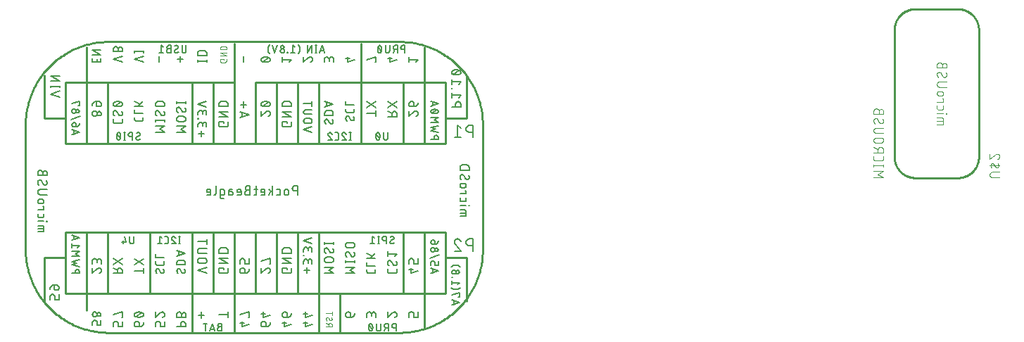
<source format=gbr>
G04 EAGLE Gerber RS-274X export*
G75*
%MOMM*%
%FSLAX34Y34*%
%LPD*%
%INSilkscreen Bottom*%
%IPPOS*%
%AMOC8*
5,1,8,0,0,1.08239X$1,22.5*%
G01*
%ADD10C,0.254000*%
%ADD11C,0.152400*%
%ADD12C,0.127000*%
%ADD13C,0.101600*%
%ADD14C,0.203200*%


D10*
X524930Y540270D02*
X174930Y540270D01*
X172514Y540299D01*
X170099Y540387D01*
X167687Y540533D01*
X165279Y540737D01*
X162876Y540999D01*
X160481Y541319D01*
X158094Y541697D01*
X155717Y542133D01*
X153352Y542626D01*
X150998Y543176D01*
X148659Y543782D01*
X146335Y544445D01*
X144028Y545164D01*
X141739Y545939D01*
X139470Y546768D01*
X137221Y547653D01*
X134994Y548591D01*
X132790Y549583D01*
X130611Y550627D01*
X128458Y551724D01*
X126332Y552873D01*
X124234Y554073D01*
X122166Y555323D01*
X120129Y556623D01*
X118124Y557972D01*
X116151Y559368D01*
X114214Y560812D01*
X112311Y562303D01*
X110446Y563838D01*
X108618Y565419D01*
X106828Y567043D01*
X105079Y568710D01*
X103370Y570419D01*
X101703Y572168D01*
X100079Y573958D01*
X98498Y575786D01*
X96963Y577651D01*
X95472Y579554D01*
X94028Y581491D01*
X92632Y583464D01*
X91283Y585469D01*
X89983Y587506D01*
X88733Y589574D01*
X87533Y591672D01*
X86384Y593798D01*
X85287Y595951D01*
X84243Y598130D01*
X83251Y600334D01*
X82313Y602561D01*
X81428Y604810D01*
X80599Y607079D01*
X79824Y609368D01*
X79105Y611675D01*
X78442Y613999D01*
X77836Y616338D01*
X77286Y618692D01*
X76793Y621057D01*
X76357Y623434D01*
X75979Y625821D01*
X75659Y628216D01*
X75397Y630619D01*
X75193Y633027D01*
X75047Y635439D01*
X74959Y637854D01*
X74930Y640270D01*
X74930Y790270D01*
X74959Y792686D01*
X75047Y795101D01*
X75193Y797513D01*
X75397Y799921D01*
X75659Y802324D01*
X75979Y804719D01*
X76357Y807106D01*
X76793Y809483D01*
X77286Y811848D01*
X77836Y814202D01*
X78442Y816541D01*
X79105Y818865D01*
X79824Y821172D01*
X80599Y823461D01*
X81428Y825730D01*
X82313Y827979D01*
X83251Y830206D01*
X84243Y832410D01*
X85287Y834589D01*
X86384Y836742D01*
X87533Y838868D01*
X88733Y840966D01*
X89983Y843034D01*
X91283Y845071D01*
X92632Y847076D01*
X94028Y849049D01*
X95472Y850986D01*
X96963Y852889D01*
X98498Y854754D01*
X100079Y856582D01*
X101703Y858372D01*
X103370Y860121D01*
X105079Y861830D01*
X106828Y863497D01*
X108618Y865121D01*
X110446Y866702D01*
X112311Y868237D01*
X114214Y869728D01*
X116151Y871172D01*
X118124Y872568D01*
X120129Y873917D01*
X122166Y875217D01*
X124234Y876467D01*
X126332Y877667D01*
X128458Y878816D01*
X130611Y879913D01*
X132790Y880957D01*
X134994Y881949D01*
X137221Y882887D01*
X139470Y883772D01*
X141739Y884601D01*
X144028Y885376D01*
X146335Y886095D01*
X148659Y886758D01*
X150998Y887364D01*
X153352Y887914D01*
X155717Y888407D01*
X158094Y888843D01*
X160481Y889221D01*
X162876Y889541D01*
X165279Y889803D01*
X167687Y890007D01*
X170099Y890153D01*
X172514Y890241D01*
X174930Y890270D01*
X524930Y890270D01*
X527346Y890241D01*
X529761Y890153D01*
X532173Y890007D01*
X534581Y889803D01*
X536984Y889541D01*
X539379Y889221D01*
X541766Y888843D01*
X544143Y888407D01*
X546508Y887914D01*
X548862Y887364D01*
X551201Y886758D01*
X553525Y886095D01*
X555832Y885376D01*
X558121Y884601D01*
X560390Y883772D01*
X562639Y882887D01*
X564866Y881949D01*
X567070Y880957D01*
X569249Y879913D01*
X571402Y878816D01*
X573528Y877667D01*
X575626Y876467D01*
X577694Y875217D01*
X579731Y873917D01*
X581736Y872568D01*
X583709Y871172D01*
X585646Y869728D01*
X587549Y868237D01*
X589414Y866702D01*
X591242Y865121D01*
X593032Y863497D01*
X594781Y861830D01*
X596490Y860121D01*
X598157Y858372D01*
X599781Y856582D01*
X601362Y854754D01*
X602897Y852889D01*
X604388Y850986D01*
X605832Y849049D01*
X607228Y847076D01*
X608577Y845071D01*
X609877Y843034D01*
X611127Y840966D01*
X612327Y838868D01*
X613476Y836742D01*
X614573Y834589D01*
X615617Y832410D01*
X616609Y830206D01*
X617547Y827979D01*
X618432Y825730D01*
X619261Y823461D01*
X620036Y821172D01*
X620755Y818865D01*
X621418Y816541D01*
X622024Y814202D01*
X622574Y811848D01*
X623067Y809483D01*
X623503Y807106D01*
X623881Y804719D01*
X624201Y802324D01*
X624463Y799921D01*
X624667Y797513D01*
X624813Y795101D01*
X624901Y792686D01*
X624930Y790270D01*
X624930Y640270D01*
X624901Y637854D01*
X624813Y635439D01*
X624667Y633027D01*
X624463Y630619D01*
X624201Y628216D01*
X623881Y625821D01*
X623503Y623434D01*
X623067Y621057D01*
X622574Y618692D01*
X622024Y616338D01*
X621418Y613999D01*
X620755Y611675D01*
X620036Y609368D01*
X619261Y607079D01*
X618432Y604810D01*
X617547Y602561D01*
X616609Y600334D01*
X615617Y598130D01*
X614573Y595951D01*
X613476Y593798D01*
X612327Y591672D01*
X611127Y589574D01*
X609877Y587506D01*
X608577Y585469D01*
X607228Y583464D01*
X605832Y581491D01*
X604388Y579554D01*
X602897Y577651D01*
X601362Y575786D01*
X599781Y573958D01*
X598157Y572168D01*
X596490Y570419D01*
X594781Y568710D01*
X593032Y567043D01*
X591242Y565419D01*
X589414Y563838D01*
X587549Y562303D01*
X585646Y560812D01*
X583709Y559368D01*
X581736Y557972D01*
X579731Y556623D01*
X577694Y555323D01*
X575626Y554073D01*
X573528Y552873D01*
X571402Y551724D01*
X569249Y550627D01*
X567070Y549583D01*
X564866Y548591D01*
X562639Y547653D01*
X560390Y546768D01*
X558121Y545939D01*
X555832Y545164D01*
X553525Y544445D01*
X551201Y543782D01*
X548862Y543176D01*
X546508Y542626D01*
X544143Y542133D01*
X541766Y541697D01*
X539379Y541319D01*
X536984Y540999D01*
X534581Y540737D01*
X532173Y540533D01*
X529761Y540387D01*
X527346Y540299D01*
X524930Y540270D01*
X325882Y840994D02*
X300482Y840994D01*
X275082Y840994D01*
X173482Y840994D01*
X148082Y840994D01*
X351282Y840994D02*
X351282Y767334D01*
X351282Y840994D02*
X376682Y840994D01*
X402082Y840994D01*
X427482Y840994D01*
X478282Y840994D01*
X529082Y840994D01*
X554482Y840994D01*
X554482Y586994D02*
X529082Y586994D01*
X452882Y586994D01*
X427482Y586994D01*
X402082Y586994D01*
X376682Y586994D01*
X351282Y586994D01*
X325882Y586994D01*
X300482Y586994D01*
X275082Y586994D01*
X224282Y586994D01*
X173482Y586994D01*
X148082Y840994D02*
X148082Y883920D01*
X325882Y887730D02*
X325882Y840994D01*
X478282Y840994D02*
X478282Y887730D01*
X554482Y883920D02*
X554482Y840994D01*
X529082Y840994D02*
X529082Y767334D01*
X478282Y767334D02*
X478282Y840994D01*
X427482Y840994D02*
X427482Y767334D01*
X325882Y767334D02*
X325882Y840994D01*
X173482Y840994D02*
X173482Y767334D01*
X173482Y660654D02*
X173482Y586994D01*
X224282Y586994D02*
X224282Y660654D01*
X275082Y660654D02*
X275082Y586994D01*
X325882Y586994D02*
X325882Y660654D01*
X275082Y586994D02*
X275082Y540004D01*
X325882Y540004D02*
X325882Y586994D01*
X554482Y586994D02*
X554482Y545084D01*
X452882Y540004D02*
X452882Y586994D01*
X427482Y586994D02*
X427482Y660654D01*
X529082Y660654D02*
X529082Y586994D01*
X376682Y767334D02*
X376682Y840994D01*
X376682Y660654D02*
X376682Y586994D01*
X554482Y586994D02*
X579882Y586994D01*
X579882Y630174D01*
X579882Y660654D01*
X173482Y586994D02*
X148082Y586994D01*
X122682Y586994D01*
X122682Y840994D02*
X148082Y840994D01*
X122682Y840994D02*
X122682Y797814D01*
X122682Y767334D01*
X148082Y767334D02*
X173482Y767334D01*
X148082Y767334D02*
X122682Y767334D01*
X173482Y767334D02*
X275082Y767334D01*
X275082Y840994D01*
X300482Y767334D02*
X325882Y767334D01*
X300482Y767334D02*
X275082Y767334D01*
X325882Y767334D02*
X351282Y767334D01*
X376682Y767334D01*
X402082Y767334D01*
X427482Y767334D01*
X478282Y767334D01*
X529082Y767334D01*
X554482Y767334D01*
X579882Y767334D01*
X579882Y797814D02*
X579882Y840994D01*
X579882Y797814D02*
X579882Y767334D01*
X579882Y840994D02*
X554482Y840994D01*
X554482Y767334D01*
X579882Y797814D02*
X605282Y797814D01*
X605282Y849884D01*
X122682Y797814D02*
X97282Y797814D01*
X97282Y849884D01*
X427482Y660654D02*
X529082Y660654D01*
X554482Y660654D01*
X579882Y660654D01*
X402082Y660654D02*
X376682Y660654D01*
X402082Y660654D02*
X427482Y660654D01*
X351282Y660654D02*
X325882Y660654D01*
X351282Y660654D02*
X376682Y660654D01*
X300482Y660654D02*
X275082Y660654D01*
X300482Y660654D02*
X325882Y660654D01*
X275082Y660654D02*
X224282Y660654D01*
X173482Y660654D01*
X148082Y660654D02*
X122682Y660654D01*
X148082Y660654D02*
X173482Y660654D01*
X122682Y630174D02*
X122682Y586994D01*
X122682Y630174D02*
X122682Y660654D01*
X122682Y630174D02*
X97282Y630174D01*
X97282Y578104D01*
X427482Y586994D02*
X427482Y540004D01*
X148082Y767334D02*
X148082Y840994D01*
X554482Y660654D02*
X554482Y586994D01*
X402082Y586994D02*
X402082Y660654D01*
X351282Y660654D02*
X351282Y586994D01*
X300482Y586994D02*
X300482Y660654D01*
X148082Y660654D02*
X148082Y586994D01*
X579882Y630174D02*
X605282Y630174D01*
X605282Y578104D01*
X402082Y767334D02*
X402082Y840994D01*
X300482Y840994D02*
X300482Y767334D01*
X148082Y586994D02*
X148082Y566674D01*
D11*
X402251Y705612D02*
X402251Y716788D01*
X399147Y716788D01*
X399036Y716786D01*
X398926Y716780D01*
X398815Y716770D01*
X398705Y716756D01*
X398596Y716739D01*
X398487Y716717D01*
X398379Y716692D01*
X398273Y716662D01*
X398167Y716629D01*
X398062Y716592D01*
X397959Y716552D01*
X397858Y716507D01*
X397758Y716460D01*
X397659Y716408D01*
X397563Y716353D01*
X397469Y716295D01*
X397377Y716234D01*
X397287Y716169D01*
X397199Y716101D01*
X397114Y716030D01*
X397032Y715956D01*
X396952Y715879D01*
X396875Y715799D01*
X396801Y715717D01*
X396730Y715632D01*
X396662Y715544D01*
X396597Y715454D01*
X396536Y715362D01*
X396478Y715268D01*
X396423Y715172D01*
X396371Y715073D01*
X396324Y714973D01*
X396279Y714872D01*
X396239Y714769D01*
X396202Y714664D01*
X396169Y714558D01*
X396139Y714452D01*
X396114Y714344D01*
X396092Y714235D01*
X396075Y714126D01*
X396061Y714016D01*
X396051Y713905D01*
X396045Y713795D01*
X396043Y713684D01*
X396045Y713573D01*
X396051Y713463D01*
X396061Y713352D01*
X396075Y713242D01*
X396092Y713133D01*
X396114Y713024D01*
X396139Y712916D01*
X396169Y712810D01*
X396202Y712704D01*
X396239Y712599D01*
X396279Y712496D01*
X396324Y712395D01*
X396371Y712295D01*
X396423Y712196D01*
X396478Y712100D01*
X396536Y712006D01*
X396597Y711914D01*
X396662Y711824D01*
X396730Y711736D01*
X396801Y711651D01*
X396875Y711569D01*
X396952Y711489D01*
X397032Y711412D01*
X397114Y711338D01*
X397199Y711267D01*
X397287Y711199D01*
X397377Y711134D01*
X397469Y711073D01*
X397563Y711015D01*
X397659Y710960D01*
X397758Y710908D01*
X397858Y710861D01*
X397959Y710816D01*
X398062Y710776D01*
X398167Y710739D01*
X398273Y710706D01*
X398379Y710676D01*
X398487Y710651D01*
X398596Y710629D01*
X398705Y710612D01*
X398815Y710598D01*
X398926Y710588D01*
X399036Y710582D01*
X399147Y710580D01*
X399147Y710579D02*
X402251Y710579D01*
X391555Y710579D02*
X391555Y708096D01*
X391555Y710579D02*
X391553Y710678D01*
X391547Y710776D01*
X391537Y710875D01*
X391524Y710972D01*
X391506Y711070D01*
X391485Y711166D01*
X391459Y711262D01*
X391430Y711356D01*
X391398Y711449D01*
X391361Y711541D01*
X391321Y711631D01*
X391277Y711720D01*
X391230Y711807D01*
X391180Y711892D01*
X391126Y711974D01*
X391069Y712055D01*
X391009Y712133D01*
X390945Y712209D01*
X390879Y712282D01*
X390810Y712353D01*
X390738Y712421D01*
X390663Y712485D01*
X390586Y712547D01*
X390507Y712606D01*
X390425Y712661D01*
X390341Y712714D01*
X390256Y712762D01*
X390168Y712808D01*
X390078Y712850D01*
X389987Y712888D01*
X389895Y712922D01*
X389801Y712953D01*
X389706Y712980D01*
X389610Y713004D01*
X389513Y713023D01*
X389416Y713039D01*
X389318Y713051D01*
X389219Y713059D01*
X389120Y713063D01*
X389022Y713063D01*
X388923Y713059D01*
X388824Y713051D01*
X388726Y713039D01*
X388629Y713023D01*
X388532Y713004D01*
X388436Y712980D01*
X388341Y712953D01*
X388247Y712922D01*
X388155Y712888D01*
X388064Y712850D01*
X387974Y712808D01*
X387886Y712762D01*
X387801Y712714D01*
X387717Y712661D01*
X387635Y712606D01*
X387556Y712547D01*
X387479Y712485D01*
X387404Y712421D01*
X387332Y712353D01*
X387263Y712282D01*
X387197Y712209D01*
X387133Y712133D01*
X387073Y712055D01*
X387016Y711974D01*
X386962Y711892D01*
X386912Y711807D01*
X386865Y711720D01*
X386821Y711631D01*
X386781Y711541D01*
X386744Y711449D01*
X386712Y711356D01*
X386683Y711262D01*
X386657Y711166D01*
X386636Y711070D01*
X386618Y710972D01*
X386605Y710875D01*
X386595Y710776D01*
X386589Y710678D01*
X386587Y710579D01*
X386588Y710579D02*
X386588Y708096D01*
X386587Y708096D02*
X386589Y707997D01*
X386595Y707899D01*
X386605Y707800D01*
X386618Y707703D01*
X386636Y707605D01*
X386657Y707509D01*
X386683Y707413D01*
X386712Y707319D01*
X386744Y707226D01*
X386781Y707134D01*
X386821Y707044D01*
X386865Y706955D01*
X386912Y706868D01*
X386962Y706783D01*
X387016Y706701D01*
X387073Y706620D01*
X387133Y706542D01*
X387197Y706466D01*
X387263Y706393D01*
X387332Y706322D01*
X387404Y706254D01*
X387479Y706190D01*
X387556Y706128D01*
X387635Y706069D01*
X387717Y706014D01*
X387801Y705961D01*
X387886Y705913D01*
X387974Y705867D01*
X388064Y705825D01*
X388155Y705787D01*
X388247Y705753D01*
X388341Y705722D01*
X388436Y705695D01*
X388532Y705671D01*
X388629Y705652D01*
X388726Y705636D01*
X388824Y705624D01*
X388923Y705616D01*
X389022Y705612D01*
X389120Y705612D01*
X389219Y705616D01*
X389318Y705624D01*
X389416Y705636D01*
X389513Y705652D01*
X389610Y705671D01*
X389706Y705695D01*
X389801Y705722D01*
X389895Y705753D01*
X389987Y705787D01*
X390078Y705825D01*
X390168Y705867D01*
X390256Y705913D01*
X390341Y705961D01*
X390425Y706014D01*
X390507Y706069D01*
X390586Y706128D01*
X390663Y706190D01*
X390738Y706254D01*
X390810Y706322D01*
X390879Y706393D01*
X390945Y706466D01*
X391009Y706542D01*
X391069Y706620D01*
X391126Y706701D01*
X391180Y706783D01*
X391230Y706868D01*
X391277Y706955D01*
X391321Y707044D01*
X391361Y707134D01*
X391398Y707226D01*
X391430Y707319D01*
X391459Y707413D01*
X391485Y707509D01*
X391506Y707605D01*
X391524Y707703D01*
X391537Y707800D01*
X391547Y707899D01*
X391553Y707997D01*
X391555Y708096D01*
X379770Y705612D02*
X377286Y705612D01*
X379770Y705612D02*
X379854Y705614D01*
X379937Y705620D01*
X380020Y705629D01*
X380103Y705642D01*
X380185Y705659D01*
X380266Y705679D01*
X380346Y705703D01*
X380425Y705731D01*
X380502Y705762D01*
X380578Y705796D01*
X380653Y705834D01*
X380726Y705876D01*
X380796Y705920D01*
X380865Y705968D01*
X380932Y706018D01*
X380996Y706072D01*
X381057Y706128D01*
X381117Y706188D01*
X381173Y706249D01*
X381227Y706313D01*
X381277Y706380D01*
X381325Y706449D01*
X381369Y706519D01*
X381411Y706592D01*
X381449Y706667D01*
X381483Y706743D01*
X381514Y706820D01*
X381542Y706899D01*
X381566Y706979D01*
X381586Y707060D01*
X381603Y707142D01*
X381616Y707225D01*
X381626Y707308D01*
X381631Y707391D01*
X381633Y707475D01*
X381632Y707475D02*
X381632Y711200D01*
X381633Y711200D02*
X381631Y711284D01*
X381626Y711367D01*
X381616Y711450D01*
X381603Y711533D01*
X381586Y711615D01*
X381566Y711696D01*
X381542Y711776D01*
X381514Y711855D01*
X381483Y711932D01*
X381449Y712008D01*
X381411Y712083D01*
X381369Y712156D01*
X381325Y712226D01*
X381277Y712295D01*
X381227Y712362D01*
X381173Y712426D01*
X381117Y712487D01*
X381057Y712547D01*
X380996Y712603D01*
X380932Y712657D01*
X380865Y712707D01*
X380796Y712755D01*
X380726Y712799D01*
X380653Y712841D01*
X380578Y712879D01*
X380502Y712913D01*
X380425Y712944D01*
X380346Y712972D01*
X380266Y712996D01*
X380185Y713016D01*
X380103Y713033D01*
X380020Y713046D01*
X379937Y713056D01*
X379854Y713061D01*
X379770Y713063D01*
X377286Y713063D01*
X372336Y716788D02*
X372336Y705612D01*
X372336Y709337D02*
X367368Y713063D01*
X370162Y710890D02*
X367368Y705612D01*
X361117Y705612D02*
X358013Y705612D01*
X361117Y705612D02*
X361201Y705614D01*
X361284Y705620D01*
X361367Y705629D01*
X361450Y705642D01*
X361532Y705659D01*
X361613Y705679D01*
X361693Y705703D01*
X361772Y705731D01*
X361849Y705762D01*
X361925Y705796D01*
X362000Y705834D01*
X362073Y705876D01*
X362143Y705920D01*
X362212Y705968D01*
X362279Y706018D01*
X362343Y706072D01*
X362404Y706128D01*
X362464Y706188D01*
X362520Y706249D01*
X362574Y706313D01*
X362624Y706380D01*
X362672Y706449D01*
X362716Y706519D01*
X362758Y706592D01*
X362796Y706667D01*
X362830Y706743D01*
X362861Y706820D01*
X362889Y706899D01*
X362913Y706979D01*
X362933Y707060D01*
X362950Y707142D01*
X362963Y707225D01*
X362973Y707308D01*
X362978Y707391D01*
X362980Y707475D01*
X362980Y710579D01*
X362978Y710678D01*
X362972Y710776D01*
X362962Y710875D01*
X362949Y710972D01*
X362931Y711070D01*
X362910Y711166D01*
X362884Y711262D01*
X362855Y711356D01*
X362823Y711449D01*
X362786Y711541D01*
X362746Y711631D01*
X362702Y711720D01*
X362655Y711807D01*
X362605Y711892D01*
X362551Y711974D01*
X362494Y712055D01*
X362434Y712133D01*
X362370Y712209D01*
X362304Y712282D01*
X362235Y712353D01*
X362163Y712421D01*
X362088Y712485D01*
X362011Y712547D01*
X361932Y712606D01*
X361850Y712661D01*
X361766Y712714D01*
X361681Y712762D01*
X361593Y712808D01*
X361503Y712850D01*
X361412Y712888D01*
X361320Y712922D01*
X361226Y712953D01*
X361131Y712980D01*
X361035Y713004D01*
X360938Y713023D01*
X360841Y713039D01*
X360743Y713051D01*
X360644Y713059D01*
X360545Y713063D01*
X360447Y713063D01*
X360348Y713059D01*
X360249Y713051D01*
X360151Y713039D01*
X360054Y713023D01*
X359957Y713004D01*
X359861Y712980D01*
X359766Y712953D01*
X359672Y712922D01*
X359580Y712888D01*
X359489Y712850D01*
X359399Y712808D01*
X359311Y712762D01*
X359226Y712714D01*
X359142Y712661D01*
X359060Y712606D01*
X358981Y712547D01*
X358904Y712485D01*
X358829Y712421D01*
X358757Y712353D01*
X358688Y712282D01*
X358622Y712209D01*
X358558Y712133D01*
X358498Y712055D01*
X358441Y711974D01*
X358387Y711892D01*
X358337Y711807D01*
X358290Y711720D01*
X358246Y711631D01*
X358206Y711541D01*
X358169Y711449D01*
X358137Y711356D01*
X358108Y711262D01*
X358082Y711166D01*
X358061Y711070D01*
X358043Y710972D01*
X358030Y710875D01*
X358020Y710776D01*
X358014Y710678D01*
X358012Y710579D01*
X358013Y710579D02*
X358013Y709337D01*
X362980Y709337D01*
X354092Y713063D02*
X350367Y713063D01*
X352851Y716788D02*
X352851Y707475D01*
X352849Y707391D01*
X352843Y707308D01*
X352834Y707225D01*
X352821Y707142D01*
X352804Y707060D01*
X352784Y706979D01*
X352760Y706899D01*
X352732Y706820D01*
X352701Y706743D01*
X352667Y706667D01*
X352629Y706592D01*
X352587Y706519D01*
X352543Y706449D01*
X352495Y706380D01*
X352445Y706313D01*
X352391Y706249D01*
X352335Y706188D01*
X352275Y706128D01*
X352214Y706072D01*
X352150Y706018D01*
X352083Y705968D01*
X352014Y705920D01*
X351944Y705876D01*
X351871Y705834D01*
X351796Y705796D01*
X351720Y705762D01*
X351643Y705731D01*
X351564Y705703D01*
X351484Y705679D01*
X351403Y705659D01*
X351321Y705642D01*
X351238Y705629D01*
X351155Y705619D01*
X351072Y705614D01*
X350988Y705612D01*
X350367Y705612D01*
X345101Y711821D02*
X341997Y711821D01*
X341997Y711820D02*
X341886Y711818D01*
X341776Y711812D01*
X341665Y711802D01*
X341555Y711788D01*
X341446Y711771D01*
X341337Y711749D01*
X341229Y711724D01*
X341123Y711694D01*
X341017Y711661D01*
X340912Y711624D01*
X340809Y711584D01*
X340708Y711539D01*
X340608Y711492D01*
X340509Y711440D01*
X340413Y711385D01*
X340319Y711327D01*
X340227Y711266D01*
X340137Y711201D01*
X340049Y711133D01*
X339964Y711062D01*
X339882Y710988D01*
X339802Y710911D01*
X339725Y710831D01*
X339651Y710749D01*
X339580Y710664D01*
X339512Y710576D01*
X339447Y710486D01*
X339386Y710394D01*
X339328Y710300D01*
X339273Y710204D01*
X339221Y710105D01*
X339174Y710005D01*
X339129Y709904D01*
X339089Y709801D01*
X339052Y709696D01*
X339019Y709590D01*
X338989Y709484D01*
X338964Y709376D01*
X338942Y709267D01*
X338925Y709158D01*
X338911Y709048D01*
X338901Y708937D01*
X338895Y708827D01*
X338893Y708716D01*
X338895Y708605D01*
X338901Y708495D01*
X338911Y708384D01*
X338925Y708274D01*
X338942Y708165D01*
X338964Y708056D01*
X338989Y707948D01*
X339019Y707842D01*
X339052Y707736D01*
X339089Y707631D01*
X339129Y707528D01*
X339174Y707427D01*
X339221Y707327D01*
X339273Y707228D01*
X339328Y707132D01*
X339386Y707038D01*
X339447Y706946D01*
X339512Y706856D01*
X339580Y706768D01*
X339651Y706683D01*
X339725Y706601D01*
X339802Y706521D01*
X339882Y706444D01*
X339964Y706370D01*
X340049Y706299D01*
X340137Y706231D01*
X340227Y706166D01*
X340319Y706105D01*
X340413Y706047D01*
X340509Y705992D01*
X340608Y705940D01*
X340708Y705893D01*
X340809Y705848D01*
X340912Y705808D01*
X341017Y705771D01*
X341123Y705738D01*
X341229Y705708D01*
X341337Y705683D01*
X341446Y705661D01*
X341555Y705644D01*
X341665Y705630D01*
X341776Y705620D01*
X341886Y705614D01*
X341997Y705612D01*
X345101Y705612D01*
X345101Y716788D01*
X341997Y716788D01*
X341898Y716786D01*
X341800Y716780D01*
X341701Y716770D01*
X341604Y716757D01*
X341506Y716739D01*
X341410Y716718D01*
X341314Y716692D01*
X341220Y716663D01*
X341127Y716631D01*
X341035Y716594D01*
X340945Y716554D01*
X340856Y716510D01*
X340769Y716463D01*
X340684Y716413D01*
X340602Y716359D01*
X340521Y716302D01*
X340443Y716242D01*
X340367Y716178D01*
X340294Y716112D01*
X340223Y716043D01*
X340155Y715971D01*
X340091Y715896D01*
X340029Y715819D01*
X339970Y715740D01*
X339915Y715658D01*
X339862Y715574D01*
X339814Y715489D01*
X339768Y715401D01*
X339726Y715311D01*
X339688Y715220D01*
X339654Y715128D01*
X339623Y715034D01*
X339596Y714939D01*
X339572Y714843D01*
X339553Y714746D01*
X339537Y714649D01*
X339525Y714551D01*
X339517Y714452D01*
X339513Y714353D01*
X339513Y714255D01*
X339517Y714156D01*
X339525Y714057D01*
X339537Y713959D01*
X339553Y713862D01*
X339572Y713765D01*
X339596Y713669D01*
X339623Y713574D01*
X339654Y713480D01*
X339688Y713388D01*
X339726Y713297D01*
X339768Y713207D01*
X339814Y713119D01*
X339862Y713034D01*
X339915Y712950D01*
X339970Y712868D01*
X340029Y712789D01*
X340091Y712712D01*
X340155Y712637D01*
X340223Y712565D01*
X340294Y712496D01*
X340367Y712430D01*
X340443Y712366D01*
X340521Y712306D01*
X340602Y712249D01*
X340684Y712195D01*
X340769Y712145D01*
X340856Y712098D01*
X340945Y712054D01*
X341035Y712014D01*
X341127Y711977D01*
X341220Y711945D01*
X341314Y711916D01*
X341410Y711890D01*
X341506Y711869D01*
X341604Y711851D01*
X341701Y711838D01*
X341800Y711828D01*
X341898Y711822D01*
X341997Y711820D01*
X332542Y705612D02*
X329438Y705612D01*
X332542Y705612D02*
X332626Y705614D01*
X332709Y705620D01*
X332792Y705629D01*
X332875Y705642D01*
X332957Y705659D01*
X333038Y705679D01*
X333118Y705703D01*
X333197Y705731D01*
X333274Y705762D01*
X333350Y705796D01*
X333425Y705834D01*
X333498Y705876D01*
X333568Y705920D01*
X333637Y705968D01*
X333704Y706018D01*
X333768Y706072D01*
X333829Y706128D01*
X333889Y706188D01*
X333945Y706249D01*
X333999Y706313D01*
X334049Y706380D01*
X334097Y706449D01*
X334141Y706519D01*
X334183Y706592D01*
X334221Y706667D01*
X334255Y706743D01*
X334286Y706820D01*
X334314Y706899D01*
X334338Y706979D01*
X334358Y707060D01*
X334375Y707142D01*
X334388Y707225D01*
X334398Y707308D01*
X334403Y707391D01*
X334405Y707475D01*
X334405Y710579D01*
X334403Y710678D01*
X334397Y710776D01*
X334387Y710875D01*
X334374Y710972D01*
X334356Y711070D01*
X334335Y711166D01*
X334309Y711262D01*
X334280Y711356D01*
X334248Y711449D01*
X334211Y711541D01*
X334171Y711631D01*
X334127Y711720D01*
X334080Y711807D01*
X334030Y711892D01*
X333976Y711974D01*
X333919Y712055D01*
X333859Y712133D01*
X333795Y712209D01*
X333729Y712282D01*
X333660Y712353D01*
X333588Y712421D01*
X333513Y712485D01*
X333436Y712547D01*
X333357Y712606D01*
X333275Y712661D01*
X333191Y712714D01*
X333106Y712762D01*
X333018Y712808D01*
X332928Y712850D01*
X332837Y712888D01*
X332745Y712922D01*
X332651Y712953D01*
X332556Y712980D01*
X332460Y713004D01*
X332363Y713023D01*
X332266Y713039D01*
X332168Y713051D01*
X332069Y713059D01*
X331970Y713063D01*
X331872Y713063D01*
X331773Y713059D01*
X331674Y713051D01*
X331576Y713039D01*
X331479Y713023D01*
X331382Y713004D01*
X331286Y712980D01*
X331191Y712953D01*
X331097Y712922D01*
X331005Y712888D01*
X330914Y712850D01*
X330824Y712808D01*
X330736Y712762D01*
X330651Y712714D01*
X330567Y712661D01*
X330485Y712606D01*
X330406Y712547D01*
X330329Y712485D01*
X330254Y712421D01*
X330182Y712353D01*
X330113Y712282D01*
X330047Y712209D01*
X329983Y712133D01*
X329923Y712055D01*
X329866Y711974D01*
X329812Y711892D01*
X329762Y711807D01*
X329715Y711720D01*
X329671Y711631D01*
X329631Y711541D01*
X329594Y711449D01*
X329562Y711356D01*
X329533Y711262D01*
X329507Y711166D01*
X329486Y711070D01*
X329468Y710972D01*
X329455Y710875D01*
X329445Y710776D01*
X329439Y710678D01*
X329437Y710579D01*
X329438Y710579D02*
X329438Y709337D01*
X334405Y709337D01*
X322400Y709958D02*
X319606Y709958D01*
X322400Y709958D02*
X322492Y709956D01*
X322584Y709950D01*
X322676Y709940D01*
X322767Y709927D01*
X322858Y709909D01*
X322948Y709888D01*
X323036Y709863D01*
X323124Y709834D01*
X323210Y709801D01*
X323295Y709765D01*
X323378Y709725D01*
X323460Y709682D01*
X323539Y709635D01*
X323617Y709585D01*
X323692Y709532D01*
X323765Y709476D01*
X323836Y709416D01*
X323904Y709354D01*
X323969Y709289D01*
X324031Y709221D01*
X324091Y709150D01*
X324147Y709077D01*
X324200Y709002D01*
X324250Y708924D01*
X324297Y708845D01*
X324340Y708763D01*
X324380Y708680D01*
X324416Y708595D01*
X324449Y708509D01*
X324478Y708421D01*
X324503Y708333D01*
X324524Y708243D01*
X324542Y708152D01*
X324555Y708061D01*
X324565Y707969D01*
X324571Y707877D01*
X324573Y707785D01*
X324571Y707693D01*
X324565Y707601D01*
X324555Y707509D01*
X324542Y707418D01*
X324524Y707327D01*
X324503Y707237D01*
X324478Y707149D01*
X324449Y707061D01*
X324416Y706975D01*
X324380Y706890D01*
X324340Y706807D01*
X324297Y706725D01*
X324250Y706646D01*
X324200Y706568D01*
X324147Y706493D01*
X324091Y706420D01*
X324031Y706349D01*
X323969Y706281D01*
X323904Y706216D01*
X323836Y706154D01*
X323765Y706094D01*
X323692Y706038D01*
X323617Y705985D01*
X323539Y705935D01*
X323460Y705888D01*
X323378Y705845D01*
X323295Y705805D01*
X323210Y705769D01*
X323124Y705736D01*
X323036Y705707D01*
X322948Y705682D01*
X322858Y705661D01*
X322767Y705643D01*
X322676Y705630D01*
X322584Y705620D01*
X322492Y705614D01*
X322400Y705612D01*
X319606Y705612D01*
X319606Y711200D01*
X319605Y711200D02*
X319607Y711284D01*
X319613Y711367D01*
X319622Y711450D01*
X319635Y711533D01*
X319652Y711615D01*
X319672Y711696D01*
X319696Y711776D01*
X319724Y711855D01*
X319755Y711932D01*
X319789Y712008D01*
X319827Y712083D01*
X319869Y712156D01*
X319913Y712226D01*
X319961Y712295D01*
X320011Y712362D01*
X320065Y712426D01*
X320121Y712487D01*
X320181Y712547D01*
X320242Y712603D01*
X320306Y712657D01*
X320373Y712707D01*
X320442Y712755D01*
X320512Y712799D01*
X320585Y712841D01*
X320660Y712879D01*
X320736Y712913D01*
X320813Y712944D01*
X320892Y712972D01*
X320972Y712996D01*
X321053Y713016D01*
X321135Y713033D01*
X321218Y713046D01*
X321301Y713056D01*
X321384Y713061D01*
X321468Y713063D01*
X323952Y713063D01*
X312423Y705612D02*
X309319Y705612D01*
X312423Y705612D02*
X312507Y705614D01*
X312590Y705620D01*
X312673Y705629D01*
X312756Y705642D01*
X312838Y705659D01*
X312919Y705679D01*
X312999Y705703D01*
X313078Y705731D01*
X313155Y705762D01*
X313231Y705796D01*
X313306Y705834D01*
X313379Y705876D01*
X313449Y705920D01*
X313518Y705968D01*
X313585Y706018D01*
X313649Y706072D01*
X313710Y706128D01*
X313770Y706188D01*
X313826Y706249D01*
X313880Y706313D01*
X313930Y706380D01*
X313978Y706449D01*
X314022Y706519D01*
X314064Y706592D01*
X314102Y706667D01*
X314136Y706743D01*
X314167Y706820D01*
X314195Y706899D01*
X314219Y706979D01*
X314239Y707060D01*
X314256Y707142D01*
X314269Y707225D01*
X314279Y707308D01*
X314284Y707391D01*
X314286Y707475D01*
X314286Y711200D01*
X314284Y711284D01*
X314279Y711367D01*
X314269Y711450D01*
X314256Y711533D01*
X314239Y711615D01*
X314219Y711696D01*
X314195Y711776D01*
X314167Y711855D01*
X314136Y711932D01*
X314102Y712008D01*
X314064Y712083D01*
X314022Y712156D01*
X313978Y712226D01*
X313930Y712295D01*
X313880Y712362D01*
X313826Y712426D01*
X313770Y712487D01*
X313710Y712547D01*
X313649Y712603D01*
X313585Y712657D01*
X313518Y712707D01*
X313449Y712755D01*
X313379Y712799D01*
X313306Y712841D01*
X313231Y712879D01*
X313155Y712913D01*
X313078Y712944D01*
X312999Y712972D01*
X312919Y712996D01*
X312838Y713016D01*
X312756Y713033D01*
X312673Y713046D01*
X312590Y713056D01*
X312507Y713061D01*
X312423Y713063D01*
X309319Y713063D01*
X309319Y703749D01*
X309318Y703749D02*
X309320Y703665D01*
X309325Y703582D01*
X309335Y703499D01*
X309348Y703416D01*
X309365Y703334D01*
X309385Y703253D01*
X309409Y703173D01*
X309437Y703094D01*
X309468Y703017D01*
X309502Y702941D01*
X309540Y702866D01*
X309582Y702793D01*
X309626Y702723D01*
X309674Y702654D01*
X309724Y702587D01*
X309778Y702523D01*
X309834Y702462D01*
X309894Y702402D01*
X309955Y702346D01*
X310019Y702292D01*
X310086Y702242D01*
X310155Y702194D01*
X310225Y702150D01*
X310298Y702108D01*
X310373Y702070D01*
X310449Y702036D01*
X310526Y702005D01*
X310605Y701977D01*
X310685Y701953D01*
X310766Y701933D01*
X310848Y701916D01*
X310931Y701903D01*
X311014Y701893D01*
X311097Y701888D01*
X311181Y701886D01*
X311181Y701887D02*
X313665Y701887D01*
X303833Y707475D02*
X303833Y716788D01*
X303834Y707475D02*
X303832Y707389D01*
X303826Y707303D01*
X303816Y707218D01*
X303802Y707133D01*
X303785Y707048D01*
X303763Y706965D01*
X303737Y706883D01*
X303708Y706802D01*
X303675Y706723D01*
X303639Y706645D01*
X303599Y706568D01*
X303555Y706494D01*
X303508Y706422D01*
X303458Y706352D01*
X303404Y706285D01*
X303348Y706220D01*
X303288Y706158D01*
X303226Y706098D01*
X303161Y706042D01*
X303094Y705988D01*
X303024Y705938D01*
X302952Y705891D01*
X302878Y705847D01*
X302801Y705807D01*
X302724Y705771D01*
X302644Y705738D01*
X302563Y705709D01*
X302481Y705683D01*
X302398Y705661D01*
X302313Y705644D01*
X302228Y705630D01*
X302143Y705620D01*
X302057Y705614D01*
X301971Y705612D01*
X295966Y705612D02*
X292862Y705612D01*
X295966Y705612D02*
X296050Y705614D01*
X296133Y705620D01*
X296216Y705629D01*
X296299Y705642D01*
X296381Y705659D01*
X296462Y705679D01*
X296542Y705703D01*
X296621Y705731D01*
X296698Y705762D01*
X296774Y705796D01*
X296849Y705834D01*
X296922Y705876D01*
X296992Y705920D01*
X297061Y705968D01*
X297128Y706018D01*
X297192Y706072D01*
X297253Y706128D01*
X297313Y706188D01*
X297369Y706249D01*
X297423Y706313D01*
X297473Y706380D01*
X297521Y706449D01*
X297565Y706519D01*
X297607Y706592D01*
X297645Y706667D01*
X297679Y706743D01*
X297710Y706820D01*
X297738Y706899D01*
X297762Y706979D01*
X297782Y707060D01*
X297799Y707142D01*
X297812Y707225D01*
X297822Y707308D01*
X297827Y707391D01*
X297829Y707475D01*
X297829Y710579D01*
X297830Y710579D02*
X297828Y710678D01*
X297822Y710776D01*
X297812Y710875D01*
X297799Y710972D01*
X297781Y711070D01*
X297760Y711166D01*
X297734Y711262D01*
X297705Y711356D01*
X297673Y711449D01*
X297636Y711541D01*
X297596Y711631D01*
X297552Y711720D01*
X297505Y711807D01*
X297455Y711892D01*
X297401Y711974D01*
X297344Y712055D01*
X297284Y712133D01*
X297220Y712209D01*
X297154Y712282D01*
X297085Y712353D01*
X297013Y712421D01*
X296938Y712485D01*
X296861Y712547D01*
X296782Y712606D01*
X296700Y712661D01*
X296616Y712714D01*
X296531Y712762D01*
X296443Y712808D01*
X296353Y712850D01*
X296262Y712888D01*
X296170Y712922D01*
X296076Y712953D01*
X295981Y712980D01*
X295885Y713004D01*
X295788Y713023D01*
X295691Y713039D01*
X295593Y713051D01*
X295494Y713059D01*
X295395Y713063D01*
X295297Y713063D01*
X295198Y713059D01*
X295099Y713051D01*
X295001Y713039D01*
X294904Y713023D01*
X294807Y713004D01*
X294711Y712980D01*
X294616Y712953D01*
X294522Y712922D01*
X294430Y712888D01*
X294339Y712850D01*
X294249Y712808D01*
X294161Y712762D01*
X294076Y712714D01*
X293992Y712661D01*
X293910Y712606D01*
X293831Y712547D01*
X293754Y712485D01*
X293679Y712421D01*
X293607Y712353D01*
X293538Y712282D01*
X293472Y712209D01*
X293408Y712133D01*
X293348Y712055D01*
X293291Y711974D01*
X293237Y711892D01*
X293187Y711807D01*
X293140Y711720D01*
X293096Y711631D01*
X293056Y711541D01*
X293019Y711449D01*
X292987Y711356D01*
X292958Y711262D01*
X292932Y711166D01*
X292911Y711070D01*
X292893Y710972D01*
X292880Y710875D01*
X292870Y710776D01*
X292864Y710678D01*
X292862Y710579D01*
X292862Y709337D01*
X297829Y709337D01*
X97113Y661451D02*
X89662Y661451D01*
X97113Y661451D02*
X97113Y667039D01*
X97111Y667123D01*
X97106Y667206D01*
X97096Y667289D01*
X97083Y667372D01*
X97066Y667454D01*
X97046Y667535D01*
X97022Y667615D01*
X96994Y667694D01*
X96963Y667771D01*
X96929Y667847D01*
X96891Y667922D01*
X96849Y667995D01*
X96805Y668065D01*
X96757Y668134D01*
X96707Y668201D01*
X96653Y668265D01*
X96597Y668326D01*
X96537Y668386D01*
X96476Y668442D01*
X96412Y668496D01*
X96345Y668546D01*
X96276Y668594D01*
X96206Y668638D01*
X96133Y668680D01*
X96058Y668718D01*
X95982Y668752D01*
X95905Y668783D01*
X95826Y668811D01*
X95746Y668835D01*
X95665Y668855D01*
X95583Y668872D01*
X95500Y668885D01*
X95417Y668895D01*
X95334Y668900D01*
X95250Y668902D01*
X89662Y668902D01*
X89662Y665177D02*
X97113Y665177D01*
X97113Y674321D02*
X89662Y674321D01*
X100217Y674010D02*
X100838Y674010D01*
X100838Y674631D01*
X100217Y674631D01*
X100217Y674010D01*
X89662Y680955D02*
X89662Y683439D01*
X89662Y680955D02*
X89664Y680871D01*
X89669Y680788D01*
X89679Y680705D01*
X89692Y680622D01*
X89709Y680540D01*
X89729Y680459D01*
X89753Y680379D01*
X89781Y680300D01*
X89812Y680223D01*
X89846Y680147D01*
X89884Y680072D01*
X89926Y679999D01*
X89970Y679929D01*
X90018Y679860D01*
X90068Y679793D01*
X90122Y679729D01*
X90178Y679668D01*
X90238Y679608D01*
X90299Y679552D01*
X90363Y679498D01*
X90430Y679448D01*
X90499Y679400D01*
X90569Y679356D01*
X90642Y679314D01*
X90717Y679276D01*
X90793Y679242D01*
X90870Y679211D01*
X90949Y679183D01*
X91029Y679159D01*
X91110Y679139D01*
X91192Y679122D01*
X91275Y679109D01*
X91358Y679099D01*
X91441Y679094D01*
X91525Y679092D01*
X91525Y679093D02*
X95250Y679093D01*
X95250Y679092D02*
X95334Y679094D01*
X95417Y679100D01*
X95500Y679109D01*
X95583Y679122D01*
X95665Y679139D01*
X95746Y679159D01*
X95826Y679183D01*
X95905Y679211D01*
X95982Y679242D01*
X96058Y679276D01*
X96133Y679314D01*
X96206Y679356D01*
X96276Y679400D01*
X96345Y679448D01*
X96412Y679498D01*
X96476Y679552D01*
X96537Y679608D01*
X96597Y679668D01*
X96653Y679729D01*
X96707Y679793D01*
X96757Y679860D01*
X96805Y679929D01*
X96849Y679999D01*
X96891Y680072D01*
X96929Y680147D01*
X96963Y680223D01*
X96994Y680300D01*
X97022Y680379D01*
X97046Y680459D01*
X97066Y680540D01*
X97083Y680622D01*
X97096Y680705D01*
X97106Y680788D01*
X97111Y680871D01*
X97113Y680955D01*
X97113Y683439D01*
X97113Y688303D02*
X89662Y688303D01*
X97113Y688303D02*
X97113Y692028D01*
X95871Y692028D01*
X94629Y695840D02*
X92146Y695840D01*
X94629Y695840D02*
X94728Y695842D01*
X94826Y695848D01*
X94925Y695858D01*
X95022Y695871D01*
X95120Y695889D01*
X95216Y695910D01*
X95312Y695936D01*
X95406Y695965D01*
X95499Y695997D01*
X95591Y696034D01*
X95681Y696074D01*
X95770Y696118D01*
X95857Y696165D01*
X95942Y696215D01*
X96024Y696269D01*
X96105Y696326D01*
X96183Y696386D01*
X96259Y696450D01*
X96332Y696516D01*
X96403Y696585D01*
X96471Y696657D01*
X96535Y696732D01*
X96597Y696809D01*
X96656Y696888D01*
X96711Y696970D01*
X96764Y697054D01*
X96812Y697139D01*
X96858Y697227D01*
X96900Y697317D01*
X96938Y697408D01*
X96972Y697500D01*
X97003Y697594D01*
X97030Y697689D01*
X97054Y697785D01*
X97073Y697882D01*
X97089Y697979D01*
X97101Y698077D01*
X97109Y698176D01*
X97113Y698275D01*
X97113Y698373D01*
X97109Y698472D01*
X97101Y698571D01*
X97089Y698669D01*
X97073Y698766D01*
X97054Y698863D01*
X97030Y698959D01*
X97003Y699054D01*
X96972Y699148D01*
X96938Y699240D01*
X96900Y699331D01*
X96858Y699421D01*
X96812Y699509D01*
X96764Y699594D01*
X96711Y699678D01*
X96656Y699760D01*
X96597Y699839D01*
X96535Y699916D01*
X96471Y699991D01*
X96403Y700063D01*
X96332Y700132D01*
X96259Y700198D01*
X96183Y700262D01*
X96105Y700322D01*
X96024Y700379D01*
X95942Y700433D01*
X95857Y700483D01*
X95770Y700530D01*
X95681Y700574D01*
X95591Y700614D01*
X95499Y700651D01*
X95406Y700683D01*
X95312Y700712D01*
X95216Y700738D01*
X95120Y700759D01*
X95022Y700777D01*
X94925Y700790D01*
X94826Y700800D01*
X94728Y700806D01*
X94629Y700808D01*
X94629Y700807D02*
X92146Y700807D01*
X92146Y700808D02*
X92047Y700806D01*
X91949Y700800D01*
X91850Y700790D01*
X91753Y700777D01*
X91655Y700759D01*
X91559Y700738D01*
X91463Y700712D01*
X91369Y700683D01*
X91276Y700651D01*
X91184Y700614D01*
X91094Y700574D01*
X91005Y700530D01*
X90918Y700483D01*
X90833Y700433D01*
X90751Y700379D01*
X90670Y700322D01*
X90592Y700262D01*
X90516Y700198D01*
X90443Y700132D01*
X90372Y700063D01*
X90304Y699991D01*
X90240Y699916D01*
X90178Y699839D01*
X90119Y699760D01*
X90064Y699678D01*
X90011Y699594D01*
X89963Y699509D01*
X89917Y699421D01*
X89875Y699331D01*
X89837Y699240D01*
X89803Y699148D01*
X89772Y699054D01*
X89745Y698959D01*
X89721Y698863D01*
X89702Y698766D01*
X89686Y698669D01*
X89674Y698571D01*
X89666Y698472D01*
X89662Y698373D01*
X89662Y698275D01*
X89666Y698176D01*
X89674Y698077D01*
X89686Y697979D01*
X89702Y697882D01*
X89721Y697785D01*
X89745Y697689D01*
X89772Y697594D01*
X89803Y697500D01*
X89837Y697408D01*
X89875Y697317D01*
X89917Y697227D01*
X89963Y697139D01*
X90011Y697054D01*
X90064Y696970D01*
X90119Y696888D01*
X90178Y696809D01*
X90240Y696732D01*
X90304Y696657D01*
X90372Y696585D01*
X90443Y696516D01*
X90516Y696450D01*
X90592Y696386D01*
X90670Y696326D01*
X90751Y696269D01*
X90833Y696215D01*
X90918Y696165D01*
X91005Y696118D01*
X91094Y696074D01*
X91184Y696034D01*
X91276Y695997D01*
X91369Y695965D01*
X91463Y695936D01*
X91559Y695910D01*
X91655Y695889D01*
X91753Y695871D01*
X91850Y695858D01*
X91949Y695848D01*
X92047Y695842D01*
X92146Y695840D01*
X92766Y706268D02*
X100838Y706268D01*
X92766Y706269D02*
X92655Y706271D01*
X92545Y706277D01*
X92434Y706287D01*
X92324Y706301D01*
X92215Y706318D01*
X92106Y706340D01*
X91998Y706365D01*
X91892Y706395D01*
X91786Y706428D01*
X91681Y706465D01*
X91578Y706505D01*
X91477Y706550D01*
X91377Y706597D01*
X91278Y706649D01*
X91182Y706704D01*
X91088Y706762D01*
X90996Y706823D01*
X90906Y706888D01*
X90818Y706956D01*
X90733Y707027D01*
X90651Y707101D01*
X90571Y707178D01*
X90494Y707258D01*
X90420Y707340D01*
X90349Y707425D01*
X90281Y707513D01*
X90216Y707603D01*
X90155Y707695D01*
X90097Y707789D01*
X90042Y707885D01*
X89990Y707984D01*
X89943Y708084D01*
X89898Y708185D01*
X89858Y708288D01*
X89821Y708393D01*
X89788Y708499D01*
X89758Y708605D01*
X89733Y708713D01*
X89711Y708822D01*
X89694Y708931D01*
X89680Y709041D01*
X89670Y709152D01*
X89664Y709262D01*
X89662Y709373D01*
X89664Y709484D01*
X89670Y709594D01*
X89680Y709705D01*
X89694Y709815D01*
X89711Y709924D01*
X89733Y710033D01*
X89758Y710141D01*
X89788Y710247D01*
X89821Y710353D01*
X89858Y710458D01*
X89898Y710561D01*
X89943Y710662D01*
X89990Y710762D01*
X90042Y710861D01*
X90097Y710957D01*
X90155Y711051D01*
X90216Y711143D01*
X90281Y711233D01*
X90349Y711321D01*
X90420Y711406D01*
X90494Y711488D01*
X90571Y711568D01*
X90651Y711645D01*
X90733Y711719D01*
X90818Y711790D01*
X90906Y711858D01*
X90996Y711923D01*
X91088Y711984D01*
X91182Y712042D01*
X91278Y712097D01*
X91377Y712149D01*
X91477Y712196D01*
X91578Y712241D01*
X91681Y712281D01*
X91786Y712318D01*
X91892Y712351D01*
X91998Y712381D01*
X92106Y712406D01*
X92215Y712428D01*
X92324Y712445D01*
X92434Y712459D01*
X92545Y712469D01*
X92655Y712475D01*
X92766Y712477D01*
X100838Y712477D01*
X89662Y721423D02*
X89664Y721521D01*
X89670Y721618D01*
X89679Y721715D01*
X89693Y721812D01*
X89710Y721908D01*
X89731Y722003D01*
X89755Y722097D01*
X89784Y722191D01*
X89816Y722283D01*
X89851Y722374D01*
X89890Y722463D01*
X89933Y722551D01*
X89979Y722637D01*
X90028Y722721D01*
X90081Y722803D01*
X90136Y722883D01*
X90195Y722961D01*
X90257Y723036D01*
X90322Y723109D01*
X90390Y723179D01*
X90460Y723247D01*
X90533Y723312D01*
X90608Y723374D01*
X90686Y723433D01*
X90766Y723488D01*
X90848Y723541D01*
X90932Y723590D01*
X91018Y723636D01*
X91106Y723679D01*
X91195Y723718D01*
X91286Y723753D01*
X91378Y723785D01*
X91472Y723814D01*
X91566Y723838D01*
X91661Y723859D01*
X91757Y723876D01*
X91854Y723890D01*
X91951Y723899D01*
X92048Y723905D01*
X92146Y723907D01*
X89662Y721423D02*
X89664Y721280D01*
X89670Y721137D01*
X89679Y720995D01*
X89693Y720853D01*
X89711Y720711D01*
X89732Y720570D01*
X89757Y720429D01*
X89786Y720289D01*
X89819Y720150D01*
X89855Y720012D01*
X89896Y719875D01*
X89940Y719739D01*
X89987Y719605D01*
X90039Y719471D01*
X90093Y719340D01*
X90152Y719209D01*
X90214Y719081D01*
X90279Y718954D01*
X90348Y718829D01*
X90421Y718705D01*
X90496Y718584D01*
X90575Y718465D01*
X90657Y718348D01*
X90743Y718234D01*
X90831Y718122D01*
X90922Y718012D01*
X91017Y717905D01*
X91114Y717800D01*
X91214Y717698D01*
X98354Y718008D02*
X98452Y718010D01*
X98549Y718016D01*
X98646Y718025D01*
X98743Y718039D01*
X98839Y718056D01*
X98934Y718077D01*
X99028Y718101D01*
X99122Y718130D01*
X99214Y718162D01*
X99305Y718197D01*
X99394Y718236D01*
X99482Y718279D01*
X99568Y718325D01*
X99652Y718374D01*
X99734Y718427D01*
X99814Y718482D01*
X99892Y718541D01*
X99967Y718603D01*
X100040Y718668D01*
X100110Y718736D01*
X100178Y718806D01*
X100243Y718879D01*
X100305Y718954D01*
X100364Y719032D01*
X100419Y719112D01*
X100472Y719194D01*
X100521Y719278D01*
X100567Y719364D01*
X100610Y719452D01*
X100649Y719541D01*
X100684Y719632D01*
X100716Y719724D01*
X100745Y719818D01*
X100769Y719912D01*
X100790Y720007D01*
X100807Y720103D01*
X100821Y720200D01*
X100830Y720297D01*
X100836Y720394D01*
X100838Y720492D01*
X100836Y720622D01*
X100831Y720752D01*
X100822Y720882D01*
X100809Y721012D01*
X100793Y721141D01*
X100773Y721270D01*
X100749Y721398D01*
X100722Y721526D01*
X100691Y721652D01*
X100657Y721778D01*
X100619Y721903D01*
X100578Y722026D01*
X100533Y722149D01*
X100485Y722270D01*
X100434Y722390D01*
X100379Y722508D01*
X100321Y722624D01*
X100260Y722739D01*
X100195Y722853D01*
X100128Y722964D01*
X100057Y723073D01*
X99983Y723181D01*
X99907Y723286D01*
X96181Y719251D02*
X96232Y719168D01*
X96286Y719087D01*
X96343Y719009D01*
X96403Y718933D01*
X96466Y718859D01*
X96532Y718788D01*
X96600Y718719D01*
X96671Y718653D01*
X96744Y718589D01*
X96820Y718529D01*
X96898Y718472D01*
X96979Y718417D01*
X97061Y718366D01*
X97145Y718318D01*
X97231Y718273D01*
X97319Y718231D01*
X97408Y718193D01*
X97498Y718159D01*
X97590Y718127D01*
X97683Y718100D01*
X97777Y718076D01*
X97872Y718055D01*
X97968Y718039D01*
X98064Y718026D01*
X98160Y718016D01*
X98257Y718011D01*
X98354Y718009D01*
X94319Y722665D02*
X94268Y722748D01*
X94214Y722829D01*
X94157Y722907D01*
X94097Y722983D01*
X94034Y723057D01*
X93968Y723128D01*
X93900Y723197D01*
X93829Y723263D01*
X93756Y723327D01*
X93680Y723387D01*
X93602Y723444D01*
X93521Y723499D01*
X93439Y723550D01*
X93355Y723598D01*
X93269Y723643D01*
X93181Y723685D01*
X93092Y723723D01*
X93002Y723757D01*
X92910Y723789D01*
X92817Y723816D01*
X92723Y723840D01*
X92628Y723861D01*
X92532Y723877D01*
X92436Y723890D01*
X92340Y723900D01*
X92243Y723905D01*
X92146Y723907D01*
X94319Y722665D02*
X96181Y719250D01*
X95871Y729340D02*
X95871Y732444D01*
X95870Y732444D02*
X95868Y732555D01*
X95862Y732665D01*
X95852Y732776D01*
X95838Y732886D01*
X95821Y732995D01*
X95799Y733104D01*
X95774Y733212D01*
X95744Y733318D01*
X95711Y733424D01*
X95674Y733529D01*
X95634Y733632D01*
X95589Y733733D01*
X95542Y733833D01*
X95490Y733932D01*
X95435Y734028D01*
X95377Y734122D01*
X95316Y734214D01*
X95251Y734304D01*
X95183Y734392D01*
X95112Y734477D01*
X95038Y734559D01*
X94961Y734639D01*
X94881Y734716D01*
X94799Y734790D01*
X94714Y734861D01*
X94626Y734929D01*
X94536Y734994D01*
X94444Y735055D01*
X94350Y735113D01*
X94254Y735168D01*
X94155Y735220D01*
X94055Y735267D01*
X93954Y735312D01*
X93851Y735352D01*
X93746Y735389D01*
X93640Y735422D01*
X93534Y735452D01*
X93426Y735477D01*
X93317Y735499D01*
X93208Y735516D01*
X93098Y735530D01*
X92987Y735540D01*
X92877Y735546D01*
X92766Y735548D01*
X92655Y735546D01*
X92545Y735540D01*
X92434Y735530D01*
X92324Y735516D01*
X92215Y735499D01*
X92106Y735477D01*
X91998Y735452D01*
X91892Y735422D01*
X91786Y735389D01*
X91681Y735352D01*
X91578Y735312D01*
X91477Y735267D01*
X91377Y735220D01*
X91278Y735168D01*
X91182Y735113D01*
X91088Y735055D01*
X90996Y734994D01*
X90906Y734929D01*
X90818Y734861D01*
X90733Y734790D01*
X90651Y734716D01*
X90571Y734639D01*
X90494Y734559D01*
X90420Y734477D01*
X90349Y734392D01*
X90281Y734304D01*
X90216Y734214D01*
X90155Y734122D01*
X90097Y734028D01*
X90042Y733932D01*
X89990Y733833D01*
X89943Y733733D01*
X89898Y733632D01*
X89858Y733529D01*
X89821Y733424D01*
X89788Y733318D01*
X89758Y733212D01*
X89733Y733104D01*
X89711Y732995D01*
X89694Y732886D01*
X89680Y732776D01*
X89670Y732665D01*
X89664Y732555D01*
X89662Y732444D01*
X89662Y729340D01*
X100838Y729340D01*
X100838Y732444D01*
X100836Y732543D01*
X100830Y732641D01*
X100820Y732740D01*
X100807Y732837D01*
X100789Y732935D01*
X100768Y733031D01*
X100742Y733127D01*
X100713Y733221D01*
X100681Y733314D01*
X100644Y733406D01*
X100604Y733496D01*
X100560Y733585D01*
X100513Y733672D01*
X100463Y733757D01*
X100409Y733839D01*
X100352Y733920D01*
X100292Y733998D01*
X100228Y734074D01*
X100162Y734147D01*
X100093Y734218D01*
X100021Y734286D01*
X99946Y734350D01*
X99869Y734412D01*
X99790Y734471D01*
X99708Y734526D01*
X99624Y734579D01*
X99539Y734627D01*
X99451Y734673D01*
X99361Y734715D01*
X99270Y734753D01*
X99178Y734787D01*
X99084Y734818D01*
X98989Y734845D01*
X98893Y734869D01*
X98796Y734888D01*
X98699Y734904D01*
X98601Y734916D01*
X98502Y734924D01*
X98403Y734928D01*
X98305Y734928D01*
X98206Y734924D01*
X98107Y734916D01*
X98009Y734904D01*
X97912Y734888D01*
X97815Y734869D01*
X97719Y734845D01*
X97624Y734818D01*
X97530Y734787D01*
X97438Y734753D01*
X97347Y734715D01*
X97257Y734673D01*
X97169Y734627D01*
X97084Y734579D01*
X97000Y734526D01*
X96918Y734471D01*
X96839Y734412D01*
X96762Y734350D01*
X96687Y734286D01*
X96615Y734218D01*
X96546Y734147D01*
X96480Y734074D01*
X96416Y733998D01*
X96356Y733920D01*
X96299Y733839D01*
X96245Y733757D01*
X96195Y733672D01*
X96148Y733585D01*
X96104Y733496D01*
X96064Y733406D01*
X96027Y733314D01*
X95995Y733221D01*
X95966Y733127D01*
X95940Y733031D01*
X95919Y732935D01*
X95901Y732837D01*
X95888Y732740D01*
X95878Y732641D01*
X95872Y732543D01*
X95870Y732444D01*
X597662Y680353D02*
X605113Y680353D01*
X605113Y685941D01*
X605111Y686025D01*
X605106Y686108D01*
X605096Y686191D01*
X605083Y686274D01*
X605066Y686356D01*
X605046Y686437D01*
X605022Y686517D01*
X604994Y686596D01*
X604963Y686673D01*
X604929Y686749D01*
X604891Y686824D01*
X604849Y686897D01*
X604805Y686967D01*
X604757Y687036D01*
X604707Y687103D01*
X604653Y687167D01*
X604597Y687228D01*
X604537Y687288D01*
X604476Y687344D01*
X604412Y687398D01*
X604345Y687448D01*
X604276Y687496D01*
X604206Y687540D01*
X604133Y687582D01*
X604058Y687620D01*
X603982Y687654D01*
X603905Y687685D01*
X603826Y687713D01*
X603746Y687737D01*
X603665Y687757D01*
X603583Y687774D01*
X603500Y687787D01*
X603417Y687797D01*
X603334Y687802D01*
X603250Y687804D01*
X597662Y687804D01*
X597662Y684078D02*
X605113Y684078D01*
X605113Y693222D02*
X597662Y693222D01*
X608217Y692912D02*
X608838Y692912D01*
X608838Y693533D01*
X608217Y693533D01*
X608217Y692912D01*
X597662Y699857D02*
X597662Y702341D01*
X597662Y699857D02*
X597664Y699773D01*
X597669Y699690D01*
X597679Y699607D01*
X597692Y699524D01*
X597709Y699442D01*
X597729Y699361D01*
X597753Y699281D01*
X597781Y699202D01*
X597812Y699125D01*
X597846Y699049D01*
X597884Y698974D01*
X597926Y698901D01*
X597970Y698831D01*
X598018Y698762D01*
X598068Y698695D01*
X598122Y698631D01*
X598178Y698570D01*
X598238Y698510D01*
X598299Y698454D01*
X598363Y698400D01*
X598430Y698350D01*
X598499Y698302D01*
X598569Y698258D01*
X598642Y698216D01*
X598717Y698178D01*
X598793Y698144D01*
X598870Y698113D01*
X598949Y698085D01*
X599029Y698061D01*
X599110Y698041D01*
X599192Y698024D01*
X599275Y698011D01*
X599358Y698001D01*
X599441Y697996D01*
X599525Y697994D01*
X599525Y697995D02*
X603250Y697995D01*
X603250Y697994D02*
X603334Y697996D01*
X603417Y698002D01*
X603500Y698011D01*
X603583Y698024D01*
X603665Y698041D01*
X603746Y698061D01*
X603826Y698085D01*
X603905Y698113D01*
X603982Y698144D01*
X604058Y698178D01*
X604133Y698216D01*
X604206Y698258D01*
X604276Y698302D01*
X604345Y698350D01*
X604412Y698400D01*
X604476Y698454D01*
X604537Y698510D01*
X604597Y698570D01*
X604653Y698631D01*
X604707Y698695D01*
X604757Y698762D01*
X604805Y698831D01*
X604849Y698901D01*
X604891Y698974D01*
X604929Y699049D01*
X604963Y699125D01*
X604994Y699202D01*
X605022Y699281D01*
X605046Y699361D01*
X605066Y699442D01*
X605083Y699524D01*
X605096Y699607D01*
X605106Y699690D01*
X605111Y699773D01*
X605113Y699857D01*
X605113Y702341D01*
X605113Y707205D02*
X597662Y707205D01*
X605113Y707205D02*
X605113Y710930D01*
X603871Y710930D01*
X602629Y714742D02*
X600146Y714742D01*
X602629Y714741D02*
X602728Y714743D01*
X602826Y714749D01*
X602925Y714759D01*
X603022Y714772D01*
X603120Y714790D01*
X603216Y714811D01*
X603312Y714837D01*
X603406Y714866D01*
X603499Y714898D01*
X603591Y714935D01*
X603681Y714975D01*
X603770Y715019D01*
X603857Y715066D01*
X603942Y715116D01*
X604024Y715170D01*
X604105Y715227D01*
X604183Y715287D01*
X604259Y715351D01*
X604332Y715417D01*
X604403Y715486D01*
X604471Y715558D01*
X604535Y715633D01*
X604597Y715710D01*
X604656Y715789D01*
X604711Y715871D01*
X604764Y715955D01*
X604812Y716040D01*
X604858Y716128D01*
X604900Y716218D01*
X604938Y716309D01*
X604972Y716401D01*
X605003Y716495D01*
X605030Y716590D01*
X605054Y716686D01*
X605073Y716783D01*
X605089Y716880D01*
X605101Y716978D01*
X605109Y717077D01*
X605113Y717176D01*
X605113Y717274D01*
X605109Y717373D01*
X605101Y717472D01*
X605089Y717570D01*
X605073Y717667D01*
X605054Y717764D01*
X605030Y717860D01*
X605003Y717955D01*
X604972Y718049D01*
X604938Y718141D01*
X604900Y718232D01*
X604858Y718322D01*
X604812Y718410D01*
X604764Y718495D01*
X604711Y718579D01*
X604656Y718661D01*
X604597Y718740D01*
X604535Y718817D01*
X604471Y718892D01*
X604403Y718964D01*
X604332Y719033D01*
X604259Y719099D01*
X604183Y719163D01*
X604105Y719223D01*
X604024Y719280D01*
X603942Y719334D01*
X603857Y719384D01*
X603770Y719431D01*
X603681Y719475D01*
X603591Y719515D01*
X603499Y719552D01*
X603406Y719584D01*
X603312Y719613D01*
X603216Y719639D01*
X603120Y719660D01*
X603022Y719678D01*
X602925Y719691D01*
X602826Y719701D01*
X602728Y719707D01*
X602629Y719709D01*
X600146Y719709D01*
X600047Y719707D01*
X599949Y719701D01*
X599850Y719691D01*
X599753Y719678D01*
X599655Y719660D01*
X599559Y719639D01*
X599463Y719613D01*
X599369Y719584D01*
X599276Y719552D01*
X599184Y719515D01*
X599094Y719475D01*
X599005Y719431D01*
X598918Y719384D01*
X598833Y719334D01*
X598751Y719280D01*
X598670Y719223D01*
X598592Y719163D01*
X598516Y719099D01*
X598443Y719033D01*
X598372Y718964D01*
X598304Y718892D01*
X598240Y718817D01*
X598178Y718740D01*
X598119Y718661D01*
X598064Y718579D01*
X598011Y718495D01*
X597963Y718410D01*
X597917Y718322D01*
X597875Y718232D01*
X597837Y718141D01*
X597803Y718049D01*
X597772Y717955D01*
X597745Y717860D01*
X597721Y717764D01*
X597702Y717667D01*
X597686Y717570D01*
X597674Y717472D01*
X597666Y717373D01*
X597662Y717274D01*
X597662Y717176D01*
X597666Y717077D01*
X597674Y716978D01*
X597686Y716880D01*
X597702Y716783D01*
X597721Y716686D01*
X597745Y716590D01*
X597772Y716495D01*
X597803Y716401D01*
X597837Y716309D01*
X597875Y716218D01*
X597917Y716128D01*
X597963Y716040D01*
X598011Y715955D01*
X598064Y715871D01*
X598119Y715789D01*
X598178Y715710D01*
X598240Y715633D01*
X598304Y715558D01*
X598372Y715486D01*
X598443Y715417D01*
X598516Y715351D01*
X598592Y715287D01*
X598670Y715227D01*
X598751Y715170D01*
X598833Y715116D01*
X598918Y715066D01*
X599005Y715019D01*
X599094Y714975D01*
X599184Y714935D01*
X599276Y714898D01*
X599369Y714866D01*
X599463Y714837D01*
X599559Y714811D01*
X599655Y714790D01*
X599753Y714772D01*
X599850Y714759D01*
X599949Y714749D01*
X600047Y714743D01*
X600146Y714741D01*
X597662Y728133D02*
X597664Y728231D01*
X597670Y728328D01*
X597679Y728425D01*
X597693Y728522D01*
X597710Y728618D01*
X597731Y728713D01*
X597755Y728807D01*
X597784Y728901D01*
X597816Y728993D01*
X597851Y729084D01*
X597890Y729173D01*
X597933Y729261D01*
X597979Y729347D01*
X598028Y729431D01*
X598081Y729513D01*
X598136Y729593D01*
X598195Y729671D01*
X598257Y729746D01*
X598322Y729819D01*
X598390Y729889D01*
X598460Y729957D01*
X598533Y730022D01*
X598608Y730084D01*
X598686Y730143D01*
X598766Y730198D01*
X598848Y730251D01*
X598932Y730300D01*
X599018Y730346D01*
X599106Y730389D01*
X599195Y730428D01*
X599286Y730463D01*
X599378Y730495D01*
X599472Y730524D01*
X599566Y730548D01*
X599661Y730569D01*
X599757Y730586D01*
X599854Y730600D01*
X599951Y730609D01*
X600048Y730615D01*
X600146Y730617D01*
X597662Y728133D02*
X597664Y727990D01*
X597670Y727847D01*
X597679Y727705D01*
X597693Y727563D01*
X597711Y727421D01*
X597732Y727280D01*
X597757Y727139D01*
X597786Y726999D01*
X597819Y726860D01*
X597855Y726722D01*
X597896Y726585D01*
X597940Y726449D01*
X597987Y726315D01*
X598039Y726181D01*
X598093Y726050D01*
X598152Y725919D01*
X598214Y725791D01*
X598279Y725664D01*
X598348Y725539D01*
X598421Y725415D01*
X598496Y725294D01*
X598575Y725175D01*
X598657Y725058D01*
X598743Y724944D01*
X598831Y724832D01*
X598922Y724722D01*
X599017Y724615D01*
X599114Y724510D01*
X599214Y724408D01*
X606354Y724718D02*
X606452Y724720D01*
X606549Y724726D01*
X606646Y724735D01*
X606743Y724749D01*
X606839Y724766D01*
X606934Y724787D01*
X607028Y724811D01*
X607122Y724840D01*
X607214Y724872D01*
X607305Y724907D01*
X607394Y724946D01*
X607482Y724989D01*
X607568Y725035D01*
X607652Y725084D01*
X607734Y725137D01*
X607814Y725192D01*
X607892Y725251D01*
X607967Y725313D01*
X608040Y725378D01*
X608110Y725446D01*
X608178Y725516D01*
X608243Y725589D01*
X608305Y725664D01*
X608364Y725742D01*
X608419Y725822D01*
X608472Y725904D01*
X608521Y725988D01*
X608567Y726074D01*
X608610Y726162D01*
X608649Y726251D01*
X608684Y726342D01*
X608716Y726434D01*
X608745Y726528D01*
X608769Y726622D01*
X608790Y726717D01*
X608807Y726813D01*
X608821Y726910D01*
X608830Y727007D01*
X608836Y727104D01*
X608838Y727202D01*
X608836Y727332D01*
X608831Y727462D01*
X608822Y727592D01*
X608809Y727722D01*
X608793Y727851D01*
X608773Y727980D01*
X608749Y728108D01*
X608722Y728236D01*
X608691Y728362D01*
X608657Y728488D01*
X608619Y728613D01*
X608578Y728736D01*
X608533Y728859D01*
X608485Y728980D01*
X608434Y729100D01*
X608379Y729218D01*
X608321Y729334D01*
X608260Y729449D01*
X608195Y729563D01*
X608128Y729674D01*
X608057Y729783D01*
X607983Y729891D01*
X607907Y729996D01*
X604181Y725961D02*
X604232Y725878D01*
X604286Y725797D01*
X604343Y725719D01*
X604403Y725643D01*
X604466Y725569D01*
X604532Y725498D01*
X604600Y725429D01*
X604671Y725363D01*
X604744Y725299D01*
X604820Y725239D01*
X604898Y725182D01*
X604979Y725127D01*
X605061Y725076D01*
X605145Y725028D01*
X605231Y724983D01*
X605319Y724941D01*
X605408Y724903D01*
X605498Y724869D01*
X605590Y724837D01*
X605683Y724810D01*
X605777Y724786D01*
X605872Y724765D01*
X605968Y724749D01*
X606064Y724736D01*
X606160Y724726D01*
X606257Y724721D01*
X606354Y724719D01*
X602319Y729374D02*
X602268Y729457D01*
X602214Y729538D01*
X602157Y729616D01*
X602097Y729692D01*
X602034Y729766D01*
X601968Y729837D01*
X601900Y729906D01*
X601829Y729972D01*
X601756Y730036D01*
X601680Y730096D01*
X601602Y730153D01*
X601521Y730208D01*
X601439Y730259D01*
X601355Y730307D01*
X601269Y730352D01*
X601181Y730394D01*
X601092Y730432D01*
X601002Y730466D01*
X600910Y730498D01*
X600817Y730525D01*
X600723Y730549D01*
X600628Y730570D01*
X600532Y730586D01*
X600436Y730599D01*
X600340Y730609D01*
X600243Y730614D01*
X600146Y730616D01*
X602319Y729375D02*
X604181Y725960D01*
X608838Y735838D02*
X597662Y735838D01*
X608838Y735838D02*
X608838Y738942D01*
X608836Y739053D01*
X608830Y739163D01*
X608820Y739274D01*
X608806Y739384D01*
X608789Y739493D01*
X608767Y739602D01*
X608742Y739710D01*
X608712Y739816D01*
X608679Y739922D01*
X608642Y740027D01*
X608602Y740130D01*
X608557Y740231D01*
X608510Y740331D01*
X608458Y740430D01*
X608403Y740526D01*
X608345Y740620D01*
X608284Y740712D01*
X608219Y740802D01*
X608151Y740890D01*
X608080Y740975D01*
X608006Y741057D01*
X607929Y741137D01*
X607849Y741214D01*
X607767Y741288D01*
X607682Y741359D01*
X607594Y741427D01*
X607504Y741492D01*
X607412Y741553D01*
X607318Y741611D01*
X607222Y741666D01*
X607123Y741718D01*
X607023Y741765D01*
X606922Y741810D01*
X606819Y741850D01*
X606714Y741887D01*
X606608Y741920D01*
X606502Y741950D01*
X606394Y741975D01*
X606285Y741997D01*
X606176Y742014D01*
X606066Y742028D01*
X605955Y742038D01*
X605845Y742044D01*
X605734Y742046D01*
X605734Y742047D02*
X600766Y742047D01*
X600766Y742046D02*
X600655Y742044D01*
X600545Y742038D01*
X600434Y742028D01*
X600324Y742014D01*
X600215Y741997D01*
X600106Y741975D01*
X599998Y741950D01*
X599892Y741920D01*
X599786Y741887D01*
X599681Y741850D01*
X599578Y741810D01*
X599477Y741765D01*
X599377Y741718D01*
X599278Y741666D01*
X599182Y741611D01*
X599088Y741553D01*
X598996Y741492D01*
X598906Y741427D01*
X598818Y741359D01*
X598733Y741288D01*
X598651Y741214D01*
X598571Y741137D01*
X598494Y741057D01*
X598420Y740975D01*
X598349Y740890D01*
X598281Y740802D01*
X598216Y740712D01*
X598155Y740620D01*
X598097Y740526D01*
X598042Y740430D01*
X597990Y740331D01*
X597943Y740231D01*
X597898Y740130D01*
X597858Y740027D01*
X597821Y739922D01*
X597788Y739816D01*
X597758Y739710D01*
X597733Y739602D01*
X597711Y739493D01*
X597694Y739384D01*
X597680Y739274D01*
X597670Y739163D01*
X597664Y739053D01*
X597662Y738942D01*
X597662Y735838D01*
D12*
X434802Y876935D02*
X431838Y885825D01*
X428875Y876935D01*
X429616Y879158D02*
X434061Y879158D01*
X424523Y876935D02*
X424523Y885825D01*
X425511Y876935D02*
X423535Y876935D01*
X423535Y885825D02*
X425511Y885825D01*
X419373Y885825D02*
X419373Y876935D01*
X414434Y876935D02*
X419373Y885825D01*
X414434Y885825D02*
X414434Y876935D01*
X405059Y881380D02*
X405057Y881583D01*
X405049Y881787D01*
X405037Y881990D01*
X405020Y882193D01*
X404998Y882395D01*
X404971Y882596D01*
X404939Y882797D01*
X404903Y882997D01*
X404862Y883197D01*
X404816Y883395D01*
X404765Y883592D01*
X404709Y883788D01*
X404649Y883982D01*
X404584Y884175D01*
X404514Y884366D01*
X404440Y884555D01*
X404362Y884743D01*
X404279Y884929D01*
X404191Y885112D01*
X404099Y885294D01*
X404003Y885473D01*
X403902Y885650D01*
X403797Y885824D01*
X403688Y885996D01*
X403575Y886165D01*
X403458Y886331D01*
X403337Y886495D01*
X403212Y886655D01*
X403083Y886813D01*
X405059Y881380D02*
X405057Y881177D01*
X405049Y880973D01*
X405037Y880770D01*
X405020Y880567D01*
X404998Y880365D01*
X404971Y880164D01*
X404939Y879963D01*
X404903Y879763D01*
X404862Y879563D01*
X404816Y879365D01*
X404765Y879168D01*
X404709Y878972D01*
X404649Y878778D01*
X404584Y878585D01*
X404514Y878394D01*
X404440Y878205D01*
X404362Y878017D01*
X404279Y877831D01*
X404191Y877648D01*
X404099Y877466D01*
X404003Y877287D01*
X403902Y877110D01*
X403797Y876936D01*
X403688Y876764D01*
X403575Y876595D01*
X403458Y876429D01*
X403337Y876265D01*
X403212Y876105D01*
X403083Y875947D01*
X399256Y883849D02*
X396787Y885825D01*
X396787Y876935D01*
X399256Y876935D02*
X394317Y876935D01*
X390633Y876935D02*
X390633Y877429D01*
X390139Y877429D01*
X390139Y876935D01*
X390633Y876935D01*
X386454Y879404D02*
X386452Y879502D01*
X386446Y879600D01*
X386436Y879698D01*
X386423Y879795D01*
X386405Y879892D01*
X386384Y879988D01*
X386359Y880082D01*
X386330Y880176D01*
X386298Y880269D01*
X386261Y880360D01*
X386222Y880450D01*
X386178Y880538D01*
X386131Y880624D01*
X386081Y880709D01*
X386028Y880791D01*
X385971Y880871D01*
X385911Y880949D01*
X385848Y881024D01*
X385782Y881097D01*
X385713Y881167D01*
X385642Y881234D01*
X385568Y881299D01*
X385491Y881360D01*
X385412Y881419D01*
X385331Y881474D01*
X385248Y881526D01*
X385162Y881574D01*
X385075Y881619D01*
X384986Y881661D01*
X384896Y881699D01*
X384804Y881733D01*
X384711Y881764D01*
X384616Y881791D01*
X384521Y881814D01*
X384424Y881834D01*
X384328Y881849D01*
X384230Y881861D01*
X384132Y881869D01*
X384034Y881873D01*
X383936Y881873D01*
X383838Y881869D01*
X383740Y881861D01*
X383642Y881849D01*
X383546Y881834D01*
X383449Y881814D01*
X383354Y881791D01*
X383259Y881764D01*
X383166Y881733D01*
X383074Y881699D01*
X382984Y881661D01*
X382895Y881619D01*
X382808Y881574D01*
X382722Y881526D01*
X382639Y881474D01*
X382558Y881419D01*
X382479Y881360D01*
X382402Y881299D01*
X382328Y881234D01*
X382257Y881167D01*
X382188Y881097D01*
X382122Y881024D01*
X382059Y880949D01*
X381999Y880871D01*
X381942Y880791D01*
X381889Y880709D01*
X381839Y880624D01*
X381792Y880538D01*
X381748Y880450D01*
X381709Y880360D01*
X381672Y880269D01*
X381640Y880176D01*
X381611Y880082D01*
X381586Y879988D01*
X381565Y879892D01*
X381547Y879795D01*
X381534Y879698D01*
X381524Y879600D01*
X381518Y879502D01*
X381516Y879404D01*
X381518Y879306D01*
X381524Y879208D01*
X381534Y879110D01*
X381547Y879013D01*
X381565Y878916D01*
X381586Y878820D01*
X381611Y878726D01*
X381640Y878632D01*
X381672Y878539D01*
X381709Y878448D01*
X381748Y878358D01*
X381792Y878270D01*
X381839Y878184D01*
X381889Y878099D01*
X381942Y878017D01*
X381999Y877937D01*
X382059Y877859D01*
X382122Y877784D01*
X382188Y877711D01*
X382257Y877641D01*
X382328Y877574D01*
X382402Y877509D01*
X382479Y877448D01*
X382558Y877389D01*
X382639Y877334D01*
X382722Y877282D01*
X382808Y877234D01*
X382895Y877189D01*
X382984Y877147D01*
X383074Y877109D01*
X383166Y877075D01*
X383259Y877044D01*
X383354Y877017D01*
X383449Y876994D01*
X383546Y876974D01*
X383642Y876959D01*
X383740Y876947D01*
X383838Y876939D01*
X383936Y876935D01*
X384034Y876935D01*
X384132Y876939D01*
X384230Y876947D01*
X384328Y876959D01*
X384424Y876974D01*
X384521Y876994D01*
X384616Y877017D01*
X384711Y877044D01*
X384804Y877075D01*
X384896Y877109D01*
X384986Y877147D01*
X385075Y877189D01*
X385162Y877234D01*
X385248Y877282D01*
X385331Y877334D01*
X385412Y877389D01*
X385491Y877448D01*
X385568Y877509D01*
X385642Y877574D01*
X385713Y877641D01*
X385782Y877711D01*
X385848Y877784D01*
X385911Y877859D01*
X385971Y877937D01*
X386028Y878017D01*
X386081Y878099D01*
X386131Y878184D01*
X386178Y878270D01*
X386222Y878358D01*
X386261Y878448D01*
X386298Y878539D01*
X386330Y878632D01*
X386359Y878726D01*
X386384Y878820D01*
X386405Y878916D01*
X386423Y879013D01*
X386436Y879110D01*
X386446Y879208D01*
X386452Y879306D01*
X386454Y879404D01*
X385961Y883849D02*
X385959Y883936D01*
X385953Y884024D01*
X385944Y884111D01*
X385930Y884197D01*
X385913Y884283D01*
X385892Y884367D01*
X385867Y884451D01*
X385838Y884534D01*
X385806Y884615D01*
X385771Y884695D01*
X385732Y884773D01*
X385689Y884850D01*
X385643Y884924D01*
X385594Y884996D01*
X385542Y885066D01*
X385486Y885134D01*
X385428Y885199D01*
X385367Y885262D01*
X385303Y885321D01*
X385236Y885378D01*
X385168Y885432D01*
X385096Y885483D01*
X385023Y885530D01*
X384948Y885575D01*
X384870Y885616D01*
X384791Y885653D01*
X384711Y885687D01*
X384629Y885717D01*
X384546Y885744D01*
X384461Y885767D01*
X384376Y885786D01*
X384290Y885801D01*
X384203Y885813D01*
X384116Y885821D01*
X384029Y885825D01*
X383941Y885825D01*
X383854Y885821D01*
X383767Y885813D01*
X383680Y885801D01*
X383594Y885786D01*
X383509Y885767D01*
X383424Y885744D01*
X383341Y885717D01*
X383259Y885687D01*
X383179Y885653D01*
X383100Y885616D01*
X383022Y885575D01*
X382947Y885530D01*
X382874Y885483D01*
X382802Y885432D01*
X382734Y885378D01*
X382667Y885321D01*
X382603Y885262D01*
X382542Y885199D01*
X382484Y885134D01*
X382428Y885066D01*
X382376Y884996D01*
X382327Y884924D01*
X382281Y884850D01*
X382238Y884773D01*
X382199Y884695D01*
X382164Y884615D01*
X382132Y884534D01*
X382103Y884451D01*
X382078Y884367D01*
X382057Y884283D01*
X382040Y884197D01*
X382026Y884111D01*
X382017Y884024D01*
X382011Y883936D01*
X382009Y883849D01*
X382011Y883762D01*
X382017Y883674D01*
X382026Y883587D01*
X382040Y883501D01*
X382057Y883415D01*
X382078Y883331D01*
X382103Y883247D01*
X382132Y883164D01*
X382164Y883083D01*
X382199Y883003D01*
X382238Y882925D01*
X382281Y882848D01*
X382327Y882774D01*
X382376Y882702D01*
X382428Y882632D01*
X382484Y882564D01*
X382542Y882499D01*
X382603Y882436D01*
X382667Y882377D01*
X382734Y882320D01*
X382802Y882266D01*
X382874Y882215D01*
X382947Y882168D01*
X383022Y882123D01*
X383100Y882082D01*
X383179Y882045D01*
X383259Y882011D01*
X383341Y881981D01*
X383424Y881954D01*
X383509Y881931D01*
X383594Y881912D01*
X383680Y881897D01*
X383767Y881885D01*
X383854Y881877D01*
X383941Y881873D01*
X384029Y881873D01*
X384116Y881877D01*
X384203Y881885D01*
X384290Y881897D01*
X384376Y881912D01*
X384461Y881931D01*
X384546Y881954D01*
X384629Y881981D01*
X384711Y882011D01*
X384791Y882045D01*
X384870Y882082D01*
X384948Y882123D01*
X385023Y882168D01*
X385096Y882215D01*
X385168Y882266D01*
X385236Y882320D01*
X385303Y882377D01*
X385367Y882436D01*
X385428Y882499D01*
X385486Y882564D01*
X385542Y882632D01*
X385594Y882702D01*
X385643Y882774D01*
X385689Y882848D01*
X385732Y882925D01*
X385771Y883003D01*
X385806Y883083D01*
X385838Y883164D01*
X385867Y883247D01*
X385892Y883331D01*
X385913Y883415D01*
X385930Y883501D01*
X385944Y883587D01*
X385953Y883674D01*
X385959Y883762D01*
X385961Y883849D01*
X377804Y885825D02*
X374841Y876935D01*
X371878Y885825D01*
X366568Y881380D02*
X366570Y881177D01*
X366578Y880973D01*
X366590Y880770D01*
X366607Y880567D01*
X366629Y880365D01*
X366656Y880164D01*
X366688Y879963D01*
X366724Y879763D01*
X366765Y879563D01*
X366811Y879365D01*
X366862Y879168D01*
X366918Y878972D01*
X366978Y878778D01*
X367043Y878585D01*
X367113Y878394D01*
X367187Y878205D01*
X367265Y878017D01*
X367348Y877831D01*
X367436Y877648D01*
X367528Y877466D01*
X367624Y877287D01*
X367725Y877110D01*
X367830Y876936D01*
X367939Y876764D01*
X368052Y876595D01*
X368169Y876429D01*
X368290Y876265D01*
X368415Y876105D01*
X368544Y875947D01*
X366568Y881380D02*
X366570Y881583D01*
X366578Y881787D01*
X366590Y881990D01*
X366607Y882193D01*
X366629Y882395D01*
X366656Y882596D01*
X366688Y882797D01*
X366724Y882997D01*
X366765Y883197D01*
X366811Y883395D01*
X366862Y883592D01*
X366918Y883788D01*
X366978Y883982D01*
X367043Y884175D01*
X367113Y884366D01*
X367187Y884555D01*
X367265Y884743D01*
X367348Y884929D01*
X367436Y885112D01*
X367528Y885294D01*
X367624Y885473D01*
X367725Y885650D01*
X367830Y885824D01*
X367939Y885996D01*
X368052Y886165D01*
X368169Y886331D01*
X368290Y886495D01*
X368415Y886655D01*
X368544Y886813D01*
D13*
X436499Y547731D02*
X443611Y547731D01*
X443611Y549707D01*
X443609Y549794D01*
X443603Y549882D01*
X443594Y549969D01*
X443580Y550055D01*
X443563Y550141D01*
X443542Y550225D01*
X443517Y550309D01*
X443488Y550392D01*
X443456Y550473D01*
X443421Y550553D01*
X443382Y550631D01*
X443339Y550708D01*
X443293Y550782D01*
X443244Y550854D01*
X443192Y550924D01*
X443136Y550992D01*
X443078Y551057D01*
X443017Y551120D01*
X442953Y551179D01*
X442886Y551236D01*
X442818Y551290D01*
X442746Y551341D01*
X442673Y551388D01*
X442598Y551433D01*
X442520Y551474D01*
X442441Y551511D01*
X442361Y551545D01*
X442279Y551575D01*
X442196Y551602D01*
X442111Y551625D01*
X442026Y551644D01*
X441940Y551659D01*
X441853Y551671D01*
X441766Y551679D01*
X441679Y551683D01*
X441591Y551683D01*
X441504Y551679D01*
X441417Y551671D01*
X441330Y551659D01*
X441244Y551644D01*
X441159Y551625D01*
X441074Y551602D01*
X440991Y551575D01*
X440909Y551545D01*
X440829Y551511D01*
X440750Y551474D01*
X440672Y551433D01*
X440597Y551388D01*
X440524Y551341D01*
X440452Y551290D01*
X440384Y551236D01*
X440317Y551179D01*
X440253Y551120D01*
X440192Y551057D01*
X440134Y550992D01*
X440078Y550924D01*
X440026Y550854D01*
X439977Y550782D01*
X439931Y550708D01*
X439888Y550631D01*
X439849Y550553D01*
X439814Y550473D01*
X439782Y550392D01*
X439753Y550309D01*
X439728Y550225D01*
X439707Y550141D01*
X439690Y550055D01*
X439676Y549969D01*
X439667Y549882D01*
X439661Y549794D01*
X439659Y549707D01*
X439660Y549707D02*
X439660Y547731D01*
X439660Y550102D02*
X436499Y551682D01*
X436499Y557113D02*
X436501Y557191D01*
X436507Y557268D01*
X436516Y557345D01*
X436529Y557421D01*
X436546Y557497D01*
X436567Y557572D01*
X436591Y557645D01*
X436619Y557718D01*
X436651Y557789D01*
X436686Y557858D01*
X436724Y557925D01*
X436765Y557991D01*
X436810Y558054D01*
X436858Y558115D01*
X436908Y558174D01*
X436962Y558230D01*
X437018Y558284D01*
X437077Y558334D01*
X437138Y558382D01*
X437201Y558427D01*
X437267Y558468D01*
X437334Y558506D01*
X437403Y558541D01*
X437474Y558573D01*
X437547Y558601D01*
X437620Y558625D01*
X437695Y558646D01*
X437771Y558663D01*
X437847Y558676D01*
X437924Y558685D01*
X438001Y558691D01*
X438079Y558693D01*
X436499Y557113D02*
X436501Y556998D01*
X436507Y556884D01*
X436517Y556770D01*
X436530Y556656D01*
X436548Y556543D01*
X436570Y556430D01*
X436595Y556318D01*
X436624Y556208D01*
X436657Y556098D01*
X436694Y555989D01*
X436734Y555882D01*
X436778Y555776D01*
X436826Y555672D01*
X436877Y555569D01*
X436932Y555469D01*
X436990Y555370D01*
X437052Y555273D01*
X437116Y555179D01*
X437184Y555086D01*
X437256Y554996D01*
X437330Y554909D01*
X437407Y554824D01*
X437487Y554742D01*
X442031Y554940D02*
X442109Y554942D01*
X442186Y554948D01*
X442263Y554957D01*
X442339Y554970D01*
X442415Y554987D01*
X442490Y555008D01*
X442563Y555032D01*
X442636Y555060D01*
X442707Y555092D01*
X442776Y555127D01*
X442843Y555165D01*
X442909Y555206D01*
X442972Y555251D01*
X443033Y555299D01*
X443092Y555349D01*
X443148Y555403D01*
X443202Y555459D01*
X443252Y555518D01*
X443300Y555579D01*
X443345Y555642D01*
X443386Y555708D01*
X443424Y555775D01*
X443459Y555844D01*
X443491Y555915D01*
X443519Y555988D01*
X443543Y556061D01*
X443564Y556136D01*
X443581Y556212D01*
X443594Y556288D01*
X443603Y556365D01*
X443609Y556443D01*
X443611Y556520D01*
X443609Y556626D01*
X443603Y556732D01*
X443594Y556837D01*
X443581Y556942D01*
X443564Y557047D01*
X443543Y557151D01*
X443519Y557254D01*
X443491Y557356D01*
X443459Y557457D01*
X443424Y557557D01*
X443385Y557655D01*
X443342Y557753D01*
X443297Y557848D01*
X443248Y557942D01*
X443195Y558034D01*
X443139Y558124D01*
X443080Y558212D01*
X443018Y558298D01*
X440648Y555730D02*
X440690Y555663D01*
X440735Y555598D01*
X440784Y555535D01*
X440835Y555474D01*
X440890Y555417D01*
X440947Y555362D01*
X441007Y555309D01*
X441069Y555260D01*
X441134Y555214D01*
X441200Y555172D01*
X441269Y555132D01*
X441340Y555096D01*
X441413Y555064D01*
X441487Y555035D01*
X441562Y555010D01*
X441638Y554989D01*
X441716Y554971D01*
X441794Y554958D01*
X441873Y554948D01*
X441952Y554942D01*
X442031Y554940D01*
X439462Y557903D02*
X439420Y557970D01*
X439375Y558035D01*
X439326Y558098D01*
X439275Y558159D01*
X439220Y558216D01*
X439163Y558271D01*
X439103Y558324D01*
X439041Y558373D01*
X438976Y558419D01*
X438910Y558461D01*
X438841Y558501D01*
X438770Y558537D01*
X438697Y558569D01*
X438623Y558598D01*
X438548Y558623D01*
X438472Y558644D01*
X438394Y558662D01*
X438316Y558675D01*
X438237Y558685D01*
X438158Y558691D01*
X438079Y558693D01*
X439462Y557903D02*
X440648Y555730D01*
X443611Y563301D02*
X436499Y563301D01*
X443611Y561326D02*
X443611Y565277D01*
D11*
X344043Y802471D02*
X332867Y798745D01*
X332867Y806196D02*
X344043Y802471D01*
X335661Y805265D02*
X335661Y799677D01*
X337213Y810937D02*
X337213Y818388D01*
X333488Y814663D02*
X340939Y814663D01*
X366649Y806958D02*
X366753Y806956D01*
X366858Y806950D01*
X366962Y806940D01*
X367065Y806927D01*
X367168Y806909D01*
X367271Y806888D01*
X367372Y806863D01*
X367473Y806834D01*
X367572Y806801D01*
X367670Y806765D01*
X367766Y806725D01*
X367861Y806681D01*
X367955Y806634D01*
X368046Y806584D01*
X368135Y806530D01*
X368223Y806473D01*
X368308Y806412D01*
X368391Y806348D01*
X368471Y806282D01*
X368549Y806212D01*
X368625Y806140D01*
X368697Y806064D01*
X368767Y805986D01*
X368833Y805906D01*
X368897Y805823D01*
X368958Y805738D01*
X369015Y805650D01*
X369069Y805561D01*
X369119Y805470D01*
X369166Y805376D01*
X369210Y805281D01*
X369250Y805185D01*
X369286Y805087D01*
X369319Y804988D01*
X369348Y804887D01*
X369373Y804786D01*
X369394Y804683D01*
X369412Y804580D01*
X369425Y804477D01*
X369435Y804373D01*
X369441Y804268D01*
X369443Y804164D01*
X369444Y804164D02*
X369442Y804045D01*
X369436Y803927D01*
X369426Y803808D01*
X369413Y803690D01*
X369395Y803573D01*
X369373Y803456D01*
X369348Y803340D01*
X369319Y803225D01*
X369286Y803110D01*
X369249Y802997D01*
X369209Y802886D01*
X369165Y802775D01*
X369117Y802667D01*
X369066Y802560D01*
X369011Y802454D01*
X368952Y802351D01*
X368891Y802249D01*
X368826Y802150D01*
X368757Y802052D01*
X368686Y801958D01*
X368611Y801865D01*
X368534Y801775D01*
X368453Y801688D01*
X368370Y801603D01*
X368284Y801521D01*
X368195Y801442D01*
X368104Y801366D01*
X368010Y801293D01*
X367914Y801224D01*
X367815Y801157D01*
X367715Y801094D01*
X367612Y801034D01*
X367508Y800977D01*
X367401Y800925D01*
X367293Y800875D01*
X367184Y800829D01*
X367072Y800787D01*
X366960Y800749D01*
X364476Y806027D02*
X364550Y806102D01*
X364627Y806174D01*
X364706Y806244D01*
X364788Y806311D01*
X364872Y806375D01*
X364958Y806436D01*
X365046Y806494D01*
X365137Y806549D01*
X365229Y806601D01*
X365323Y806649D01*
X365418Y806694D01*
X365516Y806736D01*
X365614Y806774D01*
X365714Y806809D01*
X365815Y806840D01*
X365917Y806867D01*
X366020Y806891D01*
X366123Y806912D01*
X366228Y806928D01*
X366333Y806941D01*
X366438Y806951D01*
X366543Y806956D01*
X366649Y806958D01*
X364476Y806027D02*
X358267Y800749D01*
X358267Y806958D01*
X363855Y812179D02*
X364075Y812182D01*
X364295Y812189D01*
X364514Y812203D01*
X364733Y812221D01*
X364952Y812245D01*
X365170Y812273D01*
X365387Y812307D01*
X365603Y812346D01*
X365819Y812391D01*
X366033Y812440D01*
X366246Y812495D01*
X366458Y812554D01*
X366668Y812619D01*
X366876Y812689D01*
X367083Y812763D01*
X367288Y812843D01*
X367491Y812927D01*
X367692Y813016D01*
X367891Y813110D01*
X367891Y813111D02*
X367980Y813144D01*
X368068Y813180D01*
X368154Y813220D01*
X368239Y813263D01*
X368321Y813310D01*
X368402Y813361D01*
X368480Y813414D01*
X368556Y813471D01*
X368630Y813531D01*
X368701Y813594D01*
X368770Y813659D01*
X368836Y813728D01*
X368898Y813799D01*
X368958Y813873D01*
X369015Y813949D01*
X369069Y814027D01*
X369119Y814108D01*
X369166Y814190D01*
X369209Y814275D01*
X369249Y814361D01*
X369286Y814449D01*
X369318Y814538D01*
X369347Y814628D01*
X369373Y814720D01*
X369394Y814812D01*
X369412Y814906D01*
X369425Y815000D01*
X369435Y815094D01*
X369441Y815189D01*
X369443Y815284D01*
X369441Y815379D01*
X369435Y815474D01*
X369425Y815568D01*
X369412Y815662D01*
X369394Y815756D01*
X369373Y815848D01*
X369347Y815940D01*
X369318Y816030D01*
X369286Y816119D01*
X369249Y816207D01*
X369209Y816293D01*
X369166Y816378D01*
X369119Y816460D01*
X369069Y816541D01*
X369015Y816619D01*
X368958Y816695D01*
X368898Y816769D01*
X368836Y816840D01*
X368770Y816909D01*
X368701Y816974D01*
X368630Y817037D01*
X368556Y817097D01*
X368480Y817154D01*
X368402Y817207D01*
X368321Y817258D01*
X368238Y817305D01*
X368154Y817348D01*
X368068Y817388D01*
X367980Y817424D01*
X367891Y817457D01*
X367692Y817551D01*
X367491Y817640D01*
X367288Y817724D01*
X367083Y817804D01*
X366876Y817878D01*
X366668Y817948D01*
X366458Y818013D01*
X366246Y818072D01*
X366033Y818127D01*
X365819Y818176D01*
X365603Y818221D01*
X365387Y818260D01*
X365170Y818294D01*
X364952Y818322D01*
X364733Y818346D01*
X364514Y818364D01*
X364295Y818378D01*
X364075Y818385D01*
X363855Y818388D01*
X363855Y812179D02*
X363635Y812182D01*
X363415Y812189D01*
X363196Y812203D01*
X362977Y812221D01*
X362758Y812245D01*
X362540Y812273D01*
X362323Y812307D01*
X362107Y812346D01*
X361891Y812391D01*
X361677Y812440D01*
X361464Y812495D01*
X361253Y812554D01*
X361042Y812619D01*
X360834Y812689D01*
X360627Y812763D01*
X360422Y812843D01*
X360219Y812927D01*
X360018Y813016D01*
X359819Y813110D01*
X359819Y813111D02*
X359730Y813144D01*
X359642Y813180D01*
X359556Y813220D01*
X359471Y813263D01*
X359389Y813310D01*
X359308Y813361D01*
X359230Y813414D01*
X359154Y813471D01*
X359080Y813531D01*
X359009Y813594D01*
X358940Y813659D01*
X358874Y813728D01*
X358812Y813799D01*
X358752Y813873D01*
X358695Y813949D01*
X358641Y814027D01*
X358591Y814108D01*
X358544Y814190D01*
X358501Y814275D01*
X358461Y814361D01*
X358424Y814449D01*
X358392Y814538D01*
X358363Y814628D01*
X358337Y814720D01*
X358316Y814812D01*
X358298Y814906D01*
X358285Y815000D01*
X358275Y815094D01*
X358269Y815189D01*
X358267Y815284D01*
X359819Y817457D02*
X360018Y817551D01*
X360219Y817640D01*
X360422Y817724D01*
X360627Y817804D01*
X360834Y817878D01*
X361042Y817948D01*
X361252Y818013D01*
X361464Y818072D01*
X361677Y818127D01*
X361891Y818176D01*
X362107Y818221D01*
X362323Y818260D01*
X362540Y818294D01*
X362758Y818322D01*
X362977Y818346D01*
X363196Y818364D01*
X363415Y818378D01*
X363635Y818385D01*
X363855Y818388D01*
X359819Y817457D02*
X359730Y817424D01*
X359642Y817388D01*
X359556Y817348D01*
X359471Y817305D01*
X359389Y817258D01*
X359308Y817207D01*
X359230Y817154D01*
X359154Y817097D01*
X359080Y817037D01*
X359009Y816974D01*
X358940Y816909D01*
X358874Y816840D01*
X358812Y816769D01*
X358752Y816695D01*
X358695Y816619D01*
X358641Y816541D01*
X358591Y816460D01*
X358544Y816378D01*
X358501Y816293D01*
X358461Y816207D01*
X358424Y816119D01*
X358392Y816030D01*
X358363Y815940D01*
X358337Y815848D01*
X358316Y815756D01*
X358298Y815662D01*
X358285Y815568D01*
X358275Y815474D01*
X358269Y815379D01*
X358267Y815284D01*
X360751Y812800D02*
X366959Y817767D01*
X389876Y794004D02*
X389876Y792141D01*
X389876Y794004D02*
X383667Y794004D01*
X383667Y790279D01*
X383669Y790181D01*
X383675Y790084D01*
X383684Y789987D01*
X383698Y789890D01*
X383715Y789794D01*
X383736Y789699D01*
X383760Y789605D01*
X383789Y789511D01*
X383821Y789419D01*
X383856Y789328D01*
X383895Y789239D01*
X383938Y789151D01*
X383984Y789065D01*
X384033Y788981D01*
X384086Y788899D01*
X384141Y788819D01*
X384200Y788741D01*
X384262Y788666D01*
X384327Y788593D01*
X384395Y788523D01*
X384465Y788455D01*
X384538Y788390D01*
X384613Y788328D01*
X384691Y788269D01*
X384771Y788214D01*
X384853Y788161D01*
X384937Y788112D01*
X385023Y788066D01*
X385111Y788023D01*
X385200Y787984D01*
X385291Y787949D01*
X385383Y787917D01*
X385477Y787888D01*
X385571Y787864D01*
X385666Y787843D01*
X385762Y787826D01*
X385859Y787812D01*
X385956Y787803D01*
X386053Y787797D01*
X386151Y787795D01*
X392359Y787795D01*
X392457Y787797D01*
X392554Y787803D01*
X392651Y787812D01*
X392748Y787826D01*
X392844Y787843D01*
X392939Y787864D01*
X393033Y787888D01*
X393127Y787917D01*
X393219Y787949D01*
X393310Y787984D01*
X393399Y788023D01*
X393487Y788066D01*
X393573Y788112D01*
X393657Y788161D01*
X393739Y788214D01*
X393819Y788269D01*
X393897Y788328D01*
X393972Y788390D01*
X394045Y788455D01*
X394115Y788523D01*
X394183Y788593D01*
X394248Y788666D01*
X394310Y788741D01*
X394369Y788819D01*
X394424Y788899D01*
X394477Y788981D01*
X394526Y789065D01*
X394572Y789151D01*
X394615Y789239D01*
X394654Y789328D01*
X394689Y789419D01*
X394721Y789511D01*
X394750Y789605D01*
X394774Y789699D01*
X394795Y789794D01*
X394812Y789890D01*
X394826Y789987D01*
X394835Y790084D01*
X394841Y790181D01*
X394843Y790279D01*
X394843Y794004D01*
X394843Y799987D02*
X383667Y799987D01*
X383667Y806196D02*
X394843Y799987D01*
X394843Y806196D02*
X383667Y806196D01*
X383667Y812179D02*
X394843Y812179D01*
X394843Y815284D01*
X394841Y815395D01*
X394835Y815505D01*
X394825Y815616D01*
X394811Y815726D01*
X394794Y815835D01*
X394772Y815944D01*
X394747Y816052D01*
X394717Y816158D01*
X394684Y816264D01*
X394647Y816369D01*
X394607Y816472D01*
X394562Y816573D01*
X394515Y816673D01*
X394463Y816772D01*
X394408Y816868D01*
X394350Y816962D01*
X394289Y817054D01*
X394224Y817144D01*
X394156Y817232D01*
X394085Y817317D01*
X394011Y817399D01*
X393934Y817479D01*
X393854Y817556D01*
X393772Y817630D01*
X393687Y817701D01*
X393599Y817769D01*
X393509Y817834D01*
X393417Y817895D01*
X393323Y817953D01*
X393227Y818008D01*
X393128Y818060D01*
X393028Y818107D01*
X392927Y818152D01*
X392824Y818192D01*
X392719Y818229D01*
X392613Y818262D01*
X392507Y818292D01*
X392399Y818317D01*
X392290Y818339D01*
X392181Y818356D01*
X392071Y818370D01*
X391960Y818380D01*
X391850Y818386D01*
X391739Y818388D01*
X386771Y818388D01*
X386660Y818386D01*
X386550Y818380D01*
X386439Y818370D01*
X386329Y818356D01*
X386220Y818339D01*
X386111Y818317D01*
X386003Y818292D01*
X385897Y818262D01*
X385791Y818229D01*
X385686Y818192D01*
X385583Y818152D01*
X385482Y818107D01*
X385382Y818060D01*
X385283Y818008D01*
X385187Y817953D01*
X385093Y817895D01*
X385001Y817834D01*
X384911Y817769D01*
X384823Y817701D01*
X384738Y817630D01*
X384656Y817556D01*
X384576Y817479D01*
X384499Y817399D01*
X384425Y817317D01*
X384354Y817232D01*
X384286Y817144D01*
X384221Y817054D01*
X384160Y816962D01*
X384102Y816868D01*
X384047Y816772D01*
X383995Y816673D01*
X383948Y816573D01*
X383903Y816472D01*
X383863Y816369D01*
X383826Y816264D01*
X383793Y816158D01*
X383763Y816052D01*
X383738Y815944D01*
X383716Y815835D01*
X383699Y815726D01*
X383685Y815616D01*
X383675Y815505D01*
X383669Y815395D01*
X383667Y815284D01*
X383667Y812179D01*
D12*
X409575Y784832D02*
X419735Y781445D01*
X419735Y788219D02*
X409575Y784832D01*
X412397Y792297D02*
X416913Y792297D01*
X417019Y792299D01*
X417124Y792305D01*
X417229Y792315D01*
X417334Y792329D01*
X417438Y792346D01*
X417541Y792368D01*
X417643Y792393D01*
X417745Y792422D01*
X417845Y792455D01*
X417944Y792492D01*
X418041Y792532D01*
X418137Y792576D01*
X418232Y792624D01*
X418324Y792675D01*
X418414Y792730D01*
X418503Y792787D01*
X418589Y792848D01*
X418672Y792913D01*
X418754Y792980D01*
X418832Y793050D01*
X418908Y793124D01*
X418982Y793200D01*
X419052Y793278D01*
X419119Y793360D01*
X419184Y793443D01*
X419245Y793529D01*
X419302Y793618D01*
X419357Y793708D01*
X419408Y793800D01*
X419456Y793895D01*
X419500Y793991D01*
X419540Y794088D01*
X419577Y794187D01*
X419610Y794287D01*
X419639Y794389D01*
X419664Y794491D01*
X419686Y794594D01*
X419703Y794698D01*
X419717Y794803D01*
X419727Y794908D01*
X419733Y795013D01*
X419735Y795119D01*
X419733Y795225D01*
X419727Y795330D01*
X419717Y795435D01*
X419703Y795540D01*
X419686Y795644D01*
X419664Y795747D01*
X419639Y795849D01*
X419610Y795951D01*
X419577Y796051D01*
X419540Y796150D01*
X419500Y796247D01*
X419456Y796343D01*
X419408Y796438D01*
X419357Y796530D01*
X419302Y796620D01*
X419245Y796709D01*
X419184Y796795D01*
X419119Y796878D01*
X419052Y796960D01*
X418982Y797038D01*
X418908Y797114D01*
X418832Y797188D01*
X418754Y797258D01*
X418672Y797325D01*
X418589Y797390D01*
X418503Y797451D01*
X418414Y797508D01*
X418324Y797563D01*
X418232Y797614D01*
X418137Y797662D01*
X418041Y797706D01*
X417944Y797746D01*
X417845Y797783D01*
X417745Y797816D01*
X417643Y797845D01*
X417541Y797870D01*
X417438Y797892D01*
X417334Y797909D01*
X417229Y797923D01*
X417124Y797933D01*
X417019Y797939D01*
X416913Y797941D01*
X412397Y797941D01*
X412291Y797939D01*
X412186Y797933D01*
X412081Y797923D01*
X411976Y797909D01*
X411872Y797892D01*
X411769Y797870D01*
X411667Y797845D01*
X411565Y797816D01*
X411465Y797783D01*
X411366Y797746D01*
X411269Y797706D01*
X411173Y797662D01*
X411078Y797614D01*
X410986Y797563D01*
X410896Y797508D01*
X410807Y797451D01*
X410721Y797390D01*
X410638Y797325D01*
X410556Y797258D01*
X410478Y797188D01*
X410402Y797114D01*
X410328Y797038D01*
X410258Y796960D01*
X410191Y796878D01*
X410126Y796795D01*
X410065Y796709D01*
X410008Y796620D01*
X409953Y796530D01*
X409902Y796438D01*
X409854Y796343D01*
X409810Y796247D01*
X409770Y796150D01*
X409733Y796051D01*
X409700Y795951D01*
X409671Y795849D01*
X409646Y795747D01*
X409624Y795644D01*
X409607Y795540D01*
X409593Y795435D01*
X409583Y795330D01*
X409577Y795225D01*
X409575Y795119D01*
X409577Y795013D01*
X409583Y794908D01*
X409593Y794803D01*
X409607Y794698D01*
X409624Y794594D01*
X409646Y794491D01*
X409671Y794389D01*
X409700Y794287D01*
X409733Y794187D01*
X409770Y794088D01*
X409810Y793991D01*
X409854Y793895D01*
X409902Y793800D01*
X409953Y793708D01*
X410008Y793618D01*
X410065Y793529D01*
X410126Y793443D01*
X410191Y793360D01*
X410258Y793278D01*
X410328Y793200D01*
X410402Y793124D01*
X410478Y793050D01*
X410556Y792980D01*
X410638Y792913D01*
X410721Y792848D01*
X410807Y792787D01*
X410896Y792730D01*
X410986Y792675D01*
X411078Y792624D01*
X411173Y792576D01*
X411269Y792532D01*
X411366Y792492D01*
X411465Y792455D01*
X411565Y792422D01*
X411667Y792393D01*
X411769Y792368D01*
X411872Y792346D01*
X411976Y792329D01*
X412081Y792315D01*
X412186Y792305D01*
X412291Y792299D01*
X412397Y792297D01*
X412397Y802927D02*
X419735Y802927D01*
X412397Y802927D02*
X412291Y802929D01*
X412186Y802935D01*
X412081Y802945D01*
X411976Y802959D01*
X411872Y802976D01*
X411769Y802998D01*
X411667Y803023D01*
X411565Y803052D01*
X411465Y803085D01*
X411366Y803122D01*
X411269Y803162D01*
X411173Y803206D01*
X411078Y803254D01*
X410986Y803305D01*
X410896Y803360D01*
X410807Y803417D01*
X410721Y803478D01*
X410638Y803543D01*
X410556Y803610D01*
X410478Y803680D01*
X410402Y803754D01*
X410328Y803830D01*
X410258Y803908D01*
X410191Y803990D01*
X410126Y804073D01*
X410065Y804159D01*
X410008Y804248D01*
X409953Y804338D01*
X409902Y804430D01*
X409854Y804525D01*
X409810Y804621D01*
X409770Y804718D01*
X409733Y804817D01*
X409700Y804917D01*
X409671Y805019D01*
X409646Y805121D01*
X409624Y805224D01*
X409607Y805328D01*
X409593Y805433D01*
X409583Y805538D01*
X409577Y805643D01*
X409575Y805749D01*
X409577Y805855D01*
X409583Y805960D01*
X409593Y806065D01*
X409607Y806170D01*
X409624Y806274D01*
X409646Y806377D01*
X409671Y806479D01*
X409700Y806581D01*
X409733Y806681D01*
X409770Y806780D01*
X409810Y806877D01*
X409854Y806973D01*
X409902Y807068D01*
X409953Y807160D01*
X410008Y807250D01*
X410065Y807339D01*
X410126Y807425D01*
X410191Y807508D01*
X410258Y807590D01*
X410328Y807668D01*
X410402Y807744D01*
X410478Y807818D01*
X410556Y807888D01*
X410638Y807955D01*
X410721Y808020D01*
X410807Y808081D01*
X410896Y808138D01*
X410986Y808193D01*
X411078Y808244D01*
X411173Y808292D01*
X411269Y808336D01*
X411366Y808376D01*
X411465Y808413D01*
X411565Y808446D01*
X411667Y808475D01*
X411769Y808500D01*
X411872Y808522D01*
X411976Y808539D01*
X412081Y808553D01*
X412186Y808563D01*
X412291Y808569D01*
X412397Y808571D01*
X419735Y808571D01*
X419735Y815693D02*
X409575Y815693D01*
X419735Y812871D02*
X419735Y818515D01*
X437233Y797034D02*
X437140Y797032D01*
X437047Y797026D01*
X436954Y797017D01*
X436861Y797003D01*
X436770Y796986D01*
X436679Y796965D01*
X436589Y796940D01*
X436500Y796912D01*
X436412Y796880D01*
X436326Y796844D01*
X436241Y796805D01*
X436158Y796762D01*
X436077Y796716D01*
X435998Y796666D01*
X435921Y796614D01*
X435846Y796558D01*
X435774Y796499D01*
X435704Y796437D01*
X435636Y796373D01*
X435572Y796305D01*
X435510Y796235D01*
X435451Y796163D01*
X435395Y796088D01*
X435343Y796011D01*
X435293Y795932D01*
X435247Y795851D01*
X435204Y795768D01*
X435165Y795683D01*
X435129Y795597D01*
X435097Y795509D01*
X435069Y795420D01*
X435044Y795330D01*
X435023Y795239D01*
X435006Y795148D01*
X434992Y795055D01*
X434983Y794962D01*
X434977Y794869D01*
X434975Y794776D01*
X434977Y794642D01*
X434983Y794507D01*
X434992Y794373D01*
X435005Y794239D01*
X435022Y794106D01*
X435043Y793973D01*
X435068Y793841D01*
X435096Y793709D01*
X435128Y793578D01*
X435163Y793449D01*
X435203Y793320D01*
X435246Y793193D01*
X435292Y793066D01*
X435342Y792941D01*
X435395Y792818D01*
X435452Y792696D01*
X435513Y792576D01*
X435576Y792457D01*
X435643Y792341D01*
X435714Y792226D01*
X435787Y792114D01*
X435864Y792003D01*
X435944Y791895D01*
X436026Y791789D01*
X436112Y791685D01*
X436201Y791584D01*
X436292Y791485D01*
X436386Y791389D01*
X442877Y791671D02*
X442970Y791673D01*
X443063Y791679D01*
X443156Y791688D01*
X443249Y791702D01*
X443340Y791719D01*
X443431Y791740D01*
X443521Y791765D01*
X443610Y791793D01*
X443698Y791825D01*
X443784Y791861D01*
X443869Y791900D01*
X443952Y791943D01*
X444033Y791989D01*
X444112Y792039D01*
X444189Y792091D01*
X444264Y792147D01*
X444336Y792206D01*
X444406Y792268D01*
X444474Y792332D01*
X444538Y792400D01*
X444600Y792470D01*
X444659Y792542D01*
X444715Y792617D01*
X444767Y792694D01*
X444817Y792773D01*
X444863Y792854D01*
X444906Y792937D01*
X444945Y793022D01*
X444981Y793108D01*
X445013Y793196D01*
X445041Y793285D01*
X445066Y793375D01*
X445087Y793466D01*
X445104Y793557D01*
X445118Y793650D01*
X445127Y793743D01*
X445133Y793836D01*
X445135Y793929D01*
X445133Y794059D01*
X445127Y794188D01*
X445117Y794318D01*
X445103Y794447D01*
X445085Y794575D01*
X445064Y794703D01*
X445038Y794830D01*
X445008Y794956D01*
X444975Y795082D01*
X444938Y795206D01*
X444897Y795329D01*
X444852Y795451D01*
X444804Y795571D01*
X444751Y795690D01*
X444696Y795807D01*
X444636Y795922D01*
X444574Y796036D01*
X444507Y796147D01*
X444438Y796257D01*
X444365Y796364D01*
X444288Y796469D01*
X440902Y792801D02*
X440952Y792720D01*
X441005Y792641D01*
X441061Y792564D01*
X441121Y792490D01*
X441184Y792419D01*
X441250Y792350D01*
X441318Y792283D01*
X441389Y792220D01*
X441463Y792160D01*
X441539Y792103D01*
X441618Y792049D01*
X441698Y791998D01*
X441781Y791951D01*
X441866Y791907D01*
X441952Y791867D01*
X442040Y791830D01*
X442129Y791797D01*
X442220Y791768D01*
X442312Y791743D01*
X442404Y791721D01*
X442498Y791704D01*
X442592Y791690D01*
X442687Y791680D01*
X442782Y791674D01*
X442877Y791672D01*
X439209Y795905D02*
X439158Y795986D01*
X439105Y796065D01*
X439049Y796142D01*
X438989Y796216D01*
X438926Y796287D01*
X438860Y796356D01*
X438792Y796423D01*
X438721Y796486D01*
X438647Y796546D01*
X438571Y796603D01*
X438492Y796657D01*
X438412Y796708D01*
X438329Y796755D01*
X438244Y796799D01*
X438158Y796839D01*
X438070Y796876D01*
X437981Y796909D01*
X437890Y796938D01*
X437799Y796963D01*
X437706Y796985D01*
X437612Y797002D01*
X437518Y797016D01*
X437423Y797026D01*
X437328Y797032D01*
X437233Y797034D01*
X439208Y795905D02*
X440902Y792800D01*
X445135Y801676D02*
X434975Y801676D01*
X445135Y801676D02*
X445135Y804499D01*
X445133Y804605D01*
X445127Y804710D01*
X445117Y804815D01*
X445103Y804920D01*
X445086Y805024D01*
X445064Y805127D01*
X445039Y805229D01*
X445010Y805331D01*
X444977Y805431D01*
X444940Y805530D01*
X444900Y805628D01*
X444856Y805723D01*
X444808Y805818D01*
X444757Y805910D01*
X444702Y806000D01*
X444645Y806089D01*
X444584Y806175D01*
X444519Y806258D01*
X444452Y806340D01*
X444382Y806418D01*
X444308Y806494D01*
X444232Y806568D01*
X444154Y806638D01*
X444072Y806705D01*
X443989Y806770D01*
X443903Y806831D01*
X443814Y806888D01*
X443724Y806943D01*
X443632Y806994D01*
X443537Y807042D01*
X443441Y807086D01*
X443344Y807126D01*
X443245Y807163D01*
X443145Y807196D01*
X443043Y807225D01*
X442941Y807250D01*
X442838Y807272D01*
X442734Y807289D01*
X442629Y807303D01*
X442524Y807313D01*
X442418Y807319D01*
X442313Y807321D01*
X437797Y807321D01*
X437797Y807320D02*
X437691Y807318D01*
X437586Y807312D01*
X437481Y807302D01*
X437376Y807288D01*
X437272Y807271D01*
X437169Y807249D01*
X437067Y807224D01*
X436965Y807195D01*
X436865Y807162D01*
X436766Y807125D01*
X436669Y807085D01*
X436573Y807041D01*
X436478Y806993D01*
X436386Y806942D01*
X436296Y806887D01*
X436207Y806830D01*
X436121Y806769D01*
X436038Y806704D01*
X435956Y806637D01*
X435878Y806567D01*
X435802Y806493D01*
X435728Y806417D01*
X435658Y806339D01*
X435591Y806258D01*
X435526Y806174D01*
X435465Y806088D01*
X435408Y805999D01*
X435353Y805909D01*
X435302Y805817D01*
X435254Y805722D01*
X435210Y805627D01*
X435170Y805529D01*
X435133Y805430D01*
X435100Y805330D01*
X435071Y805228D01*
X435046Y805126D01*
X435024Y805023D01*
X435007Y804919D01*
X434993Y804814D01*
X434983Y804709D01*
X434977Y804604D01*
X434975Y804498D01*
X434975Y804499D02*
X434975Y801676D01*
X434975Y811742D02*
X445135Y815128D01*
X434975Y818515D01*
X437515Y817668D02*
X437515Y812588D01*
X460375Y798502D02*
X460377Y798595D01*
X460383Y798688D01*
X460392Y798781D01*
X460406Y798874D01*
X460423Y798965D01*
X460444Y799056D01*
X460469Y799146D01*
X460497Y799235D01*
X460529Y799323D01*
X460565Y799409D01*
X460604Y799494D01*
X460647Y799577D01*
X460693Y799658D01*
X460743Y799737D01*
X460795Y799814D01*
X460851Y799889D01*
X460910Y799961D01*
X460972Y800031D01*
X461036Y800099D01*
X461104Y800163D01*
X461174Y800225D01*
X461246Y800284D01*
X461321Y800340D01*
X461398Y800392D01*
X461477Y800442D01*
X461558Y800488D01*
X461641Y800531D01*
X461726Y800570D01*
X461812Y800606D01*
X461900Y800638D01*
X461989Y800666D01*
X462079Y800691D01*
X462170Y800712D01*
X462261Y800729D01*
X462354Y800743D01*
X462447Y800752D01*
X462540Y800758D01*
X462633Y800760D01*
X460375Y798502D02*
X460377Y798368D01*
X460383Y798233D01*
X460392Y798099D01*
X460405Y797965D01*
X460422Y797832D01*
X460443Y797699D01*
X460468Y797567D01*
X460496Y797435D01*
X460528Y797304D01*
X460563Y797175D01*
X460603Y797046D01*
X460646Y796919D01*
X460692Y796792D01*
X460742Y796667D01*
X460795Y796544D01*
X460852Y796422D01*
X460913Y796302D01*
X460976Y796183D01*
X461043Y796067D01*
X461114Y795952D01*
X461187Y795840D01*
X461264Y795729D01*
X461344Y795621D01*
X461426Y795515D01*
X461512Y795411D01*
X461601Y795310D01*
X461692Y795211D01*
X461786Y795115D01*
X468277Y795398D02*
X468370Y795400D01*
X468463Y795406D01*
X468556Y795415D01*
X468649Y795429D01*
X468740Y795446D01*
X468831Y795467D01*
X468921Y795492D01*
X469010Y795520D01*
X469098Y795552D01*
X469184Y795588D01*
X469269Y795627D01*
X469352Y795670D01*
X469433Y795716D01*
X469512Y795766D01*
X469589Y795818D01*
X469664Y795874D01*
X469736Y795933D01*
X469806Y795995D01*
X469874Y796059D01*
X469938Y796127D01*
X470000Y796197D01*
X470059Y796269D01*
X470115Y796344D01*
X470167Y796421D01*
X470217Y796500D01*
X470263Y796581D01*
X470306Y796664D01*
X470345Y796749D01*
X470381Y796835D01*
X470413Y796923D01*
X470441Y797012D01*
X470466Y797102D01*
X470487Y797193D01*
X470504Y797284D01*
X470518Y797377D01*
X470527Y797470D01*
X470533Y797563D01*
X470535Y797656D01*
X470533Y797786D01*
X470527Y797915D01*
X470517Y798045D01*
X470503Y798174D01*
X470485Y798302D01*
X470464Y798430D01*
X470438Y798557D01*
X470408Y798683D01*
X470375Y798809D01*
X470338Y798933D01*
X470297Y799056D01*
X470252Y799178D01*
X470204Y799298D01*
X470151Y799417D01*
X470096Y799534D01*
X470036Y799649D01*
X469974Y799763D01*
X469907Y799874D01*
X469838Y799984D01*
X469765Y800091D01*
X469688Y800196D01*
X466302Y796527D02*
X466352Y796446D01*
X466405Y796367D01*
X466461Y796290D01*
X466521Y796216D01*
X466584Y796145D01*
X466650Y796076D01*
X466718Y796009D01*
X466789Y795946D01*
X466863Y795886D01*
X466939Y795829D01*
X467018Y795775D01*
X467098Y795724D01*
X467181Y795677D01*
X467266Y795633D01*
X467352Y795593D01*
X467440Y795556D01*
X467529Y795523D01*
X467620Y795494D01*
X467712Y795469D01*
X467804Y795447D01*
X467898Y795430D01*
X467992Y795416D01*
X468087Y795406D01*
X468182Y795400D01*
X468277Y795398D01*
X464609Y799631D02*
X464558Y799712D01*
X464505Y799791D01*
X464449Y799868D01*
X464389Y799942D01*
X464326Y800013D01*
X464260Y800082D01*
X464192Y800149D01*
X464121Y800212D01*
X464047Y800272D01*
X463971Y800329D01*
X463892Y800383D01*
X463812Y800434D01*
X463729Y800481D01*
X463644Y800525D01*
X463558Y800565D01*
X463470Y800602D01*
X463381Y800635D01*
X463290Y800664D01*
X463199Y800689D01*
X463106Y800711D01*
X463012Y800728D01*
X462918Y800742D01*
X462823Y800752D01*
X462728Y800758D01*
X462633Y800760D01*
X464608Y799631D02*
X466302Y796527D01*
X460375Y807282D02*
X460375Y809540D01*
X460375Y807282D02*
X460377Y807189D01*
X460383Y807096D01*
X460392Y807003D01*
X460406Y806910D01*
X460423Y806819D01*
X460444Y806728D01*
X460469Y806638D01*
X460497Y806549D01*
X460529Y806461D01*
X460565Y806375D01*
X460604Y806290D01*
X460647Y806207D01*
X460693Y806126D01*
X460743Y806047D01*
X460795Y805970D01*
X460851Y805895D01*
X460910Y805823D01*
X460972Y805753D01*
X461036Y805685D01*
X461104Y805621D01*
X461174Y805559D01*
X461246Y805500D01*
X461321Y805444D01*
X461398Y805392D01*
X461477Y805342D01*
X461558Y805296D01*
X461641Y805253D01*
X461726Y805214D01*
X461812Y805178D01*
X461900Y805146D01*
X461989Y805118D01*
X462079Y805093D01*
X462170Y805072D01*
X462261Y805055D01*
X462354Y805041D01*
X462447Y805032D01*
X462540Y805026D01*
X462633Y805024D01*
X468277Y805024D01*
X468370Y805026D01*
X468463Y805032D01*
X468556Y805041D01*
X468649Y805055D01*
X468740Y805072D01*
X468831Y805093D01*
X468921Y805118D01*
X469010Y805146D01*
X469098Y805178D01*
X469184Y805214D01*
X469269Y805253D01*
X469352Y805296D01*
X469433Y805342D01*
X469512Y805392D01*
X469589Y805444D01*
X469664Y805500D01*
X469736Y805559D01*
X469806Y805621D01*
X469874Y805685D01*
X469938Y805753D01*
X470000Y805823D01*
X470059Y805895D01*
X470115Y805970D01*
X470167Y806047D01*
X470217Y806126D01*
X470263Y806207D01*
X470306Y806290D01*
X470345Y806375D01*
X470381Y806461D01*
X470413Y806549D01*
X470441Y806638D01*
X470466Y806728D01*
X470487Y806819D01*
X470504Y806910D01*
X470518Y807003D01*
X470527Y807096D01*
X470533Y807189D01*
X470535Y807282D01*
X470535Y809540D01*
X470535Y813999D02*
X460375Y813999D01*
X460375Y818515D01*
D11*
X485267Y803995D02*
X496443Y803995D01*
X496443Y807099D02*
X496443Y800890D01*
X485267Y810937D02*
X496443Y818388D01*
X496443Y810937D02*
X485267Y818388D01*
X510667Y800220D02*
X521843Y800220D01*
X521843Y803325D01*
X521841Y803436D01*
X521835Y803546D01*
X521825Y803657D01*
X521811Y803767D01*
X521794Y803876D01*
X521772Y803985D01*
X521747Y804093D01*
X521717Y804199D01*
X521684Y804305D01*
X521647Y804410D01*
X521607Y804513D01*
X521562Y804614D01*
X521515Y804714D01*
X521463Y804813D01*
X521408Y804909D01*
X521350Y805003D01*
X521289Y805095D01*
X521224Y805185D01*
X521156Y805273D01*
X521085Y805358D01*
X521011Y805440D01*
X520934Y805520D01*
X520854Y805597D01*
X520772Y805671D01*
X520687Y805742D01*
X520599Y805810D01*
X520509Y805875D01*
X520417Y805936D01*
X520323Y805994D01*
X520227Y806049D01*
X520128Y806101D01*
X520028Y806148D01*
X519927Y806193D01*
X519824Y806233D01*
X519719Y806270D01*
X519613Y806303D01*
X519507Y806333D01*
X519399Y806358D01*
X519290Y806380D01*
X519181Y806397D01*
X519071Y806411D01*
X518960Y806421D01*
X518850Y806427D01*
X518739Y806429D01*
X518628Y806427D01*
X518518Y806421D01*
X518407Y806411D01*
X518297Y806397D01*
X518188Y806380D01*
X518079Y806358D01*
X517971Y806333D01*
X517865Y806303D01*
X517759Y806270D01*
X517654Y806233D01*
X517551Y806193D01*
X517450Y806148D01*
X517350Y806101D01*
X517251Y806049D01*
X517155Y805994D01*
X517061Y805936D01*
X516969Y805875D01*
X516879Y805810D01*
X516791Y805742D01*
X516706Y805671D01*
X516624Y805597D01*
X516544Y805520D01*
X516467Y805440D01*
X516393Y805358D01*
X516322Y805273D01*
X516254Y805185D01*
X516189Y805095D01*
X516128Y805003D01*
X516070Y804909D01*
X516015Y804813D01*
X515963Y804714D01*
X515916Y804614D01*
X515871Y804513D01*
X515831Y804410D01*
X515794Y804305D01*
X515761Y804199D01*
X515731Y804093D01*
X515706Y803985D01*
X515684Y803876D01*
X515667Y803767D01*
X515653Y803657D01*
X515643Y803546D01*
X515637Y803436D01*
X515635Y803325D01*
X515634Y803325D02*
X515634Y800220D01*
X515634Y803946D02*
X510667Y806429D01*
X510667Y810937D02*
X521843Y818388D01*
X521843Y810937D02*
X510667Y818388D01*
X544449Y806958D02*
X544553Y806956D01*
X544658Y806950D01*
X544762Y806940D01*
X544865Y806927D01*
X544968Y806909D01*
X545071Y806888D01*
X545172Y806863D01*
X545273Y806834D01*
X545372Y806801D01*
X545470Y806765D01*
X545566Y806725D01*
X545661Y806681D01*
X545755Y806634D01*
X545846Y806584D01*
X545935Y806530D01*
X546023Y806473D01*
X546108Y806412D01*
X546191Y806348D01*
X546271Y806282D01*
X546349Y806212D01*
X546425Y806140D01*
X546497Y806064D01*
X546567Y805986D01*
X546633Y805906D01*
X546697Y805823D01*
X546758Y805738D01*
X546815Y805650D01*
X546869Y805561D01*
X546919Y805470D01*
X546966Y805376D01*
X547010Y805281D01*
X547050Y805185D01*
X547086Y805087D01*
X547119Y804988D01*
X547148Y804887D01*
X547173Y804786D01*
X547194Y804683D01*
X547212Y804580D01*
X547225Y804477D01*
X547235Y804373D01*
X547241Y804268D01*
X547243Y804164D01*
X547244Y804164D02*
X547242Y804045D01*
X547236Y803927D01*
X547226Y803808D01*
X547213Y803690D01*
X547195Y803573D01*
X547173Y803456D01*
X547148Y803340D01*
X547119Y803225D01*
X547086Y803110D01*
X547049Y802997D01*
X547009Y802886D01*
X546965Y802775D01*
X546917Y802667D01*
X546866Y802560D01*
X546811Y802454D01*
X546752Y802351D01*
X546691Y802249D01*
X546626Y802150D01*
X546557Y802052D01*
X546486Y801958D01*
X546411Y801865D01*
X546334Y801775D01*
X546253Y801688D01*
X546170Y801603D01*
X546084Y801521D01*
X545995Y801442D01*
X545904Y801366D01*
X545810Y801293D01*
X545714Y801224D01*
X545615Y801157D01*
X545515Y801094D01*
X545412Y801034D01*
X545308Y800977D01*
X545201Y800925D01*
X545093Y800875D01*
X544984Y800829D01*
X544872Y800787D01*
X544760Y800749D01*
X542276Y806027D02*
X542350Y806102D01*
X542427Y806174D01*
X542506Y806244D01*
X542588Y806311D01*
X542672Y806375D01*
X542758Y806436D01*
X542846Y806494D01*
X542937Y806549D01*
X543029Y806601D01*
X543123Y806649D01*
X543218Y806694D01*
X543316Y806736D01*
X543414Y806774D01*
X543514Y806809D01*
X543615Y806840D01*
X543717Y806867D01*
X543820Y806891D01*
X543923Y806912D01*
X544028Y806928D01*
X544133Y806941D01*
X544238Y806951D01*
X544343Y806956D01*
X544449Y806958D01*
X542276Y806027D02*
X536067Y800749D01*
X536067Y806958D01*
X542276Y812179D02*
X542276Y815904D01*
X542274Y816002D01*
X542268Y816099D01*
X542259Y816196D01*
X542245Y816293D01*
X542228Y816389D01*
X542207Y816484D01*
X542183Y816578D01*
X542154Y816672D01*
X542122Y816764D01*
X542087Y816855D01*
X542048Y816944D01*
X542005Y817032D01*
X541959Y817118D01*
X541910Y817202D01*
X541857Y817284D01*
X541802Y817364D01*
X541743Y817442D01*
X541681Y817517D01*
X541616Y817590D01*
X541548Y817660D01*
X541478Y817728D01*
X541405Y817793D01*
X541330Y817855D01*
X541252Y817914D01*
X541172Y817969D01*
X541090Y818022D01*
X541006Y818071D01*
X540920Y818117D01*
X540832Y818160D01*
X540743Y818199D01*
X540652Y818234D01*
X540560Y818266D01*
X540466Y818295D01*
X540372Y818319D01*
X540277Y818340D01*
X540181Y818357D01*
X540084Y818371D01*
X539987Y818380D01*
X539890Y818386D01*
X539792Y818388D01*
X539171Y818388D01*
X539060Y818386D01*
X538950Y818380D01*
X538839Y818370D01*
X538729Y818356D01*
X538620Y818339D01*
X538511Y818317D01*
X538403Y818292D01*
X538297Y818262D01*
X538191Y818229D01*
X538086Y818192D01*
X537983Y818152D01*
X537882Y818107D01*
X537782Y818060D01*
X537683Y818008D01*
X537587Y817953D01*
X537493Y817895D01*
X537401Y817834D01*
X537311Y817769D01*
X537223Y817701D01*
X537138Y817630D01*
X537056Y817556D01*
X536976Y817479D01*
X536899Y817399D01*
X536825Y817317D01*
X536754Y817232D01*
X536686Y817144D01*
X536621Y817054D01*
X536560Y816962D01*
X536502Y816868D01*
X536447Y816772D01*
X536395Y816673D01*
X536348Y816573D01*
X536303Y816472D01*
X536263Y816369D01*
X536226Y816264D01*
X536193Y816158D01*
X536163Y816052D01*
X536138Y815944D01*
X536116Y815835D01*
X536099Y815726D01*
X536085Y815616D01*
X536075Y815505D01*
X536069Y815395D01*
X536067Y815284D01*
X536069Y815173D01*
X536075Y815063D01*
X536085Y814952D01*
X536099Y814842D01*
X536116Y814733D01*
X536138Y814624D01*
X536163Y814516D01*
X536193Y814410D01*
X536226Y814304D01*
X536263Y814199D01*
X536303Y814096D01*
X536348Y813995D01*
X536395Y813895D01*
X536447Y813796D01*
X536502Y813700D01*
X536560Y813606D01*
X536621Y813514D01*
X536686Y813424D01*
X536754Y813336D01*
X536825Y813251D01*
X536899Y813169D01*
X536976Y813089D01*
X537056Y813012D01*
X537138Y812938D01*
X537223Y812867D01*
X537311Y812799D01*
X537401Y812734D01*
X537493Y812673D01*
X537587Y812615D01*
X537683Y812560D01*
X537782Y812508D01*
X537882Y812461D01*
X537983Y812416D01*
X538086Y812376D01*
X538191Y812339D01*
X538297Y812306D01*
X538403Y812276D01*
X538511Y812251D01*
X538620Y812229D01*
X538729Y812212D01*
X538839Y812198D01*
X538950Y812188D01*
X539060Y812182D01*
X539171Y812180D01*
X539171Y812179D02*
X542276Y812179D01*
X542415Y812181D01*
X542555Y812187D01*
X542693Y812197D01*
X542832Y812210D01*
X542970Y812228D01*
X543108Y812249D01*
X543245Y812274D01*
X543381Y812304D01*
X543517Y812336D01*
X543651Y812373D01*
X543784Y812414D01*
X543916Y812458D01*
X544047Y812506D01*
X544177Y812557D01*
X544305Y812612D01*
X544431Y812671D01*
X544556Y812733D01*
X544679Y812799D01*
X544800Y812868D01*
X544919Y812940D01*
X545036Y813016D01*
X545150Y813095D01*
X545263Y813177D01*
X545373Y813263D01*
X545481Y813351D01*
X545586Y813442D01*
X545688Y813537D01*
X545788Y813634D01*
X545885Y813734D01*
X545980Y813836D01*
X546071Y813941D01*
X546159Y814049D01*
X546245Y814159D01*
X546327Y814272D01*
X546406Y814386D01*
X546482Y814503D01*
X546554Y814622D01*
X546623Y814743D01*
X546689Y814866D01*
X546751Y814991D01*
X546810Y815117D01*
X546865Y815245D01*
X546916Y815375D01*
X546964Y815505D01*
X547008Y815638D01*
X547049Y815771D01*
X547086Y815905D01*
X547118Y816041D01*
X547148Y816177D01*
X547173Y816314D01*
X547194Y816452D01*
X547212Y816590D01*
X547225Y816728D01*
X547235Y816867D01*
X547241Y817007D01*
X547243Y817146D01*
X313676Y794004D02*
X313676Y792141D01*
X313676Y794004D02*
X307467Y794004D01*
X307467Y790279D01*
X307469Y790181D01*
X307475Y790084D01*
X307484Y789987D01*
X307498Y789890D01*
X307515Y789794D01*
X307536Y789699D01*
X307560Y789605D01*
X307589Y789511D01*
X307621Y789419D01*
X307656Y789328D01*
X307695Y789239D01*
X307738Y789151D01*
X307784Y789065D01*
X307833Y788981D01*
X307886Y788899D01*
X307941Y788819D01*
X308000Y788741D01*
X308062Y788666D01*
X308127Y788593D01*
X308195Y788523D01*
X308265Y788455D01*
X308338Y788390D01*
X308413Y788328D01*
X308491Y788269D01*
X308571Y788214D01*
X308653Y788161D01*
X308737Y788112D01*
X308823Y788066D01*
X308911Y788023D01*
X309000Y787984D01*
X309091Y787949D01*
X309183Y787917D01*
X309277Y787888D01*
X309371Y787864D01*
X309466Y787843D01*
X309562Y787826D01*
X309659Y787812D01*
X309756Y787803D01*
X309853Y787797D01*
X309951Y787795D01*
X316159Y787795D01*
X316257Y787797D01*
X316354Y787803D01*
X316451Y787812D01*
X316548Y787826D01*
X316644Y787843D01*
X316739Y787864D01*
X316833Y787888D01*
X316927Y787917D01*
X317019Y787949D01*
X317110Y787984D01*
X317199Y788023D01*
X317287Y788066D01*
X317373Y788112D01*
X317457Y788161D01*
X317539Y788214D01*
X317619Y788269D01*
X317697Y788328D01*
X317772Y788390D01*
X317845Y788455D01*
X317915Y788523D01*
X317983Y788593D01*
X318048Y788666D01*
X318110Y788741D01*
X318169Y788819D01*
X318224Y788899D01*
X318277Y788981D01*
X318326Y789065D01*
X318372Y789151D01*
X318415Y789239D01*
X318454Y789328D01*
X318489Y789419D01*
X318521Y789511D01*
X318550Y789605D01*
X318574Y789699D01*
X318595Y789794D01*
X318612Y789890D01*
X318626Y789987D01*
X318635Y790084D01*
X318641Y790181D01*
X318643Y790279D01*
X318643Y794004D01*
X318643Y799987D02*
X307467Y799987D01*
X307467Y806196D02*
X318643Y799987D01*
X318643Y806196D02*
X307467Y806196D01*
X307467Y812179D02*
X318643Y812179D01*
X318643Y815284D01*
X318641Y815395D01*
X318635Y815505D01*
X318625Y815616D01*
X318611Y815726D01*
X318594Y815835D01*
X318572Y815944D01*
X318547Y816052D01*
X318517Y816158D01*
X318484Y816264D01*
X318447Y816369D01*
X318407Y816472D01*
X318362Y816573D01*
X318315Y816673D01*
X318263Y816772D01*
X318208Y816868D01*
X318150Y816962D01*
X318089Y817054D01*
X318024Y817144D01*
X317956Y817232D01*
X317885Y817317D01*
X317811Y817399D01*
X317734Y817479D01*
X317654Y817556D01*
X317572Y817630D01*
X317487Y817701D01*
X317399Y817769D01*
X317309Y817834D01*
X317217Y817895D01*
X317123Y817953D01*
X317027Y818008D01*
X316928Y818060D01*
X316828Y818107D01*
X316727Y818152D01*
X316624Y818192D01*
X316519Y818229D01*
X316413Y818262D01*
X316307Y818292D01*
X316199Y818317D01*
X316090Y818339D01*
X315981Y818356D01*
X315871Y818370D01*
X315760Y818380D01*
X315650Y818386D01*
X315539Y818388D01*
X310571Y818388D01*
X310460Y818386D01*
X310350Y818380D01*
X310239Y818370D01*
X310129Y818356D01*
X310020Y818339D01*
X309911Y818317D01*
X309803Y818292D01*
X309697Y818262D01*
X309591Y818229D01*
X309486Y818192D01*
X309383Y818152D01*
X309282Y818107D01*
X309182Y818060D01*
X309083Y818008D01*
X308987Y817953D01*
X308893Y817895D01*
X308801Y817834D01*
X308711Y817769D01*
X308623Y817701D01*
X308538Y817630D01*
X308456Y817556D01*
X308376Y817479D01*
X308299Y817399D01*
X308225Y817317D01*
X308154Y817232D01*
X308086Y817144D01*
X308021Y817054D01*
X307960Y816962D01*
X307902Y816868D01*
X307847Y816772D01*
X307795Y816673D01*
X307748Y816573D01*
X307703Y816472D01*
X307663Y816369D01*
X307626Y816264D01*
X307593Y816158D01*
X307563Y816052D01*
X307538Y815944D01*
X307516Y815835D01*
X307499Y815726D01*
X307485Y815616D01*
X307475Y815505D01*
X307469Y815395D01*
X307467Y815284D01*
X307467Y812179D01*
D12*
X286526Y782854D02*
X286526Y776080D01*
X283139Y779467D02*
X289913Y779467D01*
X282575Y787617D02*
X282575Y790440D01*
X282577Y790546D01*
X282583Y790651D01*
X282593Y790756D01*
X282607Y790861D01*
X282624Y790965D01*
X282646Y791068D01*
X282671Y791170D01*
X282700Y791272D01*
X282733Y791372D01*
X282770Y791471D01*
X282810Y791568D01*
X282854Y791664D01*
X282902Y791759D01*
X282953Y791851D01*
X283008Y791941D01*
X283065Y792030D01*
X283126Y792116D01*
X283191Y792199D01*
X283258Y792281D01*
X283328Y792359D01*
X283402Y792435D01*
X283478Y792509D01*
X283556Y792579D01*
X283638Y792646D01*
X283721Y792711D01*
X283807Y792772D01*
X283896Y792829D01*
X283986Y792884D01*
X284078Y792935D01*
X284173Y792983D01*
X284269Y793027D01*
X284366Y793067D01*
X284465Y793104D01*
X284565Y793137D01*
X284667Y793166D01*
X284769Y793191D01*
X284872Y793213D01*
X284976Y793230D01*
X285081Y793244D01*
X285186Y793254D01*
X285291Y793260D01*
X285397Y793262D01*
X285503Y793260D01*
X285608Y793254D01*
X285713Y793244D01*
X285818Y793230D01*
X285922Y793213D01*
X286025Y793191D01*
X286127Y793166D01*
X286229Y793137D01*
X286329Y793104D01*
X286428Y793067D01*
X286525Y793027D01*
X286621Y792983D01*
X286716Y792935D01*
X286808Y792884D01*
X286898Y792829D01*
X286987Y792772D01*
X287073Y792711D01*
X287156Y792646D01*
X287238Y792579D01*
X287316Y792509D01*
X287392Y792435D01*
X287466Y792359D01*
X287536Y792281D01*
X287603Y792199D01*
X287668Y792116D01*
X287729Y792030D01*
X287786Y791941D01*
X287841Y791851D01*
X287892Y791759D01*
X287940Y791664D01*
X287984Y791568D01*
X288024Y791471D01*
X288061Y791372D01*
X288094Y791272D01*
X288123Y791170D01*
X288148Y791068D01*
X288170Y790965D01*
X288187Y790861D01*
X288201Y790756D01*
X288211Y790651D01*
X288217Y790546D01*
X288219Y790440D01*
X292735Y791004D02*
X292735Y787617D01*
X292735Y791004D02*
X292733Y791097D01*
X292727Y791190D01*
X292718Y791283D01*
X292704Y791376D01*
X292687Y791467D01*
X292666Y791558D01*
X292641Y791648D01*
X292613Y791737D01*
X292581Y791825D01*
X292545Y791911D01*
X292506Y791996D01*
X292463Y792079D01*
X292417Y792160D01*
X292367Y792239D01*
X292315Y792316D01*
X292259Y792391D01*
X292200Y792463D01*
X292138Y792533D01*
X292074Y792601D01*
X292006Y792665D01*
X291936Y792727D01*
X291864Y792786D01*
X291789Y792842D01*
X291712Y792894D01*
X291633Y792944D01*
X291552Y792990D01*
X291469Y793033D01*
X291384Y793072D01*
X291298Y793108D01*
X291210Y793140D01*
X291121Y793168D01*
X291031Y793193D01*
X290940Y793214D01*
X290849Y793231D01*
X290756Y793245D01*
X290663Y793254D01*
X290570Y793260D01*
X290477Y793262D01*
X290384Y793260D01*
X290291Y793254D01*
X290198Y793245D01*
X290105Y793231D01*
X290014Y793214D01*
X289923Y793193D01*
X289833Y793168D01*
X289744Y793140D01*
X289656Y793108D01*
X289570Y793072D01*
X289485Y793033D01*
X289402Y792990D01*
X289321Y792944D01*
X289242Y792894D01*
X289165Y792842D01*
X289090Y792786D01*
X289018Y792727D01*
X288948Y792665D01*
X288880Y792601D01*
X288816Y792533D01*
X288754Y792463D01*
X288695Y792391D01*
X288639Y792316D01*
X288587Y792239D01*
X288537Y792160D01*
X288491Y792079D01*
X288448Y791996D01*
X288409Y791911D01*
X288373Y791825D01*
X288341Y791737D01*
X288313Y791648D01*
X288288Y791558D01*
X288267Y791467D01*
X288250Y791376D01*
X288236Y791283D01*
X288227Y791190D01*
X288221Y791097D01*
X288219Y791004D01*
X288219Y788746D01*
X283139Y797358D02*
X282575Y797358D01*
X283139Y797358D02*
X283139Y797923D01*
X282575Y797923D01*
X282575Y797358D01*
X282575Y802019D02*
X282575Y804841D01*
X282577Y804947D01*
X282583Y805052D01*
X282593Y805157D01*
X282607Y805262D01*
X282624Y805366D01*
X282646Y805469D01*
X282671Y805571D01*
X282700Y805673D01*
X282733Y805773D01*
X282770Y805872D01*
X282810Y805969D01*
X282854Y806065D01*
X282902Y806160D01*
X282953Y806252D01*
X283008Y806342D01*
X283065Y806431D01*
X283126Y806517D01*
X283191Y806600D01*
X283258Y806682D01*
X283328Y806760D01*
X283402Y806836D01*
X283478Y806910D01*
X283556Y806980D01*
X283638Y807047D01*
X283721Y807112D01*
X283807Y807173D01*
X283896Y807230D01*
X283986Y807285D01*
X284078Y807336D01*
X284173Y807384D01*
X284269Y807428D01*
X284366Y807468D01*
X284465Y807505D01*
X284565Y807538D01*
X284667Y807567D01*
X284769Y807592D01*
X284872Y807614D01*
X284976Y807631D01*
X285081Y807645D01*
X285186Y807655D01*
X285291Y807661D01*
X285397Y807663D01*
X285503Y807661D01*
X285608Y807655D01*
X285713Y807645D01*
X285818Y807631D01*
X285922Y807614D01*
X286025Y807592D01*
X286127Y807567D01*
X286229Y807538D01*
X286329Y807505D01*
X286428Y807468D01*
X286525Y807428D01*
X286621Y807384D01*
X286716Y807336D01*
X286808Y807285D01*
X286898Y807230D01*
X286987Y807173D01*
X287073Y807112D01*
X287156Y807047D01*
X287238Y806980D01*
X287316Y806910D01*
X287392Y806836D01*
X287466Y806760D01*
X287536Y806682D01*
X287603Y806600D01*
X287668Y806517D01*
X287729Y806431D01*
X287786Y806342D01*
X287841Y806252D01*
X287892Y806160D01*
X287940Y806065D01*
X287984Y805969D01*
X288024Y805872D01*
X288061Y805773D01*
X288094Y805673D01*
X288123Y805571D01*
X288148Y805469D01*
X288170Y805366D01*
X288187Y805262D01*
X288201Y805157D01*
X288211Y805052D01*
X288217Y804947D01*
X288219Y804841D01*
X292735Y805406D02*
X292735Y802019D01*
X292735Y805406D02*
X292733Y805499D01*
X292727Y805592D01*
X292718Y805685D01*
X292704Y805778D01*
X292687Y805869D01*
X292666Y805960D01*
X292641Y806050D01*
X292613Y806139D01*
X292581Y806227D01*
X292545Y806313D01*
X292506Y806398D01*
X292463Y806481D01*
X292417Y806562D01*
X292367Y806641D01*
X292315Y806718D01*
X292259Y806793D01*
X292200Y806865D01*
X292138Y806935D01*
X292074Y807003D01*
X292006Y807067D01*
X291936Y807129D01*
X291864Y807188D01*
X291789Y807244D01*
X291712Y807296D01*
X291633Y807346D01*
X291552Y807392D01*
X291469Y807435D01*
X291384Y807474D01*
X291298Y807510D01*
X291210Y807542D01*
X291121Y807570D01*
X291031Y807595D01*
X290940Y807616D01*
X290849Y807633D01*
X290756Y807647D01*
X290663Y807656D01*
X290570Y807662D01*
X290477Y807664D01*
X290384Y807662D01*
X290291Y807656D01*
X290198Y807647D01*
X290105Y807633D01*
X290014Y807616D01*
X289923Y807595D01*
X289833Y807570D01*
X289744Y807542D01*
X289656Y807510D01*
X289570Y807474D01*
X289485Y807435D01*
X289402Y807392D01*
X289321Y807346D01*
X289242Y807296D01*
X289165Y807244D01*
X289090Y807188D01*
X289018Y807129D01*
X288948Y807067D01*
X288880Y807003D01*
X288816Y806935D01*
X288754Y806865D01*
X288695Y806793D01*
X288639Y806718D01*
X288587Y806641D01*
X288537Y806562D01*
X288491Y806481D01*
X288448Y806398D01*
X288409Y806313D01*
X288373Y806227D01*
X288341Y806139D01*
X288313Y806050D01*
X288288Y805960D01*
X288267Y805869D01*
X288250Y805778D01*
X288236Y805685D01*
X288227Y805592D01*
X288221Y805499D01*
X288219Y805406D01*
X288219Y803148D01*
X292735Y811742D02*
X282575Y815128D01*
X292735Y818515D01*
D11*
X267843Y781036D02*
X256667Y781036D01*
X261634Y784761D02*
X267843Y781036D01*
X261634Y784761D02*
X267843Y788487D01*
X256667Y788487D01*
X259771Y794230D02*
X264739Y794230D01*
X264850Y794232D01*
X264960Y794238D01*
X265071Y794248D01*
X265181Y794262D01*
X265290Y794279D01*
X265399Y794301D01*
X265507Y794326D01*
X265613Y794356D01*
X265719Y794389D01*
X265824Y794426D01*
X265927Y794466D01*
X266028Y794511D01*
X266128Y794558D01*
X266227Y794610D01*
X266323Y794665D01*
X266417Y794723D01*
X266509Y794784D01*
X266599Y794849D01*
X266687Y794917D01*
X266772Y794988D01*
X266854Y795062D01*
X266934Y795139D01*
X267011Y795219D01*
X267085Y795301D01*
X267156Y795386D01*
X267224Y795474D01*
X267289Y795564D01*
X267350Y795656D01*
X267408Y795750D01*
X267463Y795846D01*
X267515Y795945D01*
X267562Y796045D01*
X267607Y796146D01*
X267647Y796249D01*
X267684Y796354D01*
X267717Y796460D01*
X267747Y796566D01*
X267772Y796674D01*
X267794Y796783D01*
X267811Y796892D01*
X267825Y797002D01*
X267835Y797113D01*
X267841Y797223D01*
X267843Y797334D01*
X267841Y797445D01*
X267835Y797555D01*
X267825Y797666D01*
X267811Y797776D01*
X267794Y797885D01*
X267772Y797994D01*
X267747Y798102D01*
X267717Y798208D01*
X267684Y798314D01*
X267647Y798419D01*
X267607Y798522D01*
X267562Y798623D01*
X267515Y798723D01*
X267463Y798822D01*
X267408Y798918D01*
X267350Y799012D01*
X267289Y799104D01*
X267224Y799194D01*
X267156Y799282D01*
X267085Y799367D01*
X267011Y799449D01*
X266934Y799529D01*
X266854Y799606D01*
X266772Y799680D01*
X266687Y799751D01*
X266599Y799819D01*
X266509Y799884D01*
X266417Y799945D01*
X266323Y800003D01*
X266227Y800058D01*
X266128Y800110D01*
X266028Y800157D01*
X265927Y800202D01*
X265824Y800242D01*
X265719Y800279D01*
X265613Y800312D01*
X265507Y800342D01*
X265399Y800367D01*
X265290Y800389D01*
X265181Y800406D01*
X265071Y800420D01*
X264960Y800430D01*
X264850Y800436D01*
X264739Y800438D01*
X264739Y800439D02*
X259771Y800439D01*
X259771Y800438D02*
X259660Y800436D01*
X259550Y800430D01*
X259439Y800420D01*
X259329Y800406D01*
X259220Y800389D01*
X259111Y800367D01*
X259003Y800342D01*
X258897Y800312D01*
X258791Y800279D01*
X258686Y800242D01*
X258583Y800202D01*
X258482Y800157D01*
X258382Y800110D01*
X258283Y800058D01*
X258187Y800003D01*
X258093Y799945D01*
X258001Y799884D01*
X257911Y799819D01*
X257823Y799751D01*
X257738Y799680D01*
X257656Y799606D01*
X257576Y799529D01*
X257499Y799449D01*
X257425Y799367D01*
X257354Y799282D01*
X257286Y799194D01*
X257221Y799104D01*
X257160Y799012D01*
X257102Y798918D01*
X257047Y798822D01*
X256995Y798723D01*
X256948Y798623D01*
X256903Y798522D01*
X256863Y798419D01*
X256826Y798314D01*
X256793Y798208D01*
X256763Y798102D01*
X256738Y797994D01*
X256716Y797885D01*
X256699Y797776D01*
X256685Y797666D01*
X256675Y797555D01*
X256669Y797445D01*
X256667Y797334D01*
X256669Y797223D01*
X256675Y797113D01*
X256685Y797002D01*
X256699Y796892D01*
X256716Y796783D01*
X256738Y796674D01*
X256763Y796566D01*
X256793Y796460D01*
X256826Y796354D01*
X256863Y796249D01*
X256903Y796146D01*
X256948Y796045D01*
X256995Y795945D01*
X257047Y795846D01*
X257102Y795750D01*
X257160Y795656D01*
X257221Y795564D01*
X257286Y795474D01*
X257354Y795386D01*
X257425Y795301D01*
X257499Y795219D01*
X257576Y795139D01*
X257656Y795062D01*
X257738Y794988D01*
X257823Y794917D01*
X257911Y794849D01*
X258001Y794784D01*
X258093Y794723D01*
X258187Y794665D01*
X258283Y794610D01*
X258382Y794558D01*
X258482Y794511D01*
X258583Y794466D01*
X258686Y794426D01*
X258791Y794389D01*
X258897Y794356D01*
X259003Y794326D01*
X259111Y794301D01*
X259220Y794279D01*
X259329Y794262D01*
X259439Y794248D01*
X259550Y794238D01*
X259660Y794232D01*
X259771Y794230D01*
X256667Y809004D02*
X256669Y809102D01*
X256675Y809199D01*
X256684Y809296D01*
X256698Y809393D01*
X256715Y809489D01*
X256736Y809584D01*
X256760Y809678D01*
X256789Y809772D01*
X256821Y809864D01*
X256856Y809955D01*
X256895Y810044D01*
X256938Y810132D01*
X256984Y810218D01*
X257033Y810302D01*
X257086Y810384D01*
X257141Y810464D01*
X257200Y810542D01*
X257262Y810617D01*
X257327Y810690D01*
X257395Y810760D01*
X257465Y810828D01*
X257538Y810893D01*
X257613Y810955D01*
X257691Y811014D01*
X257771Y811069D01*
X257853Y811122D01*
X257937Y811171D01*
X258023Y811217D01*
X258111Y811260D01*
X258200Y811299D01*
X258291Y811334D01*
X258383Y811366D01*
X258477Y811395D01*
X258571Y811419D01*
X258666Y811440D01*
X258762Y811457D01*
X258859Y811471D01*
X258956Y811480D01*
X259053Y811486D01*
X259151Y811488D01*
X256667Y809004D02*
X256669Y808861D01*
X256675Y808718D01*
X256684Y808576D01*
X256698Y808434D01*
X256716Y808292D01*
X256737Y808151D01*
X256762Y808010D01*
X256791Y807870D01*
X256824Y807731D01*
X256860Y807593D01*
X256901Y807456D01*
X256945Y807320D01*
X256992Y807186D01*
X257044Y807052D01*
X257098Y806921D01*
X257157Y806790D01*
X257219Y806662D01*
X257284Y806535D01*
X257353Y806410D01*
X257426Y806286D01*
X257501Y806165D01*
X257580Y806046D01*
X257662Y805929D01*
X257748Y805815D01*
X257836Y805703D01*
X257927Y805593D01*
X258022Y805486D01*
X258119Y805381D01*
X258219Y805279D01*
X265359Y805589D02*
X265457Y805591D01*
X265554Y805597D01*
X265651Y805606D01*
X265748Y805620D01*
X265844Y805637D01*
X265939Y805658D01*
X266033Y805682D01*
X266127Y805711D01*
X266219Y805743D01*
X266310Y805778D01*
X266399Y805817D01*
X266487Y805860D01*
X266573Y805906D01*
X266657Y805955D01*
X266739Y806008D01*
X266819Y806063D01*
X266897Y806122D01*
X266972Y806184D01*
X267045Y806249D01*
X267115Y806317D01*
X267183Y806387D01*
X267248Y806460D01*
X267310Y806535D01*
X267369Y806613D01*
X267424Y806693D01*
X267477Y806775D01*
X267526Y806859D01*
X267572Y806945D01*
X267615Y807033D01*
X267654Y807122D01*
X267689Y807213D01*
X267721Y807305D01*
X267750Y807399D01*
X267774Y807493D01*
X267795Y807588D01*
X267812Y807684D01*
X267826Y807781D01*
X267835Y807878D01*
X267841Y807975D01*
X267843Y808073D01*
X267841Y808203D01*
X267836Y808333D01*
X267827Y808463D01*
X267814Y808593D01*
X267798Y808722D01*
X267778Y808851D01*
X267754Y808979D01*
X267727Y809107D01*
X267696Y809233D01*
X267662Y809359D01*
X267624Y809484D01*
X267583Y809607D01*
X267538Y809730D01*
X267490Y809851D01*
X267439Y809971D01*
X267384Y810089D01*
X267326Y810205D01*
X267265Y810320D01*
X267200Y810434D01*
X267133Y810545D01*
X267062Y810654D01*
X266988Y810762D01*
X266912Y810867D01*
X263186Y806832D02*
X263237Y806749D01*
X263291Y806668D01*
X263348Y806590D01*
X263408Y806514D01*
X263471Y806440D01*
X263537Y806369D01*
X263605Y806300D01*
X263676Y806234D01*
X263749Y806170D01*
X263825Y806110D01*
X263903Y806053D01*
X263984Y805998D01*
X264066Y805947D01*
X264150Y805899D01*
X264236Y805854D01*
X264324Y805812D01*
X264413Y805774D01*
X264503Y805740D01*
X264595Y805708D01*
X264688Y805681D01*
X264782Y805657D01*
X264877Y805636D01*
X264973Y805620D01*
X265069Y805607D01*
X265165Y805597D01*
X265262Y805592D01*
X265359Y805590D01*
X261324Y810245D02*
X261273Y810328D01*
X261219Y810409D01*
X261162Y810487D01*
X261102Y810563D01*
X261039Y810637D01*
X260973Y810708D01*
X260905Y810777D01*
X260834Y810843D01*
X260761Y810907D01*
X260685Y810967D01*
X260607Y811024D01*
X260526Y811079D01*
X260444Y811130D01*
X260360Y811178D01*
X260274Y811223D01*
X260186Y811265D01*
X260097Y811303D01*
X260007Y811337D01*
X259915Y811369D01*
X259822Y811396D01*
X259728Y811420D01*
X259633Y811441D01*
X259537Y811457D01*
X259441Y811470D01*
X259345Y811480D01*
X259248Y811485D01*
X259151Y811487D01*
X261324Y810246D02*
X263186Y806831D01*
X267843Y817146D02*
X256667Y817146D01*
X256667Y815904D02*
X256667Y818388D01*
X267843Y818388D02*
X267843Y815904D01*
X242443Y781459D02*
X231267Y781459D01*
X236234Y785185D02*
X242443Y781459D01*
X236234Y785185D02*
X242443Y788910D01*
X231267Y788910D01*
X231267Y795472D02*
X242443Y795472D01*
X231267Y794230D02*
X231267Y796713D01*
X242443Y796713D02*
X242443Y794230D01*
X231267Y804855D02*
X231269Y804953D01*
X231275Y805050D01*
X231284Y805147D01*
X231298Y805244D01*
X231315Y805340D01*
X231336Y805435D01*
X231360Y805529D01*
X231389Y805623D01*
X231421Y805715D01*
X231456Y805806D01*
X231495Y805895D01*
X231538Y805983D01*
X231584Y806069D01*
X231633Y806153D01*
X231686Y806235D01*
X231741Y806315D01*
X231800Y806393D01*
X231862Y806468D01*
X231927Y806541D01*
X231995Y806611D01*
X232065Y806679D01*
X232138Y806744D01*
X232213Y806806D01*
X232291Y806865D01*
X232371Y806920D01*
X232453Y806973D01*
X232537Y807022D01*
X232623Y807068D01*
X232711Y807111D01*
X232800Y807150D01*
X232891Y807185D01*
X232983Y807217D01*
X233077Y807246D01*
X233171Y807270D01*
X233266Y807291D01*
X233362Y807308D01*
X233459Y807322D01*
X233556Y807331D01*
X233653Y807337D01*
X233751Y807339D01*
X231267Y804855D02*
X231269Y804712D01*
X231275Y804569D01*
X231284Y804427D01*
X231298Y804285D01*
X231316Y804143D01*
X231337Y804002D01*
X231362Y803861D01*
X231391Y803721D01*
X231424Y803582D01*
X231460Y803444D01*
X231501Y803307D01*
X231545Y803171D01*
X231592Y803037D01*
X231644Y802903D01*
X231698Y802772D01*
X231757Y802641D01*
X231819Y802513D01*
X231884Y802386D01*
X231953Y802261D01*
X232026Y802137D01*
X232101Y802016D01*
X232180Y801897D01*
X232262Y801780D01*
X232348Y801666D01*
X232436Y801554D01*
X232527Y801444D01*
X232622Y801337D01*
X232719Y801232D01*
X232819Y801130D01*
X239959Y801440D02*
X240057Y801442D01*
X240154Y801448D01*
X240251Y801457D01*
X240348Y801471D01*
X240444Y801488D01*
X240539Y801509D01*
X240633Y801533D01*
X240727Y801562D01*
X240819Y801594D01*
X240910Y801629D01*
X240999Y801668D01*
X241087Y801711D01*
X241173Y801757D01*
X241257Y801806D01*
X241339Y801859D01*
X241419Y801914D01*
X241497Y801973D01*
X241572Y802035D01*
X241645Y802100D01*
X241715Y802168D01*
X241783Y802238D01*
X241848Y802311D01*
X241910Y802386D01*
X241969Y802464D01*
X242024Y802544D01*
X242077Y802626D01*
X242126Y802710D01*
X242172Y802796D01*
X242215Y802884D01*
X242254Y802973D01*
X242289Y803064D01*
X242321Y803156D01*
X242350Y803250D01*
X242374Y803344D01*
X242395Y803439D01*
X242412Y803535D01*
X242426Y803632D01*
X242435Y803729D01*
X242441Y803826D01*
X242443Y803924D01*
X242441Y804054D01*
X242436Y804184D01*
X242427Y804314D01*
X242414Y804444D01*
X242398Y804573D01*
X242378Y804702D01*
X242354Y804830D01*
X242327Y804958D01*
X242296Y805084D01*
X242262Y805210D01*
X242224Y805335D01*
X242183Y805458D01*
X242138Y805581D01*
X242090Y805702D01*
X242039Y805822D01*
X241984Y805940D01*
X241926Y806056D01*
X241865Y806171D01*
X241800Y806285D01*
X241733Y806396D01*
X241662Y806505D01*
X241588Y806613D01*
X241512Y806718D01*
X237786Y802683D02*
X237837Y802600D01*
X237891Y802519D01*
X237948Y802441D01*
X238008Y802365D01*
X238071Y802291D01*
X238137Y802220D01*
X238205Y802151D01*
X238276Y802085D01*
X238349Y802021D01*
X238425Y801961D01*
X238503Y801904D01*
X238584Y801849D01*
X238666Y801798D01*
X238750Y801750D01*
X238836Y801705D01*
X238924Y801663D01*
X239013Y801625D01*
X239103Y801591D01*
X239195Y801559D01*
X239288Y801532D01*
X239382Y801508D01*
X239477Y801487D01*
X239573Y801471D01*
X239669Y801458D01*
X239765Y801448D01*
X239862Y801443D01*
X239959Y801441D01*
X235924Y806097D02*
X235873Y806180D01*
X235819Y806261D01*
X235762Y806339D01*
X235702Y806415D01*
X235639Y806489D01*
X235573Y806560D01*
X235505Y806629D01*
X235434Y806695D01*
X235361Y806759D01*
X235285Y806819D01*
X235207Y806876D01*
X235126Y806931D01*
X235044Y806982D01*
X234960Y807030D01*
X234874Y807075D01*
X234786Y807117D01*
X234697Y807155D01*
X234607Y807189D01*
X234515Y807221D01*
X234422Y807248D01*
X234328Y807272D01*
X234233Y807293D01*
X234137Y807309D01*
X234041Y807322D01*
X233945Y807332D01*
X233848Y807337D01*
X233751Y807339D01*
X235924Y806097D02*
X237786Y802682D01*
X239339Y812179D02*
X234371Y812179D01*
X239339Y812180D02*
X239450Y812182D01*
X239560Y812188D01*
X239671Y812198D01*
X239781Y812212D01*
X239890Y812229D01*
X239999Y812251D01*
X240107Y812276D01*
X240213Y812306D01*
X240319Y812339D01*
X240424Y812376D01*
X240527Y812416D01*
X240628Y812461D01*
X240728Y812508D01*
X240827Y812560D01*
X240923Y812615D01*
X241017Y812673D01*
X241109Y812734D01*
X241199Y812799D01*
X241287Y812867D01*
X241372Y812938D01*
X241454Y813012D01*
X241534Y813089D01*
X241611Y813169D01*
X241685Y813251D01*
X241756Y813336D01*
X241824Y813424D01*
X241889Y813514D01*
X241950Y813606D01*
X242008Y813700D01*
X242063Y813796D01*
X242115Y813895D01*
X242162Y813995D01*
X242207Y814096D01*
X242247Y814199D01*
X242284Y814304D01*
X242317Y814410D01*
X242347Y814516D01*
X242372Y814624D01*
X242394Y814733D01*
X242411Y814842D01*
X242425Y814952D01*
X242435Y815063D01*
X242441Y815173D01*
X242443Y815284D01*
X242441Y815395D01*
X242435Y815505D01*
X242425Y815616D01*
X242411Y815726D01*
X242394Y815835D01*
X242372Y815944D01*
X242347Y816052D01*
X242317Y816158D01*
X242284Y816264D01*
X242247Y816369D01*
X242207Y816472D01*
X242162Y816573D01*
X242115Y816673D01*
X242063Y816772D01*
X242008Y816868D01*
X241950Y816962D01*
X241889Y817054D01*
X241824Y817144D01*
X241756Y817232D01*
X241685Y817317D01*
X241611Y817399D01*
X241534Y817479D01*
X241454Y817556D01*
X241372Y817630D01*
X241287Y817701D01*
X241199Y817769D01*
X241109Y817834D01*
X241017Y817895D01*
X240923Y817953D01*
X240827Y818008D01*
X240728Y818060D01*
X240628Y818107D01*
X240527Y818152D01*
X240424Y818192D01*
X240319Y818229D01*
X240213Y818262D01*
X240107Y818292D01*
X239999Y818317D01*
X239890Y818339D01*
X239781Y818356D01*
X239671Y818370D01*
X239560Y818380D01*
X239450Y818386D01*
X239339Y818388D01*
X234371Y818388D01*
X234260Y818386D01*
X234150Y818380D01*
X234039Y818370D01*
X233929Y818356D01*
X233820Y818339D01*
X233711Y818317D01*
X233603Y818292D01*
X233497Y818262D01*
X233391Y818229D01*
X233286Y818192D01*
X233183Y818152D01*
X233082Y818107D01*
X232982Y818060D01*
X232883Y818008D01*
X232787Y817953D01*
X232693Y817895D01*
X232601Y817834D01*
X232511Y817769D01*
X232423Y817701D01*
X232338Y817630D01*
X232256Y817556D01*
X232176Y817479D01*
X232099Y817399D01*
X232025Y817317D01*
X231954Y817232D01*
X231886Y817144D01*
X231821Y817054D01*
X231760Y816962D01*
X231702Y816868D01*
X231647Y816772D01*
X231595Y816673D01*
X231548Y816573D01*
X231503Y816472D01*
X231463Y816369D01*
X231426Y816264D01*
X231393Y816158D01*
X231363Y816052D01*
X231338Y815944D01*
X231316Y815835D01*
X231299Y815726D01*
X231285Y815616D01*
X231275Y815505D01*
X231269Y815395D01*
X231267Y815284D01*
X231269Y815173D01*
X231275Y815063D01*
X231285Y814952D01*
X231299Y814842D01*
X231316Y814733D01*
X231338Y814624D01*
X231363Y814516D01*
X231393Y814410D01*
X231426Y814304D01*
X231463Y814199D01*
X231503Y814096D01*
X231548Y813995D01*
X231595Y813895D01*
X231647Y813796D01*
X231702Y813700D01*
X231760Y813606D01*
X231821Y813514D01*
X231886Y813424D01*
X231954Y813336D01*
X232025Y813251D01*
X232099Y813169D01*
X232176Y813089D01*
X232256Y813012D01*
X232338Y812938D01*
X232423Y812867D01*
X232511Y812799D01*
X232601Y812734D01*
X232693Y812673D01*
X232787Y812615D01*
X232883Y812560D01*
X232982Y812508D01*
X233082Y812461D01*
X233183Y812416D01*
X233286Y812376D01*
X233391Y812339D01*
X233497Y812306D01*
X233603Y812276D01*
X233711Y812251D01*
X233820Y812229D01*
X233929Y812212D01*
X234039Y812198D01*
X234150Y812188D01*
X234260Y812182D01*
X234371Y812180D01*
D12*
X206375Y799338D02*
X206375Y797080D01*
X206377Y796987D01*
X206383Y796894D01*
X206392Y796801D01*
X206406Y796708D01*
X206423Y796617D01*
X206444Y796526D01*
X206469Y796436D01*
X206497Y796347D01*
X206529Y796259D01*
X206565Y796173D01*
X206604Y796088D01*
X206647Y796005D01*
X206693Y795924D01*
X206743Y795845D01*
X206795Y795768D01*
X206851Y795693D01*
X206910Y795621D01*
X206972Y795551D01*
X207036Y795483D01*
X207104Y795419D01*
X207174Y795357D01*
X207246Y795298D01*
X207321Y795242D01*
X207398Y795190D01*
X207477Y795140D01*
X207558Y795094D01*
X207641Y795051D01*
X207726Y795012D01*
X207812Y794976D01*
X207900Y794944D01*
X207989Y794916D01*
X208079Y794891D01*
X208170Y794870D01*
X208261Y794853D01*
X208354Y794839D01*
X208447Y794830D01*
X208540Y794824D01*
X208633Y794822D01*
X214277Y794822D01*
X214370Y794824D01*
X214463Y794830D01*
X214556Y794839D01*
X214649Y794853D01*
X214740Y794870D01*
X214831Y794891D01*
X214921Y794916D01*
X215010Y794944D01*
X215098Y794976D01*
X215184Y795012D01*
X215269Y795051D01*
X215352Y795094D01*
X215433Y795140D01*
X215512Y795190D01*
X215589Y795242D01*
X215664Y795298D01*
X215736Y795357D01*
X215806Y795419D01*
X215874Y795483D01*
X215938Y795551D01*
X216000Y795621D01*
X216059Y795693D01*
X216115Y795768D01*
X216167Y795845D01*
X216217Y795924D01*
X216263Y796005D01*
X216306Y796088D01*
X216345Y796173D01*
X216381Y796259D01*
X216413Y796347D01*
X216441Y796436D01*
X216466Y796526D01*
X216487Y796617D01*
X216504Y796708D01*
X216518Y796801D01*
X216527Y796894D01*
X216533Y796987D01*
X216535Y797080D01*
X216535Y799338D01*
X216535Y803797D02*
X206375Y803797D01*
X206375Y808313D01*
X206375Y812871D02*
X216535Y812871D01*
X216535Y818515D02*
X210326Y812871D01*
X212584Y815128D02*
X206375Y818515D01*
D11*
X180467Y796912D02*
X180467Y794428D01*
X180469Y794330D01*
X180475Y794233D01*
X180484Y794136D01*
X180498Y794039D01*
X180515Y793943D01*
X180536Y793848D01*
X180560Y793754D01*
X180589Y793660D01*
X180621Y793568D01*
X180656Y793477D01*
X180695Y793388D01*
X180738Y793300D01*
X180784Y793214D01*
X180833Y793130D01*
X180886Y793048D01*
X180941Y792968D01*
X181000Y792890D01*
X181062Y792815D01*
X181127Y792742D01*
X181195Y792672D01*
X181265Y792604D01*
X181338Y792539D01*
X181413Y792477D01*
X181491Y792418D01*
X181571Y792363D01*
X181653Y792310D01*
X181737Y792261D01*
X181823Y792215D01*
X181911Y792172D01*
X182000Y792133D01*
X182091Y792098D01*
X182183Y792066D01*
X182277Y792037D01*
X182371Y792013D01*
X182466Y791992D01*
X182562Y791975D01*
X182659Y791961D01*
X182756Y791952D01*
X182853Y791946D01*
X182951Y791944D01*
X182951Y791945D02*
X189159Y791945D01*
X189159Y791944D02*
X189257Y791946D01*
X189354Y791952D01*
X189451Y791961D01*
X189548Y791975D01*
X189644Y791992D01*
X189739Y792013D01*
X189833Y792037D01*
X189927Y792066D01*
X190019Y792098D01*
X190110Y792133D01*
X190199Y792172D01*
X190287Y792215D01*
X190373Y792261D01*
X190457Y792310D01*
X190539Y792363D01*
X190619Y792418D01*
X190697Y792477D01*
X190772Y792539D01*
X190845Y792604D01*
X190915Y792672D01*
X190983Y792742D01*
X191048Y792815D01*
X191110Y792890D01*
X191169Y792968D01*
X191224Y793048D01*
X191277Y793130D01*
X191326Y793214D01*
X191372Y793300D01*
X191415Y793388D01*
X191454Y793477D01*
X191489Y793568D01*
X191521Y793660D01*
X191550Y793754D01*
X191574Y793848D01*
X191595Y793943D01*
X191612Y794039D01*
X191626Y794136D01*
X191635Y794233D01*
X191641Y794330D01*
X191643Y794428D01*
X191643Y796912D01*
X182951Y807339D02*
X182853Y807337D01*
X182756Y807331D01*
X182659Y807322D01*
X182562Y807308D01*
X182466Y807291D01*
X182371Y807270D01*
X182277Y807246D01*
X182183Y807217D01*
X182091Y807185D01*
X182000Y807150D01*
X181911Y807111D01*
X181823Y807068D01*
X181737Y807022D01*
X181653Y806973D01*
X181571Y806920D01*
X181491Y806865D01*
X181413Y806806D01*
X181338Y806744D01*
X181265Y806679D01*
X181195Y806611D01*
X181127Y806541D01*
X181062Y806468D01*
X181000Y806393D01*
X180941Y806315D01*
X180886Y806235D01*
X180833Y806153D01*
X180784Y806069D01*
X180738Y805983D01*
X180695Y805895D01*
X180656Y805806D01*
X180621Y805715D01*
X180589Y805623D01*
X180560Y805529D01*
X180536Y805435D01*
X180515Y805340D01*
X180498Y805244D01*
X180484Y805147D01*
X180475Y805050D01*
X180469Y804953D01*
X180467Y804855D01*
X180469Y804712D01*
X180475Y804569D01*
X180484Y804427D01*
X180498Y804285D01*
X180516Y804143D01*
X180537Y804002D01*
X180562Y803861D01*
X180591Y803721D01*
X180624Y803582D01*
X180660Y803444D01*
X180701Y803307D01*
X180745Y803171D01*
X180792Y803037D01*
X180844Y802903D01*
X180898Y802772D01*
X180957Y802641D01*
X181019Y802513D01*
X181084Y802386D01*
X181153Y802261D01*
X181226Y802137D01*
X181301Y802016D01*
X181380Y801897D01*
X181462Y801780D01*
X181548Y801666D01*
X181636Y801554D01*
X181727Y801444D01*
X181822Y801337D01*
X181919Y801232D01*
X182019Y801130D01*
X189159Y801440D02*
X189257Y801442D01*
X189354Y801448D01*
X189451Y801457D01*
X189548Y801471D01*
X189644Y801488D01*
X189739Y801509D01*
X189833Y801533D01*
X189927Y801562D01*
X190019Y801594D01*
X190110Y801629D01*
X190199Y801668D01*
X190287Y801711D01*
X190373Y801757D01*
X190457Y801806D01*
X190539Y801859D01*
X190619Y801914D01*
X190697Y801973D01*
X190772Y802035D01*
X190845Y802100D01*
X190915Y802168D01*
X190983Y802238D01*
X191048Y802311D01*
X191110Y802386D01*
X191169Y802464D01*
X191224Y802544D01*
X191277Y802626D01*
X191326Y802710D01*
X191372Y802796D01*
X191415Y802884D01*
X191454Y802973D01*
X191489Y803064D01*
X191521Y803156D01*
X191550Y803250D01*
X191574Y803344D01*
X191595Y803439D01*
X191612Y803535D01*
X191626Y803632D01*
X191635Y803729D01*
X191641Y803826D01*
X191643Y803924D01*
X191641Y804054D01*
X191636Y804184D01*
X191627Y804314D01*
X191614Y804444D01*
X191598Y804573D01*
X191578Y804702D01*
X191554Y804830D01*
X191527Y804958D01*
X191496Y805084D01*
X191462Y805210D01*
X191424Y805335D01*
X191383Y805458D01*
X191338Y805581D01*
X191290Y805702D01*
X191239Y805822D01*
X191184Y805940D01*
X191126Y806056D01*
X191065Y806171D01*
X191000Y806285D01*
X190933Y806396D01*
X190862Y806505D01*
X190788Y806613D01*
X190712Y806718D01*
X186986Y802683D02*
X187037Y802600D01*
X187091Y802519D01*
X187148Y802441D01*
X187208Y802365D01*
X187271Y802291D01*
X187337Y802220D01*
X187405Y802151D01*
X187476Y802085D01*
X187549Y802021D01*
X187625Y801961D01*
X187703Y801904D01*
X187784Y801849D01*
X187866Y801798D01*
X187950Y801750D01*
X188036Y801705D01*
X188124Y801663D01*
X188213Y801625D01*
X188303Y801591D01*
X188395Y801559D01*
X188488Y801532D01*
X188582Y801508D01*
X188677Y801487D01*
X188773Y801471D01*
X188869Y801458D01*
X188965Y801448D01*
X189062Y801443D01*
X189159Y801441D01*
X185124Y806097D02*
X185073Y806180D01*
X185019Y806261D01*
X184962Y806339D01*
X184902Y806415D01*
X184839Y806489D01*
X184773Y806560D01*
X184705Y806629D01*
X184634Y806695D01*
X184561Y806759D01*
X184485Y806819D01*
X184407Y806876D01*
X184326Y806931D01*
X184244Y806982D01*
X184160Y807030D01*
X184074Y807075D01*
X183986Y807117D01*
X183897Y807155D01*
X183807Y807189D01*
X183715Y807221D01*
X183622Y807248D01*
X183528Y807272D01*
X183433Y807293D01*
X183337Y807309D01*
X183241Y807322D01*
X183145Y807332D01*
X183048Y807337D01*
X182951Y807339D01*
X185124Y806097D02*
X186986Y802682D01*
X186055Y812179D02*
X186275Y812182D01*
X186495Y812189D01*
X186714Y812203D01*
X186933Y812221D01*
X187152Y812245D01*
X187370Y812273D01*
X187587Y812307D01*
X187803Y812346D01*
X188019Y812391D01*
X188233Y812440D01*
X188446Y812495D01*
X188658Y812554D01*
X188868Y812619D01*
X189076Y812689D01*
X189283Y812763D01*
X189488Y812843D01*
X189691Y812927D01*
X189892Y813016D01*
X190091Y813110D01*
X190091Y813111D02*
X190180Y813144D01*
X190268Y813180D01*
X190354Y813220D01*
X190439Y813263D01*
X190521Y813310D01*
X190602Y813361D01*
X190680Y813414D01*
X190756Y813471D01*
X190830Y813531D01*
X190901Y813594D01*
X190970Y813659D01*
X191036Y813728D01*
X191098Y813799D01*
X191158Y813873D01*
X191215Y813949D01*
X191269Y814027D01*
X191319Y814108D01*
X191366Y814190D01*
X191409Y814275D01*
X191449Y814361D01*
X191486Y814449D01*
X191518Y814538D01*
X191547Y814628D01*
X191573Y814720D01*
X191594Y814812D01*
X191612Y814906D01*
X191625Y815000D01*
X191635Y815094D01*
X191641Y815189D01*
X191643Y815284D01*
X191641Y815379D01*
X191635Y815474D01*
X191625Y815568D01*
X191612Y815662D01*
X191594Y815756D01*
X191573Y815848D01*
X191547Y815940D01*
X191518Y816030D01*
X191486Y816119D01*
X191449Y816207D01*
X191409Y816293D01*
X191366Y816378D01*
X191319Y816460D01*
X191269Y816541D01*
X191215Y816619D01*
X191158Y816695D01*
X191098Y816769D01*
X191036Y816840D01*
X190970Y816909D01*
X190901Y816974D01*
X190830Y817037D01*
X190756Y817097D01*
X190680Y817154D01*
X190602Y817207D01*
X190521Y817258D01*
X190438Y817305D01*
X190354Y817348D01*
X190268Y817388D01*
X190180Y817424D01*
X190091Y817457D01*
X189892Y817551D01*
X189691Y817640D01*
X189488Y817724D01*
X189283Y817804D01*
X189076Y817878D01*
X188868Y817948D01*
X188658Y818013D01*
X188446Y818072D01*
X188233Y818127D01*
X188019Y818176D01*
X187803Y818221D01*
X187587Y818260D01*
X187370Y818294D01*
X187152Y818322D01*
X186933Y818346D01*
X186714Y818364D01*
X186495Y818378D01*
X186275Y818385D01*
X186055Y818388D01*
X186055Y812179D02*
X185835Y812182D01*
X185615Y812189D01*
X185396Y812203D01*
X185177Y812221D01*
X184958Y812245D01*
X184740Y812273D01*
X184523Y812307D01*
X184307Y812346D01*
X184091Y812391D01*
X183877Y812440D01*
X183664Y812495D01*
X183453Y812554D01*
X183242Y812619D01*
X183034Y812689D01*
X182827Y812763D01*
X182622Y812843D01*
X182419Y812927D01*
X182218Y813016D01*
X182019Y813110D01*
X182019Y813111D02*
X181930Y813144D01*
X181842Y813180D01*
X181756Y813220D01*
X181671Y813263D01*
X181589Y813310D01*
X181508Y813361D01*
X181430Y813414D01*
X181354Y813471D01*
X181280Y813531D01*
X181209Y813594D01*
X181140Y813659D01*
X181074Y813728D01*
X181012Y813799D01*
X180952Y813873D01*
X180895Y813949D01*
X180841Y814027D01*
X180791Y814108D01*
X180744Y814190D01*
X180701Y814275D01*
X180661Y814361D01*
X180624Y814449D01*
X180592Y814538D01*
X180563Y814628D01*
X180537Y814720D01*
X180516Y814812D01*
X180498Y814906D01*
X180485Y815000D01*
X180475Y815094D01*
X180469Y815189D01*
X180467Y815284D01*
X182019Y817457D02*
X182218Y817551D01*
X182419Y817640D01*
X182622Y817724D01*
X182827Y817804D01*
X183034Y817878D01*
X183242Y817948D01*
X183452Y818013D01*
X183664Y818072D01*
X183877Y818127D01*
X184091Y818176D01*
X184307Y818221D01*
X184523Y818260D01*
X184740Y818294D01*
X184958Y818322D01*
X185177Y818346D01*
X185396Y818364D01*
X185615Y818378D01*
X185835Y818385D01*
X186055Y818388D01*
X182019Y817457D02*
X181930Y817424D01*
X181842Y817388D01*
X181756Y817348D01*
X181671Y817305D01*
X181589Y817258D01*
X181508Y817207D01*
X181430Y817154D01*
X181354Y817097D01*
X181280Y817037D01*
X181209Y816974D01*
X181140Y816909D01*
X181074Y816840D01*
X181012Y816769D01*
X180952Y816695D01*
X180895Y816619D01*
X180841Y816541D01*
X180791Y816460D01*
X180744Y816378D01*
X180701Y816293D01*
X180661Y816207D01*
X180624Y816119D01*
X180592Y816030D01*
X180563Y815940D01*
X180537Y815848D01*
X180516Y815756D01*
X180498Y815662D01*
X180485Y815568D01*
X180475Y815474D01*
X180469Y815379D01*
X180467Y815284D01*
X182951Y812800D02*
X189159Y817767D01*
X158171Y806958D02*
X158282Y806956D01*
X158392Y806950D01*
X158503Y806940D01*
X158613Y806926D01*
X158722Y806909D01*
X158831Y806887D01*
X158939Y806862D01*
X159045Y806832D01*
X159151Y806799D01*
X159256Y806762D01*
X159359Y806722D01*
X159460Y806677D01*
X159560Y806630D01*
X159659Y806578D01*
X159755Y806523D01*
X159849Y806465D01*
X159941Y806404D01*
X160031Y806339D01*
X160119Y806271D01*
X160204Y806200D01*
X160286Y806126D01*
X160366Y806049D01*
X160443Y805969D01*
X160517Y805887D01*
X160588Y805802D01*
X160656Y805714D01*
X160721Y805624D01*
X160782Y805532D01*
X160840Y805438D01*
X160895Y805342D01*
X160947Y805243D01*
X160994Y805143D01*
X161039Y805042D01*
X161079Y804939D01*
X161116Y804834D01*
X161149Y804728D01*
X161179Y804622D01*
X161204Y804514D01*
X161226Y804405D01*
X161243Y804296D01*
X161257Y804186D01*
X161267Y804075D01*
X161273Y803965D01*
X161275Y803854D01*
X161273Y803743D01*
X161267Y803633D01*
X161257Y803522D01*
X161243Y803412D01*
X161226Y803303D01*
X161204Y803194D01*
X161179Y803086D01*
X161149Y802980D01*
X161116Y802874D01*
X161079Y802769D01*
X161039Y802666D01*
X160994Y802565D01*
X160947Y802465D01*
X160895Y802366D01*
X160840Y802270D01*
X160782Y802176D01*
X160721Y802084D01*
X160656Y801994D01*
X160588Y801906D01*
X160517Y801821D01*
X160443Y801739D01*
X160366Y801659D01*
X160286Y801582D01*
X160204Y801508D01*
X160119Y801437D01*
X160031Y801369D01*
X159941Y801304D01*
X159849Y801243D01*
X159755Y801185D01*
X159659Y801130D01*
X159560Y801078D01*
X159460Y801031D01*
X159359Y800986D01*
X159256Y800946D01*
X159151Y800909D01*
X159045Y800876D01*
X158939Y800846D01*
X158831Y800821D01*
X158722Y800799D01*
X158613Y800782D01*
X158503Y800768D01*
X158392Y800758D01*
X158282Y800752D01*
X158171Y800750D01*
X158060Y800752D01*
X157950Y800758D01*
X157839Y800768D01*
X157729Y800782D01*
X157620Y800799D01*
X157511Y800821D01*
X157403Y800846D01*
X157297Y800876D01*
X157191Y800909D01*
X157086Y800946D01*
X156983Y800986D01*
X156882Y801031D01*
X156782Y801078D01*
X156683Y801130D01*
X156587Y801185D01*
X156493Y801243D01*
X156401Y801304D01*
X156311Y801369D01*
X156223Y801437D01*
X156138Y801508D01*
X156056Y801582D01*
X155976Y801659D01*
X155899Y801739D01*
X155825Y801821D01*
X155754Y801906D01*
X155686Y801994D01*
X155621Y802084D01*
X155560Y802176D01*
X155502Y802270D01*
X155447Y802366D01*
X155395Y802465D01*
X155348Y802565D01*
X155303Y802666D01*
X155263Y802769D01*
X155226Y802874D01*
X155193Y802980D01*
X155163Y803086D01*
X155138Y803194D01*
X155116Y803303D01*
X155099Y803412D01*
X155085Y803522D01*
X155075Y803633D01*
X155069Y803743D01*
X155067Y803854D01*
X155069Y803965D01*
X155075Y804075D01*
X155085Y804186D01*
X155099Y804296D01*
X155116Y804405D01*
X155138Y804514D01*
X155163Y804622D01*
X155193Y804728D01*
X155226Y804834D01*
X155263Y804939D01*
X155303Y805042D01*
X155348Y805143D01*
X155395Y805243D01*
X155447Y805342D01*
X155502Y805438D01*
X155560Y805532D01*
X155621Y805624D01*
X155686Y805714D01*
X155754Y805802D01*
X155825Y805887D01*
X155899Y805969D01*
X155976Y806049D01*
X156056Y806126D01*
X156138Y806200D01*
X156223Y806271D01*
X156311Y806339D01*
X156401Y806404D01*
X156493Y806465D01*
X156587Y806523D01*
X156683Y806578D01*
X156782Y806630D01*
X156882Y806677D01*
X156983Y806722D01*
X157086Y806762D01*
X157191Y806799D01*
X157297Y806832D01*
X157403Y806862D01*
X157511Y806887D01*
X157620Y806909D01*
X157729Y806926D01*
X157839Y806940D01*
X157950Y806950D01*
X158060Y806956D01*
X158171Y806958D01*
X163759Y806338D02*
X163858Y806336D01*
X163956Y806330D01*
X164055Y806320D01*
X164152Y806307D01*
X164250Y806289D01*
X164346Y806268D01*
X164442Y806242D01*
X164536Y806213D01*
X164629Y806181D01*
X164721Y806144D01*
X164811Y806104D01*
X164900Y806060D01*
X164987Y806013D01*
X165072Y805963D01*
X165154Y805909D01*
X165235Y805852D01*
X165313Y805792D01*
X165389Y805728D01*
X165462Y805662D01*
X165533Y805593D01*
X165601Y805521D01*
X165665Y805446D01*
X165727Y805369D01*
X165786Y805290D01*
X165841Y805208D01*
X165894Y805124D01*
X165942Y805039D01*
X165988Y804951D01*
X166030Y804861D01*
X166068Y804770D01*
X166102Y804678D01*
X166133Y804584D01*
X166160Y804489D01*
X166184Y804393D01*
X166203Y804296D01*
X166219Y804199D01*
X166231Y804101D01*
X166239Y804002D01*
X166243Y803903D01*
X166243Y803805D01*
X166239Y803706D01*
X166231Y803607D01*
X166219Y803509D01*
X166203Y803412D01*
X166184Y803315D01*
X166160Y803219D01*
X166133Y803124D01*
X166102Y803030D01*
X166068Y802938D01*
X166030Y802847D01*
X165988Y802757D01*
X165942Y802669D01*
X165894Y802584D01*
X165841Y802500D01*
X165786Y802418D01*
X165727Y802339D01*
X165665Y802262D01*
X165601Y802187D01*
X165533Y802115D01*
X165462Y802046D01*
X165389Y801980D01*
X165313Y801916D01*
X165235Y801856D01*
X165154Y801799D01*
X165072Y801745D01*
X164987Y801695D01*
X164900Y801648D01*
X164811Y801604D01*
X164721Y801564D01*
X164629Y801527D01*
X164536Y801495D01*
X164442Y801466D01*
X164346Y801440D01*
X164250Y801419D01*
X164152Y801401D01*
X164055Y801388D01*
X163956Y801378D01*
X163858Y801372D01*
X163759Y801370D01*
X163660Y801372D01*
X163562Y801378D01*
X163463Y801388D01*
X163366Y801401D01*
X163268Y801419D01*
X163172Y801440D01*
X163076Y801466D01*
X162982Y801495D01*
X162889Y801527D01*
X162797Y801564D01*
X162707Y801604D01*
X162618Y801648D01*
X162531Y801695D01*
X162446Y801745D01*
X162364Y801799D01*
X162283Y801856D01*
X162205Y801916D01*
X162129Y801980D01*
X162056Y802046D01*
X161985Y802115D01*
X161917Y802187D01*
X161853Y802262D01*
X161791Y802339D01*
X161732Y802418D01*
X161677Y802500D01*
X161624Y802584D01*
X161576Y802669D01*
X161530Y802757D01*
X161488Y802847D01*
X161450Y802938D01*
X161416Y803030D01*
X161385Y803124D01*
X161358Y803219D01*
X161334Y803315D01*
X161315Y803412D01*
X161299Y803509D01*
X161287Y803607D01*
X161279Y803706D01*
X161275Y803805D01*
X161275Y803903D01*
X161279Y804002D01*
X161287Y804101D01*
X161299Y804199D01*
X161315Y804296D01*
X161334Y804393D01*
X161358Y804489D01*
X161385Y804584D01*
X161416Y804678D01*
X161450Y804770D01*
X161488Y804861D01*
X161530Y804951D01*
X161576Y805039D01*
X161624Y805124D01*
X161677Y805208D01*
X161732Y805290D01*
X161791Y805369D01*
X161853Y805446D01*
X161917Y805521D01*
X161985Y805593D01*
X162056Y805662D01*
X162129Y805728D01*
X162205Y805792D01*
X162283Y805852D01*
X162364Y805909D01*
X162446Y805963D01*
X162531Y806013D01*
X162618Y806060D01*
X162707Y806104D01*
X162797Y806144D01*
X162889Y806181D01*
X162982Y806213D01*
X163076Y806242D01*
X163172Y806268D01*
X163268Y806289D01*
X163366Y806307D01*
X163463Y806320D01*
X163562Y806330D01*
X163660Y806336D01*
X163759Y806338D01*
X160034Y814663D02*
X160034Y818388D01*
X160034Y814663D02*
X160036Y814565D01*
X160042Y814468D01*
X160051Y814371D01*
X160065Y814274D01*
X160082Y814178D01*
X160103Y814083D01*
X160127Y813989D01*
X160156Y813895D01*
X160188Y813803D01*
X160223Y813712D01*
X160262Y813623D01*
X160305Y813535D01*
X160351Y813449D01*
X160400Y813365D01*
X160453Y813283D01*
X160508Y813203D01*
X160567Y813125D01*
X160629Y813050D01*
X160694Y812977D01*
X160762Y812907D01*
X160832Y812839D01*
X160905Y812774D01*
X160980Y812712D01*
X161058Y812653D01*
X161138Y812598D01*
X161220Y812545D01*
X161304Y812496D01*
X161390Y812450D01*
X161478Y812407D01*
X161567Y812368D01*
X161658Y812333D01*
X161750Y812301D01*
X161844Y812272D01*
X161938Y812248D01*
X162033Y812227D01*
X162129Y812210D01*
X162226Y812196D01*
X162323Y812187D01*
X162420Y812181D01*
X162518Y812179D01*
X163139Y812179D01*
X163139Y812180D02*
X163250Y812182D01*
X163360Y812188D01*
X163471Y812198D01*
X163581Y812212D01*
X163690Y812229D01*
X163799Y812251D01*
X163907Y812276D01*
X164013Y812306D01*
X164119Y812339D01*
X164224Y812376D01*
X164327Y812416D01*
X164428Y812461D01*
X164528Y812508D01*
X164627Y812560D01*
X164723Y812615D01*
X164817Y812673D01*
X164909Y812734D01*
X164999Y812799D01*
X165087Y812867D01*
X165172Y812938D01*
X165254Y813012D01*
X165334Y813089D01*
X165411Y813169D01*
X165485Y813251D01*
X165556Y813336D01*
X165624Y813424D01*
X165689Y813514D01*
X165750Y813606D01*
X165808Y813700D01*
X165863Y813796D01*
X165915Y813895D01*
X165962Y813995D01*
X166007Y814096D01*
X166047Y814199D01*
X166084Y814304D01*
X166117Y814410D01*
X166147Y814516D01*
X166172Y814624D01*
X166194Y814733D01*
X166211Y814842D01*
X166225Y814952D01*
X166235Y815063D01*
X166241Y815173D01*
X166243Y815284D01*
X166241Y815395D01*
X166235Y815505D01*
X166225Y815616D01*
X166211Y815726D01*
X166194Y815835D01*
X166172Y815944D01*
X166147Y816052D01*
X166117Y816158D01*
X166084Y816264D01*
X166047Y816369D01*
X166007Y816472D01*
X165962Y816573D01*
X165915Y816673D01*
X165863Y816772D01*
X165808Y816868D01*
X165750Y816962D01*
X165689Y817054D01*
X165624Y817144D01*
X165556Y817232D01*
X165485Y817317D01*
X165411Y817399D01*
X165334Y817479D01*
X165254Y817556D01*
X165172Y817630D01*
X165087Y817701D01*
X164999Y817769D01*
X164909Y817834D01*
X164817Y817895D01*
X164723Y817953D01*
X164627Y818008D01*
X164528Y818060D01*
X164428Y818107D01*
X164327Y818152D01*
X164224Y818192D01*
X164119Y818229D01*
X164013Y818262D01*
X163907Y818292D01*
X163799Y818317D01*
X163690Y818339D01*
X163581Y818356D01*
X163471Y818370D01*
X163360Y818380D01*
X163250Y818386D01*
X163139Y818388D01*
X160034Y818388D01*
X159895Y818386D01*
X159755Y818380D01*
X159617Y818370D01*
X159478Y818357D01*
X159340Y818339D01*
X159202Y818318D01*
X159065Y818293D01*
X158929Y818263D01*
X158793Y818231D01*
X158659Y818194D01*
X158526Y818153D01*
X158394Y818109D01*
X158263Y818061D01*
X158133Y818010D01*
X158005Y817955D01*
X157879Y817896D01*
X157754Y817834D01*
X157631Y817768D01*
X157510Y817699D01*
X157391Y817627D01*
X157274Y817551D01*
X157160Y817472D01*
X157047Y817390D01*
X156937Y817304D01*
X156829Y817216D01*
X156724Y817125D01*
X156622Y817030D01*
X156522Y816933D01*
X156425Y816833D01*
X156330Y816731D01*
X156239Y816626D01*
X156151Y816518D01*
X156065Y816408D01*
X155983Y816295D01*
X155904Y816181D01*
X155828Y816064D01*
X155756Y815945D01*
X155687Y815824D01*
X155621Y815701D01*
X155559Y815576D01*
X155500Y815450D01*
X155445Y815322D01*
X155394Y815192D01*
X155346Y815061D01*
X155302Y814929D01*
X155261Y814796D01*
X155224Y814662D01*
X155192Y814526D01*
X155162Y814390D01*
X155137Y814253D01*
X155116Y814115D01*
X155098Y813977D01*
X155085Y813838D01*
X155075Y813700D01*
X155069Y813560D01*
X155067Y813421D01*
D12*
X139700Y781298D02*
X130810Y778335D01*
X130810Y784262D02*
X139700Y781298D01*
X133033Y783521D02*
X133033Y779076D01*
X135749Y787973D02*
X135749Y790936D01*
X135747Y791022D01*
X135741Y791108D01*
X135732Y791194D01*
X135719Y791279D01*
X135702Y791364D01*
X135682Y791447D01*
X135658Y791530D01*
X135630Y791612D01*
X135599Y791692D01*
X135564Y791771D01*
X135526Y791848D01*
X135484Y791924D01*
X135440Y791998D01*
X135392Y792069D01*
X135341Y792139D01*
X135287Y792206D01*
X135230Y792271D01*
X135170Y792333D01*
X135108Y792393D01*
X135043Y792450D01*
X134976Y792504D01*
X134906Y792555D01*
X134835Y792603D01*
X134761Y792647D01*
X134685Y792689D01*
X134608Y792727D01*
X134529Y792762D01*
X134449Y792793D01*
X134367Y792821D01*
X134284Y792845D01*
X134201Y792865D01*
X134116Y792882D01*
X134031Y792895D01*
X133945Y792904D01*
X133859Y792910D01*
X133773Y792912D01*
X133279Y792912D01*
X133279Y792911D02*
X133181Y792909D01*
X133083Y792903D01*
X132985Y792893D01*
X132888Y792880D01*
X132791Y792862D01*
X132695Y792841D01*
X132601Y792816D01*
X132507Y792787D01*
X132414Y792755D01*
X132323Y792718D01*
X132233Y792679D01*
X132145Y792635D01*
X132059Y792588D01*
X131974Y792538D01*
X131892Y792485D01*
X131812Y792428D01*
X131734Y792368D01*
X131659Y792305D01*
X131586Y792239D01*
X131516Y792170D01*
X131449Y792099D01*
X131384Y792025D01*
X131323Y791948D01*
X131264Y791869D01*
X131209Y791788D01*
X131157Y791705D01*
X131109Y791619D01*
X131064Y791532D01*
X131022Y791443D01*
X130984Y791353D01*
X130950Y791261D01*
X130919Y791168D01*
X130892Y791073D01*
X130869Y790978D01*
X130849Y790881D01*
X130834Y790785D01*
X130822Y790687D01*
X130814Y790589D01*
X130810Y790491D01*
X130810Y790393D01*
X130814Y790295D01*
X130822Y790197D01*
X130834Y790099D01*
X130849Y790003D01*
X130869Y789906D01*
X130892Y789811D01*
X130919Y789716D01*
X130950Y789623D01*
X130984Y789531D01*
X131022Y789441D01*
X131064Y789352D01*
X131109Y789265D01*
X131157Y789179D01*
X131209Y789096D01*
X131264Y789015D01*
X131323Y788936D01*
X131384Y788859D01*
X131449Y788785D01*
X131516Y788714D01*
X131586Y788645D01*
X131659Y788579D01*
X131734Y788516D01*
X131812Y788456D01*
X131892Y788399D01*
X131974Y788346D01*
X132059Y788296D01*
X132145Y788249D01*
X132233Y788205D01*
X132323Y788166D01*
X132414Y788129D01*
X132507Y788097D01*
X132601Y788068D01*
X132695Y788043D01*
X132791Y788022D01*
X132888Y788004D01*
X132985Y787991D01*
X133083Y787981D01*
X133181Y787975D01*
X133279Y787973D01*
X135749Y787973D01*
X135873Y787975D01*
X135997Y787981D01*
X136121Y787991D01*
X136244Y788004D01*
X136367Y788022D01*
X136489Y788043D01*
X136611Y788068D01*
X136732Y788097D01*
X136851Y788130D01*
X136970Y788166D01*
X137087Y788207D01*
X137203Y788250D01*
X137318Y788298D01*
X137431Y788349D01*
X137543Y788404D01*
X137652Y788462D01*
X137760Y788523D01*
X137866Y788588D01*
X137970Y788656D01*
X138071Y788728D01*
X138171Y788802D01*
X138267Y788880D01*
X138362Y788960D01*
X138454Y789044D01*
X138543Y789130D01*
X138629Y789219D01*
X138713Y789311D01*
X138793Y789406D01*
X138871Y789502D01*
X138945Y789602D01*
X139017Y789703D01*
X139085Y789807D01*
X139150Y789913D01*
X139211Y790021D01*
X139269Y790130D01*
X139324Y790242D01*
X139375Y790355D01*
X139423Y790470D01*
X139466Y790586D01*
X139507Y790703D01*
X139543Y790822D01*
X139576Y790941D01*
X139605Y791062D01*
X139630Y791184D01*
X139651Y791306D01*
X139669Y791429D01*
X139682Y791552D01*
X139692Y791676D01*
X139698Y791800D01*
X139700Y791924D01*
X140688Y800648D02*
X129822Y796696D01*
X133279Y804433D02*
X133377Y804435D01*
X133475Y804441D01*
X133573Y804451D01*
X133670Y804464D01*
X133767Y804482D01*
X133863Y804503D01*
X133957Y804528D01*
X134051Y804557D01*
X134144Y804589D01*
X134235Y804626D01*
X134325Y804665D01*
X134413Y804709D01*
X134499Y804756D01*
X134584Y804806D01*
X134666Y804859D01*
X134746Y804916D01*
X134824Y804976D01*
X134899Y805039D01*
X134972Y805105D01*
X135042Y805174D01*
X135109Y805245D01*
X135174Y805319D01*
X135235Y805396D01*
X135294Y805475D01*
X135349Y805556D01*
X135401Y805639D01*
X135449Y805725D01*
X135494Y805812D01*
X135536Y805901D01*
X135574Y805991D01*
X135608Y806083D01*
X135639Y806176D01*
X135666Y806271D01*
X135689Y806366D01*
X135709Y806463D01*
X135724Y806559D01*
X135736Y806657D01*
X135744Y806755D01*
X135748Y806853D01*
X135748Y806951D01*
X135744Y807049D01*
X135736Y807147D01*
X135724Y807245D01*
X135709Y807341D01*
X135689Y807438D01*
X135666Y807533D01*
X135639Y807628D01*
X135608Y807721D01*
X135574Y807813D01*
X135536Y807903D01*
X135494Y807992D01*
X135449Y808079D01*
X135401Y808165D01*
X135349Y808248D01*
X135294Y808329D01*
X135235Y808408D01*
X135174Y808485D01*
X135109Y808559D01*
X135042Y808630D01*
X134972Y808699D01*
X134899Y808765D01*
X134824Y808828D01*
X134746Y808888D01*
X134666Y808945D01*
X134584Y808998D01*
X134499Y809048D01*
X134413Y809095D01*
X134325Y809139D01*
X134235Y809178D01*
X134144Y809215D01*
X134051Y809247D01*
X133957Y809276D01*
X133863Y809301D01*
X133767Y809322D01*
X133670Y809340D01*
X133573Y809353D01*
X133475Y809363D01*
X133377Y809369D01*
X133279Y809371D01*
X133181Y809369D01*
X133083Y809363D01*
X132985Y809353D01*
X132888Y809340D01*
X132791Y809322D01*
X132695Y809301D01*
X132601Y809276D01*
X132507Y809247D01*
X132414Y809215D01*
X132323Y809178D01*
X132233Y809139D01*
X132145Y809095D01*
X132059Y809048D01*
X131974Y808998D01*
X131892Y808945D01*
X131812Y808888D01*
X131734Y808828D01*
X131659Y808765D01*
X131586Y808699D01*
X131516Y808630D01*
X131449Y808559D01*
X131384Y808485D01*
X131323Y808408D01*
X131264Y808329D01*
X131209Y808248D01*
X131157Y808165D01*
X131109Y808079D01*
X131064Y807992D01*
X131022Y807903D01*
X130984Y807813D01*
X130950Y807721D01*
X130919Y807628D01*
X130892Y807533D01*
X130869Y807438D01*
X130849Y807341D01*
X130834Y807245D01*
X130822Y807147D01*
X130814Y807049D01*
X130810Y806951D01*
X130810Y806853D01*
X130814Y806755D01*
X130822Y806657D01*
X130834Y806559D01*
X130849Y806463D01*
X130869Y806366D01*
X130892Y806271D01*
X130919Y806176D01*
X130950Y806083D01*
X130984Y805991D01*
X131022Y805901D01*
X131064Y805812D01*
X131109Y805725D01*
X131157Y805639D01*
X131209Y805556D01*
X131264Y805475D01*
X131323Y805396D01*
X131384Y805319D01*
X131449Y805245D01*
X131516Y805174D01*
X131586Y805105D01*
X131659Y805039D01*
X131734Y804976D01*
X131812Y804916D01*
X131892Y804859D01*
X131974Y804806D01*
X132059Y804756D01*
X132145Y804709D01*
X132233Y804665D01*
X132323Y804626D01*
X132414Y804589D01*
X132507Y804557D01*
X132601Y804528D01*
X132695Y804503D01*
X132791Y804482D01*
X132888Y804464D01*
X132985Y804451D01*
X133083Y804441D01*
X133181Y804435D01*
X133279Y804433D01*
X137724Y804926D02*
X137811Y804928D01*
X137899Y804934D01*
X137986Y804943D01*
X138072Y804957D01*
X138158Y804974D01*
X138242Y804995D01*
X138326Y805020D01*
X138409Y805049D01*
X138490Y805081D01*
X138570Y805116D01*
X138648Y805155D01*
X138725Y805198D01*
X138799Y805244D01*
X138871Y805293D01*
X138941Y805345D01*
X139009Y805401D01*
X139074Y805459D01*
X139137Y805520D01*
X139196Y805584D01*
X139253Y805651D01*
X139307Y805719D01*
X139358Y805791D01*
X139405Y805864D01*
X139450Y805939D01*
X139491Y806017D01*
X139528Y806096D01*
X139562Y806176D01*
X139592Y806258D01*
X139619Y806341D01*
X139642Y806426D01*
X139661Y806511D01*
X139676Y806597D01*
X139688Y806684D01*
X139696Y806771D01*
X139700Y806858D01*
X139700Y806946D01*
X139696Y807033D01*
X139688Y807120D01*
X139676Y807207D01*
X139661Y807293D01*
X139642Y807378D01*
X139619Y807463D01*
X139592Y807546D01*
X139562Y807628D01*
X139528Y807708D01*
X139491Y807787D01*
X139450Y807865D01*
X139405Y807940D01*
X139358Y808013D01*
X139307Y808085D01*
X139253Y808153D01*
X139196Y808220D01*
X139137Y808284D01*
X139074Y808345D01*
X139009Y808403D01*
X138941Y808459D01*
X138871Y808511D01*
X138799Y808560D01*
X138725Y808606D01*
X138648Y808649D01*
X138570Y808688D01*
X138490Y808723D01*
X138409Y808755D01*
X138326Y808784D01*
X138242Y808809D01*
X138158Y808830D01*
X138072Y808847D01*
X137986Y808861D01*
X137899Y808870D01*
X137811Y808876D01*
X137724Y808878D01*
X137637Y808876D01*
X137549Y808870D01*
X137462Y808861D01*
X137376Y808847D01*
X137290Y808830D01*
X137206Y808809D01*
X137122Y808784D01*
X137039Y808755D01*
X136958Y808723D01*
X136878Y808688D01*
X136800Y808649D01*
X136723Y808606D01*
X136649Y808560D01*
X136577Y808511D01*
X136507Y808459D01*
X136439Y808403D01*
X136374Y808345D01*
X136311Y808284D01*
X136252Y808220D01*
X136195Y808153D01*
X136141Y808085D01*
X136090Y808013D01*
X136043Y807940D01*
X135998Y807865D01*
X135957Y807787D01*
X135920Y807708D01*
X135886Y807628D01*
X135856Y807546D01*
X135829Y807463D01*
X135806Y807378D01*
X135787Y807293D01*
X135772Y807207D01*
X135760Y807120D01*
X135752Y807033D01*
X135748Y806946D01*
X135748Y806858D01*
X135752Y806771D01*
X135760Y806684D01*
X135772Y806597D01*
X135787Y806511D01*
X135806Y806426D01*
X135829Y806341D01*
X135856Y806258D01*
X135886Y806176D01*
X135920Y806096D01*
X135957Y806017D01*
X135998Y805939D01*
X136043Y805864D01*
X136090Y805791D01*
X136141Y805719D01*
X136195Y805651D01*
X136252Y805584D01*
X136311Y805520D01*
X136374Y805459D01*
X136439Y805401D01*
X136507Y805345D01*
X136577Y805293D01*
X136649Y805244D01*
X136723Y805198D01*
X136800Y805155D01*
X136878Y805116D01*
X136958Y805081D01*
X137039Y805049D01*
X137122Y805020D01*
X137206Y804995D01*
X137290Y804974D01*
X137376Y804957D01*
X137462Y804943D01*
X137549Y804934D01*
X137637Y804928D01*
X137724Y804926D01*
X138712Y813576D02*
X139700Y813576D01*
X139700Y818515D01*
X130810Y816046D01*
D11*
X411551Y547384D02*
X420243Y549868D01*
X411551Y547384D02*
X411551Y553593D01*
X414034Y551730D02*
X409067Y551730D01*
X411551Y558814D02*
X420243Y561298D01*
X411551Y558814D02*
X411551Y565023D01*
X414034Y563160D02*
X409067Y563160D01*
X394843Y549868D02*
X386151Y547384D01*
X386151Y553593D01*
X388634Y551730D02*
X383667Y551730D01*
X389876Y558814D02*
X389876Y562539D01*
X389874Y562637D01*
X389868Y562734D01*
X389859Y562831D01*
X389845Y562928D01*
X389828Y563024D01*
X389807Y563119D01*
X389783Y563213D01*
X389754Y563307D01*
X389722Y563399D01*
X389687Y563490D01*
X389648Y563579D01*
X389605Y563667D01*
X389559Y563753D01*
X389510Y563837D01*
X389457Y563919D01*
X389402Y563999D01*
X389343Y564077D01*
X389281Y564152D01*
X389216Y564225D01*
X389148Y564295D01*
X389078Y564363D01*
X389005Y564428D01*
X388930Y564490D01*
X388852Y564549D01*
X388772Y564604D01*
X388690Y564657D01*
X388606Y564706D01*
X388520Y564752D01*
X388432Y564795D01*
X388343Y564834D01*
X388252Y564869D01*
X388160Y564901D01*
X388066Y564930D01*
X387972Y564954D01*
X387877Y564975D01*
X387781Y564992D01*
X387684Y565006D01*
X387587Y565015D01*
X387490Y565021D01*
X387392Y565023D01*
X386771Y565023D01*
X386660Y565021D01*
X386550Y565015D01*
X386439Y565005D01*
X386329Y564991D01*
X386220Y564974D01*
X386111Y564952D01*
X386003Y564927D01*
X385897Y564897D01*
X385791Y564864D01*
X385686Y564827D01*
X385583Y564787D01*
X385482Y564742D01*
X385382Y564695D01*
X385283Y564643D01*
X385187Y564588D01*
X385093Y564530D01*
X385001Y564469D01*
X384911Y564404D01*
X384823Y564336D01*
X384738Y564265D01*
X384656Y564191D01*
X384576Y564114D01*
X384499Y564034D01*
X384425Y563952D01*
X384354Y563867D01*
X384286Y563779D01*
X384221Y563689D01*
X384160Y563597D01*
X384102Y563503D01*
X384047Y563407D01*
X383995Y563308D01*
X383948Y563208D01*
X383903Y563107D01*
X383863Y563004D01*
X383826Y562899D01*
X383793Y562793D01*
X383763Y562687D01*
X383738Y562579D01*
X383716Y562470D01*
X383699Y562361D01*
X383685Y562251D01*
X383675Y562140D01*
X383669Y562030D01*
X383667Y561919D01*
X383669Y561808D01*
X383675Y561698D01*
X383685Y561587D01*
X383699Y561477D01*
X383716Y561368D01*
X383738Y561259D01*
X383763Y561151D01*
X383793Y561045D01*
X383826Y560939D01*
X383863Y560834D01*
X383903Y560731D01*
X383948Y560630D01*
X383995Y560530D01*
X384047Y560431D01*
X384102Y560335D01*
X384160Y560241D01*
X384221Y560149D01*
X384286Y560059D01*
X384354Y559971D01*
X384425Y559886D01*
X384499Y559804D01*
X384576Y559724D01*
X384656Y559647D01*
X384738Y559573D01*
X384823Y559502D01*
X384911Y559434D01*
X385001Y559369D01*
X385093Y559308D01*
X385187Y559250D01*
X385283Y559195D01*
X385382Y559143D01*
X385482Y559096D01*
X385583Y559051D01*
X385686Y559011D01*
X385791Y558974D01*
X385897Y558941D01*
X386003Y558911D01*
X386111Y558886D01*
X386220Y558864D01*
X386329Y558847D01*
X386439Y558833D01*
X386550Y558823D01*
X386660Y558817D01*
X386771Y558815D01*
X386771Y558814D02*
X389876Y558814D01*
X390015Y558816D01*
X390155Y558822D01*
X390293Y558832D01*
X390432Y558845D01*
X390570Y558863D01*
X390708Y558884D01*
X390845Y558909D01*
X390981Y558939D01*
X391117Y558971D01*
X391251Y559008D01*
X391384Y559049D01*
X391516Y559093D01*
X391647Y559141D01*
X391777Y559192D01*
X391905Y559247D01*
X392031Y559306D01*
X392156Y559368D01*
X392279Y559434D01*
X392400Y559503D01*
X392519Y559575D01*
X392636Y559651D01*
X392750Y559730D01*
X392863Y559812D01*
X392973Y559898D01*
X393081Y559986D01*
X393186Y560077D01*
X393288Y560172D01*
X393388Y560269D01*
X393485Y560369D01*
X393580Y560471D01*
X393671Y560576D01*
X393759Y560684D01*
X393845Y560794D01*
X393927Y560907D01*
X394006Y561021D01*
X394082Y561138D01*
X394154Y561257D01*
X394223Y561378D01*
X394289Y561501D01*
X394351Y561626D01*
X394410Y561752D01*
X394465Y561880D01*
X394516Y562010D01*
X394564Y562140D01*
X394608Y562273D01*
X394649Y562406D01*
X394686Y562540D01*
X394718Y562676D01*
X394748Y562812D01*
X394773Y562949D01*
X394794Y563087D01*
X394812Y563225D01*
X394825Y563363D01*
X394835Y563502D01*
X394841Y563642D01*
X394843Y563781D01*
X364476Y551109D02*
X364476Y547384D01*
X364476Y551109D02*
X364474Y551207D01*
X364468Y551304D01*
X364459Y551401D01*
X364445Y551498D01*
X364428Y551594D01*
X364407Y551689D01*
X364383Y551783D01*
X364354Y551877D01*
X364322Y551969D01*
X364287Y552060D01*
X364248Y552149D01*
X364205Y552237D01*
X364159Y552323D01*
X364110Y552407D01*
X364057Y552489D01*
X364002Y552569D01*
X363943Y552647D01*
X363881Y552722D01*
X363816Y552795D01*
X363748Y552865D01*
X363678Y552933D01*
X363605Y552998D01*
X363530Y553060D01*
X363452Y553119D01*
X363372Y553174D01*
X363290Y553227D01*
X363206Y553276D01*
X363120Y553322D01*
X363032Y553365D01*
X362943Y553404D01*
X362852Y553439D01*
X362760Y553471D01*
X362666Y553500D01*
X362572Y553524D01*
X362477Y553545D01*
X362381Y553562D01*
X362284Y553576D01*
X362187Y553585D01*
X362090Y553591D01*
X361992Y553593D01*
X361371Y553593D01*
X361260Y553591D01*
X361150Y553585D01*
X361039Y553575D01*
X360929Y553561D01*
X360820Y553544D01*
X360711Y553522D01*
X360603Y553497D01*
X360497Y553467D01*
X360391Y553434D01*
X360286Y553397D01*
X360183Y553357D01*
X360082Y553312D01*
X359982Y553265D01*
X359883Y553213D01*
X359787Y553158D01*
X359693Y553100D01*
X359601Y553039D01*
X359511Y552974D01*
X359423Y552906D01*
X359338Y552835D01*
X359256Y552761D01*
X359176Y552684D01*
X359099Y552604D01*
X359025Y552522D01*
X358954Y552437D01*
X358886Y552349D01*
X358821Y552259D01*
X358760Y552167D01*
X358702Y552073D01*
X358647Y551977D01*
X358595Y551878D01*
X358548Y551778D01*
X358503Y551677D01*
X358463Y551574D01*
X358426Y551469D01*
X358393Y551363D01*
X358363Y551257D01*
X358338Y551149D01*
X358316Y551040D01*
X358299Y550931D01*
X358285Y550821D01*
X358275Y550710D01*
X358269Y550600D01*
X358267Y550489D01*
X358269Y550378D01*
X358275Y550268D01*
X358285Y550157D01*
X358299Y550047D01*
X358316Y549938D01*
X358338Y549829D01*
X358363Y549721D01*
X358393Y549615D01*
X358426Y549509D01*
X358463Y549404D01*
X358503Y549301D01*
X358548Y549200D01*
X358595Y549100D01*
X358647Y549001D01*
X358702Y548905D01*
X358760Y548811D01*
X358821Y548719D01*
X358886Y548629D01*
X358954Y548541D01*
X359025Y548456D01*
X359099Y548374D01*
X359176Y548294D01*
X359256Y548217D01*
X359338Y548143D01*
X359423Y548072D01*
X359511Y548004D01*
X359601Y547939D01*
X359693Y547878D01*
X359787Y547820D01*
X359883Y547765D01*
X359982Y547713D01*
X360082Y547666D01*
X360183Y547621D01*
X360286Y547581D01*
X360391Y547544D01*
X360497Y547511D01*
X360603Y547481D01*
X360711Y547456D01*
X360820Y547434D01*
X360929Y547417D01*
X361039Y547403D01*
X361150Y547393D01*
X361260Y547387D01*
X361371Y547385D01*
X361371Y547384D02*
X364476Y547384D01*
X364615Y547386D01*
X364755Y547392D01*
X364893Y547402D01*
X365032Y547415D01*
X365170Y547433D01*
X365308Y547454D01*
X365445Y547479D01*
X365581Y547509D01*
X365717Y547541D01*
X365851Y547578D01*
X365984Y547619D01*
X366116Y547663D01*
X366247Y547711D01*
X366377Y547762D01*
X366505Y547817D01*
X366631Y547876D01*
X366756Y547938D01*
X366879Y548004D01*
X367000Y548073D01*
X367119Y548145D01*
X367236Y548221D01*
X367350Y548300D01*
X367463Y548382D01*
X367573Y548468D01*
X367681Y548556D01*
X367786Y548647D01*
X367888Y548742D01*
X367988Y548839D01*
X368085Y548939D01*
X368180Y549041D01*
X368271Y549146D01*
X368359Y549254D01*
X368445Y549364D01*
X368527Y549477D01*
X368606Y549591D01*
X368682Y549708D01*
X368754Y549827D01*
X368823Y549948D01*
X368889Y550071D01*
X368951Y550196D01*
X369010Y550322D01*
X369065Y550450D01*
X369116Y550580D01*
X369164Y550710D01*
X369208Y550843D01*
X369249Y550976D01*
X369286Y551110D01*
X369318Y551246D01*
X369348Y551382D01*
X369373Y551519D01*
X369394Y551657D01*
X369412Y551795D01*
X369425Y551933D01*
X369435Y552072D01*
X369441Y552212D01*
X369443Y552351D01*
X369443Y561298D02*
X360751Y558814D01*
X360751Y565023D01*
X363234Y563160D02*
X358267Y563160D01*
X344043Y549868D02*
X335351Y547384D01*
X335351Y553593D01*
X337834Y551730D02*
X332867Y551730D01*
X342801Y558814D02*
X344043Y558814D01*
X344043Y565023D01*
X332867Y561919D01*
X318643Y561919D02*
X307467Y561919D01*
X318643Y558814D02*
X318643Y565023D01*
X286413Y565023D02*
X286413Y557572D01*
X282688Y561298D02*
X290139Y561298D01*
X267843Y547384D02*
X256667Y547384D01*
X267843Y547384D02*
X267843Y550489D01*
X267841Y550600D01*
X267835Y550710D01*
X267825Y550821D01*
X267811Y550931D01*
X267794Y551040D01*
X267772Y551149D01*
X267747Y551257D01*
X267717Y551363D01*
X267684Y551469D01*
X267647Y551574D01*
X267607Y551677D01*
X267562Y551778D01*
X267515Y551878D01*
X267463Y551977D01*
X267408Y552073D01*
X267350Y552167D01*
X267289Y552259D01*
X267224Y552349D01*
X267156Y552437D01*
X267085Y552522D01*
X267011Y552604D01*
X266934Y552684D01*
X266854Y552761D01*
X266772Y552835D01*
X266687Y552906D01*
X266599Y552974D01*
X266509Y553039D01*
X266417Y553100D01*
X266323Y553158D01*
X266227Y553213D01*
X266128Y553265D01*
X266028Y553312D01*
X265927Y553357D01*
X265824Y553397D01*
X265719Y553434D01*
X265613Y553467D01*
X265507Y553497D01*
X265399Y553522D01*
X265290Y553544D01*
X265181Y553561D01*
X265071Y553575D01*
X264960Y553585D01*
X264850Y553591D01*
X264739Y553593D01*
X264628Y553591D01*
X264518Y553585D01*
X264407Y553575D01*
X264297Y553561D01*
X264188Y553544D01*
X264079Y553522D01*
X263971Y553497D01*
X263865Y553467D01*
X263759Y553434D01*
X263654Y553397D01*
X263551Y553357D01*
X263450Y553312D01*
X263350Y553265D01*
X263251Y553213D01*
X263155Y553158D01*
X263061Y553100D01*
X262969Y553039D01*
X262879Y552974D01*
X262791Y552906D01*
X262706Y552835D01*
X262624Y552761D01*
X262544Y552684D01*
X262467Y552604D01*
X262393Y552522D01*
X262322Y552437D01*
X262254Y552349D01*
X262189Y552259D01*
X262128Y552167D01*
X262070Y552073D01*
X262015Y551977D01*
X261963Y551878D01*
X261916Y551778D01*
X261871Y551677D01*
X261831Y551574D01*
X261794Y551469D01*
X261761Y551363D01*
X261731Y551257D01*
X261706Y551149D01*
X261684Y551040D01*
X261667Y550931D01*
X261653Y550821D01*
X261643Y550710D01*
X261637Y550600D01*
X261635Y550489D01*
X261634Y550489D02*
X261634Y547384D01*
X262876Y558814D02*
X262876Y561919D01*
X262875Y561919D02*
X262873Y562030D01*
X262867Y562140D01*
X262857Y562251D01*
X262843Y562361D01*
X262826Y562470D01*
X262804Y562579D01*
X262779Y562687D01*
X262749Y562793D01*
X262716Y562899D01*
X262679Y563004D01*
X262639Y563107D01*
X262594Y563208D01*
X262547Y563308D01*
X262495Y563407D01*
X262440Y563503D01*
X262382Y563597D01*
X262321Y563689D01*
X262256Y563779D01*
X262188Y563867D01*
X262117Y563952D01*
X262043Y564034D01*
X261966Y564114D01*
X261886Y564191D01*
X261804Y564265D01*
X261719Y564336D01*
X261631Y564404D01*
X261541Y564469D01*
X261449Y564530D01*
X261355Y564588D01*
X261259Y564643D01*
X261160Y564695D01*
X261060Y564742D01*
X260959Y564787D01*
X260856Y564827D01*
X260751Y564864D01*
X260645Y564897D01*
X260539Y564927D01*
X260431Y564952D01*
X260322Y564974D01*
X260213Y564991D01*
X260103Y565005D01*
X259992Y565015D01*
X259882Y565021D01*
X259771Y565023D01*
X259660Y565021D01*
X259550Y565015D01*
X259439Y565005D01*
X259329Y564991D01*
X259220Y564974D01*
X259111Y564952D01*
X259003Y564927D01*
X258897Y564897D01*
X258791Y564864D01*
X258686Y564827D01*
X258583Y564787D01*
X258482Y564742D01*
X258382Y564695D01*
X258283Y564643D01*
X258187Y564588D01*
X258093Y564530D01*
X258001Y564469D01*
X257911Y564404D01*
X257823Y564336D01*
X257738Y564265D01*
X257656Y564191D01*
X257576Y564114D01*
X257499Y564034D01*
X257425Y563952D01*
X257354Y563867D01*
X257286Y563779D01*
X257221Y563689D01*
X257160Y563597D01*
X257102Y563503D01*
X257047Y563407D01*
X256995Y563308D01*
X256948Y563208D01*
X256903Y563107D01*
X256863Y563004D01*
X256826Y562899D01*
X256793Y562793D01*
X256763Y562687D01*
X256738Y562579D01*
X256716Y562470D01*
X256699Y562361D01*
X256685Y562251D01*
X256675Y562140D01*
X256669Y562030D01*
X256667Y561919D01*
X256667Y558814D01*
X267843Y558814D01*
X267843Y561919D01*
X267841Y562018D01*
X267835Y562116D01*
X267825Y562215D01*
X267812Y562312D01*
X267794Y562410D01*
X267773Y562506D01*
X267747Y562602D01*
X267718Y562696D01*
X267686Y562789D01*
X267649Y562881D01*
X267609Y562971D01*
X267565Y563060D01*
X267518Y563147D01*
X267468Y563232D01*
X267414Y563314D01*
X267357Y563395D01*
X267297Y563473D01*
X267233Y563549D01*
X267167Y563622D01*
X267098Y563693D01*
X267026Y563761D01*
X266951Y563825D01*
X266874Y563887D01*
X266795Y563946D01*
X266713Y564001D01*
X266629Y564054D01*
X266544Y564102D01*
X266456Y564148D01*
X266366Y564190D01*
X266275Y564228D01*
X266183Y564262D01*
X266089Y564293D01*
X265994Y564320D01*
X265898Y564344D01*
X265801Y564363D01*
X265704Y564379D01*
X265606Y564391D01*
X265507Y564399D01*
X265408Y564403D01*
X265310Y564403D01*
X265211Y564399D01*
X265112Y564391D01*
X265014Y564379D01*
X264917Y564363D01*
X264820Y564344D01*
X264724Y564320D01*
X264629Y564293D01*
X264535Y564262D01*
X264443Y564228D01*
X264352Y564190D01*
X264262Y564148D01*
X264174Y564102D01*
X264089Y564054D01*
X264005Y564001D01*
X263923Y563946D01*
X263844Y563887D01*
X263767Y563825D01*
X263692Y563761D01*
X263620Y563693D01*
X263551Y563622D01*
X263485Y563549D01*
X263421Y563473D01*
X263361Y563395D01*
X263304Y563314D01*
X263250Y563232D01*
X263200Y563147D01*
X263153Y563060D01*
X263109Y562971D01*
X263069Y562881D01*
X263032Y562789D01*
X263000Y562696D01*
X262971Y562602D01*
X262945Y562506D01*
X262924Y562410D01*
X262906Y562312D01*
X262893Y562215D01*
X262883Y562116D01*
X262877Y562018D01*
X262875Y561919D01*
X231267Y551109D02*
X231267Y547384D01*
X231267Y551109D02*
X231269Y551207D01*
X231275Y551304D01*
X231284Y551401D01*
X231298Y551498D01*
X231315Y551594D01*
X231336Y551689D01*
X231360Y551783D01*
X231389Y551877D01*
X231421Y551969D01*
X231456Y552060D01*
X231495Y552149D01*
X231538Y552237D01*
X231584Y552323D01*
X231633Y552407D01*
X231686Y552489D01*
X231741Y552569D01*
X231800Y552647D01*
X231862Y552722D01*
X231927Y552795D01*
X231995Y552865D01*
X232065Y552933D01*
X232138Y552998D01*
X232213Y553060D01*
X232291Y553119D01*
X232371Y553174D01*
X232453Y553227D01*
X232537Y553276D01*
X232623Y553322D01*
X232711Y553365D01*
X232800Y553404D01*
X232891Y553439D01*
X232983Y553471D01*
X233077Y553500D01*
X233171Y553524D01*
X233266Y553545D01*
X233362Y553562D01*
X233459Y553576D01*
X233556Y553585D01*
X233653Y553591D01*
X233751Y553593D01*
X234992Y553593D01*
X235090Y553591D01*
X235187Y553585D01*
X235284Y553576D01*
X235381Y553562D01*
X235477Y553545D01*
X235572Y553524D01*
X235666Y553500D01*
X235760Y553471D01*
X235852Y553439D01*
X235943Y553404D01*
X236032Y553365D01*
X236120Y553322D01*
X236206Y553276D01*
X236290Y553227D01*
X236372Y553174D01*
X236452Y553119D01*
X236530Y553060D01*
X236605Y552998D01*
X236678Y552933D01*
X236748Y552865D01*
X236816Y552795D01*
X236881Y552722D01*
X236943Y552647D01*
X237002Y552569D01*
X237057Y552489D01*
X237110Y552407D01*
X237159Y552323D01*
X237205Y552237D01*
X237248Y552149D01*
X237287Y552060D01*
X237322Y551969D01*
X237354Y551877D01*
X237383Y551783D01*
X237407Y551689D01*
X237428Y551594D01*
X237445Y551498D01*
X237459Y551401D01*
X237468Y551304D01*
X237474Y551207D01*
X237476Y551109D01*
X237476Y547384D01*
X242443Y547384D01*
X242443Y553593D01*
X242443Y562229D02*
X242441Y562333D01*
X242435Y562438D01*
X242425Y562542D01*
X242412Y562645D01*
X242394Y562748D01*
X242373Y562851D01*
X242348Y562952D01*
X242319Y563053D01*
X242286Y563152D01*
X242250Y563250D01*
X242210Y563346D01*
X242166Y563441D01*
X242119Y563535D01*
X242069Y563626D01*
X242015Y563715D01*
X241958Y563803D01*
X241897Y563888D01*
X241833Y563971D01*
X241767Y564051D01*
X241697Y564129D01*
X241625Y564205D01*
X241549Y564277D01*
X241471Y564347D01*
X241391Y564413D01*
X241308Y564477D01*
X241223Y564538D01*
X241135Y564595D01*
X241046Y564649D01*
X240955Y564699D01*
X240861Y564746D01*
X240766Y564790D01*
X240670Y564830D01*
X240572Y564866D01*
X240473Y564899D01*
X240372Y564928D01*
X240271Y564953D01*
X240168Y564974D01*
X240065Y564992D01*
X239962Y565005D01*
X239858Y565015D01*
X239753Y565021D01*
X239649Y565023D01*
X242444Y562229D02*
X242442Y562110D01*
X242436Y561992D01*
X242426Y561873D01*
X242413Y561755D01*
X242395Y561638D01*
X242373Y561521D01*
X242348Y561405D01*
X242319Y561290D01*
X242286Y561175D01*
X242249Y561062D01*
X242209Y560951D01*
X242165Y560840D01*
X242117Y560732D01*
X242066Y560625D01*
X242011Y560519D01*
X241952Y560416D01*
X241891Y560314D01*
X241826Y560215D01*
X241757Y560117D01*
X241686Y560023D01*
X241611Y559930D01*
X241534Y559840D01*
X241453Y559753D01*
X241370Y559668D01*
X241284Y559586D01*
X241195Y559507D01*
X241104Y559431D01*
X241010Y559358D01*
X240914Y559289D01*
X240815Y559222D01*
X240715Y559159D01*
X240612Y559099D01*
X240508Y559042D01*
X240401Y558990D01*
X240293Y558940D01*
X240184Y558894D01*
X240072Y558852D01*
X239960Y558814D01*
X237476Y564092D02*
X237550Y564167D01*
X237627Y564239D01*
X237706Y564309D01*
X237788Y564376D01*
X237872Y564440D01*
X237958Y564501D01*
X238046Y564559D01*
X238137Y564614D01*
X238229Y564666D01*
X238323Y564714D01*
X238418Y564759D01*
X238516Y564801D01*
X238614Y564839D01*
X238714Y564874D01*
X238815Y564905D01*
X238917Y564932D01*
X239020Y564956D01*
X239123Y564977D01*
X239228Y564993D01*
X239333Y565006D01*
X239438Y565016D01*
X239543Y565021D01*
X239649Y565023D01*
X237476Y564092D02*
X231267Y558814D01*
X231267Y565023D01*
X212076Y551109D02*
X212076Y547384D01*
X212076Y551109D02*
X212074Y551207D01*
X212068Y551304D01*
X212059Y551401D01*
X212045Y551498D01*
X212028Y551594D01*
X212007Y551689D01*
X211983Y551783D01*
X211954Y551877D01*
X211922Y551969D01*
X211887Y552060D01*
X211848Y552149D01*
X211805Y552237D01*
X211759Y552323D01*
X211710Y552407D01*
X211657Y552489D01*
X211602Y552569D01*
X211543Y552647D01*
X211481Y552722D01*
X211416Y552795D01*
X211348Y552865D01*
X211278Y552933D01*
X211205Y552998D01*
X211130Y553060D01*
X211052Y553119D01*
X210972Y553174D01*
X210890Y553227D01*
X210806Y553276D01*
X210720Y553322D01*
X210632Y553365D01*
X210543Y553404D01*
X210452Y553439D01*
X210360Y553471D01*
X210266Y553500D01*
X210172Y553524D01*
X210077Y553545D01*
X209981Y553562D01*
X209884Y553576D01*
X209787Y553585D01*
X209690Y553591D01*
X209592Y553593D01*
X208971Y553593D01*
X208860Y553591D01*
X208750Y553585D01*
X208639Y553575D01*
X208529Y553561D01*
X208420Y553544D01*
X208311Y553522D01*
X208203Y553497D01*
X208097Y553467D01*
X207991Y553434D01*
X207886Y553397D01*
X207783Y553357D01*
X207682Y553312D01*
X207582Y553265D01*
X207483Y553213D01*
X207387Y553158D01*
X207293Y553100D01*
X207201Y553039D01*
X207111Y552974D01*
X207023Y552906D01*
X206938Y552835D01*
X206856Y552761D01*
X206776Y552684D01*
X206699Y552604D01*
X206625Y552522D01*
X206554Y552437D01*
X206486Y552349D01*
X206421Y552259D01*
X206360Y552167D01*
X206302Y552073D01*
X206247Y551977D01*
X206195Y551878D01*
X206148Y551778D01*
X206103Y551677D01*
X206063Y551574D01*
X206026Y551469D01*
X205993Y551363D01*
X205963Y551257D01*
X205938Y551149D01*
X205916Y551040D01*
X205899Y550931D01*
X205885Y550821D01*
X205875Y550710D01*
X205869Y550600D01*
X205867Y550489D01*
X205869Y550378D01*
X205875Y550268D01*
X205885Y550157D01*
X205899Y550047D01*
X205916Y549938D01*
X205938Y549829D01*
X205963Y549721D01*
X205993Y549615D01*
X206026Y549509D01*
X206063Y549404D01*
X206103Y549301D01*
X206148Y549200D01*
X206195Y549100D01*
X206247Y549001D01*
X206302Y548905D01*
X206360Y548811D01*
X206421Y548719D01*
X206486Y548629D01*
X206554Y548541D01*
X206625Y548456D01*
X206699Y548374D01*
X206776Y548294D01*
X206856Y548217D01*
X206938Y548143D01*
X207023Y548072D01*
X207111Y548004D01*
X207201Y547939D01*
X207293Y547878D01*
X207387Y547820D01*
X207483Y547765D01*
X207582Y547713D01*
X207682Y547666D01*
X207783Y547621D01*
X207886Y547581D01*
X207991Y547544D01*
X208097Y547511D01*
X208203Y547481D01*
X208311Y547456D01*
X208420Y547434D01*
X208529Y547417D01*
X208639Y547403D01*
X208750Y547393D01*
X208860Y547387D01*
X208971Y547385D01*
X208971Y547384D02*
X212076Y547384D01*
X212215Y547386D01*
X212355Y547392D01*
X212493Y547402D01*
X212632Y547415D01*
X212770Y547433D01*
X212908Y547454D01*
X213045Y547479D01*
X213181Y547509D01*
X213317Y547541D01*
X213451Y547578D01*
X213584Y547619D01*
X213716Y547663D01*
X213847Y547711D01*
X213977Y547762D01*
X214105Y547817D01*
X214231Y547876D01*
X214356Y547938D01*
X214479Y548004D01*
X214600Y548073D01*
X214719Y548145D01*
X214836Y548221D01*
X214950Y548300D01*
X215063Y548382D01*
X215173Y548468D01*
X215281Y548556D01*
X215386Y548647D01*
X215488Y548742D01*
X215588Y548839D01*
X215685Y548939D01*
X215780Y549041D01*
X215871Y549146D01*
X215959Y549254D01*
X216045Y549364D01*
X216127Y549477D01*
X216206Y549591D01*
X216282Y549708D01*
X216354Y549827D01*
X216423Y549948D01*
X216489Y550071D01*
X216551Y550196D01*
X216610Y550322D01*
X216665Y550450D01*
X216716Y550580D01*
X216764Y550710D01*
X216808Y550843D01*
X216849Y550976D01*
X216886Y551110D01*
X216918Y551246D01*
X216948Y551382D01*
X216973Y551519D01*
X216994Y551657D01*
X217012Y551795D01*
X217025Y551933D01*
X217035Y552072D01*
X217041Y552212D01*
X217043Y552351D01*
X215491Y559745D02*
X215292Y559651D01*
X215091Y559562D01*
X214888Y559478D01*
X214683Y559398D01*
X214476Y559324D01*
X214268Y559254D01*
X214058Y559189D01*
X213846Y559130D01*
X213633Y559075D01*
X213419Y559026D01*
X213203Y558981D01*
X212987Y558942D01*
X212770Y558908D01*
X212552Y558880D01*
X212333Y558856D01*
X212114Y558838D01*
X211895Y558824D01*
X211675Y558817D01*
X211455Y558814D01*
X215491Y559746D02*
X215580Y559779D01*
X215668Y559815D01*
X215754Y559855D01*
X215839Y559898D01*
X215921Y559945D01*
X216002Y559996D01*
X216080Y560049D01*
X216156Y560106D01*
X216230Y560166D01*
X216301Y560229D01*
X216370Y560294D01*
X216436Y560363D01*
X216498Y560434D01*
X216558Y560508D01*
X216615Y560584D01*
X216669Y560662D01*
X216719Y560743D01*
X216766Y560825D01*
X216809Y560910D01*
X216849Y560996D01*
X216886Y561084D01*
X216918Y561173D01*
X216947Y561263D01*
X216973Y561355D01*
X216994Y561447D01*
X217012Y561541D01*
X217025Y561635D01*
X217035Y561729D01*
X217041Y561824D01*
X217043Y561919D01*
X217041Y562014D01*
X217035Y562109D01*
X217025Y562203D01*
X217012Y562297D01*
X216994Y562391D01*
X216973Y562483D01*
X216947Y562575D01*
X216918Y562665D01*
X216886Y562754D01*
X216849Y562842D01*
X216809Y562928D01*
X216766Y563013D01*
X216719Y563095D01*
X216669Y563176D01*
X216615Y563254D01*
X216558Y563330D01*
X216498Y563404D01*
X216436Y563475D01*
X216370Y563544D01*
X216301Y563609D01*
X216230Y563672D01*
X216156Y563732D01*
X216080Y563789D01*
X216002Y563842D01*
X215921Y563893D01*
X215838Y563940D01*
X215754Y563983D01*
X215668Y564023D01*
X215580Y564059D01*
X215491Y564092D01*
X215292Y564186D01*
X215091Y564275D01*
X214888Y564359D01*
X214683Y564439D01*
X214476Y564513D01*
X214268Y564583D01*
X214058Y564648D01*
X213846Y564707D01*
X213633Y564762D01*
X213419Y564811D01*
X213203Y564856D01*
X212987Y564895D01*
X212770Y564929D01*
X212552Y564957D01*
X212333Y564981D01*
X212114Y564999D01*
X211895Y565013D01*
X211675Y565020D01*
X211455Y565023D01*
X211455Y558814D02*
X211235Y558817D01*
X211015Y558824D01*
X210796Y558838D01*
X210577Y558856D01*
X210358Y558880D01*
X210140Y558908D01*
X209923Y558942D01*
X209707Y558981D01*
X209491Y559026D01*
X209277Y559075D01*
X209064Y559130D01*
X208853Y559189D01*
X208642Y559254D01*
X208434Y559324D01*
X208227Y559398D01*
X208022Y559478D01*
X207819Y559562D01*
X207618Y559651D01*
X207419Y559745D01*
X207419Y559746D02*
X207330Y559779D01*
X207242Y559815D01*
X207156Y559855D01*
X207071Y559898D01*
X206989Y559945D01*
X206908Y559996D01*
X206830Y560049D01*
X206754Y560106D01*
X206680Y560166D01*
X206609Y560229D01*
X206540Y560294D01*
X206474Y560363D01*
X206412Y560434D01*
X206352Y560508D01*
X206295Y560584D01*
X206241Y560662D01*
X206191Y560743D01*
X206144Y560825D01*
X206101Y560910D01*
X206061Y560996D01*
X206024Y561084D01*
X205992Y561173D01*
X205963Y561263D01*
X205937Y561355D01*
X205916Y561447D01*
X205898Y561541D01*
X205885Y561635D01*
X205875Y561729D01*
X205869Y561824D01*
X205867Y561919D01*
X207419Y564092D02*
X207618Y564186D01*
X207819Y564275D01*
X208022Y564359D01*
X208227Y564439D01*
X208434Y564513D01*
X208642Y564583D01*
X208852Y564648D01*
X209064Y564707D01*
X209277Y564762D01*
X209491Y564811D01*
X209707Y564856D01*
X209923Y564895D01*
X210140Y564929D01*
X210358Y564957D01*
X210577Y564981D01*
X210796Y564999D01*
X211015Y565013D01*
X211235Y565020D01*
X211455Y565023D01*
X207419Y564092D02*
X207330Y564059D01*
X207242Y564023D01*
X207156Y563983D01*
X207071Y563940D01*
X206989Y563893D01*
X206908Y563842D01*
X206830Y563789D01*
X206754Y563732D01*
X206680Y563672D01*
X206609Y563609D01*
X206540Y563544D01*
X206474Y563475D01*
X206412Y563404D01*
X206352Y563330D01*
X206295Y563254D01*
X206241Y563176D01*
X206191Y563095D01*
X206144Y563013D01*
X206101Y562928D01*
X206061Y562842D01*
X206024Y562754D01*
X205992Y562665D01*
X205963Y562575D01*
X205937Y562483D01*
X205916Y562391D01*
X205898Y562297D01*
X205885Y562203D01*
X205875Y562109D01*
X205869Y562014D01*
X205867Y561919D01*
X208351Y559435D02*
X214559Y564402D01*
X180467Y551109D02*
X180467Y547384D01*
X180467Y551109D02*
X180469Y551207D01*
X180475Y551304D01*
X180484Y551401D01*
X180498Y551498D01*
X180515Y551594D01*
X180536Y551689D01*
X180560Y551783D01*
X180589Y551877D01*
X180621Y551969D01*
X180656Y552060D01*
X180695Y552149D01*
X180738Y552237D01*
X180784Y552323D01*
X180833Y552407D01*
X180886Y552489D01*
X180941Y552569D01*
X181000Y552647D01*
X181062Y552722D01*
X181127Y552795D01*
X181195Y552865D01*
X181265Y552933D01*
X181338Y552998D01*
X181413Y553060D01*
X181491Y553119D01*
X181571Y553174D01*
X181653Y553227D01*
X181737Y553276D01*
X181823Y553322D01*
X181911Y553365D01*
X182000Y553404D01*
X182091Y553439D01*
X182183Y553471D01*
X182277Y553500D01*
X182371Y553524D01*
X182466Y553545D01*
X182562Y553562D01*
X182659Y553576D01*
X182756Y553585D01*
X182853Y553591D01*
X182951Y553593D01*
X184192Y553593D01*
X184290Y553591D01*
X184387Y553585D01*
X184484Y553576D01*
X184581Y553562D01*
X184677Y553545D01*
X184772Y553524D01*
X184866Y553500D01*
X184960Y553471D01*
X185052Y553439D01*
X185143Y553404D01*
X185232Y553365D01*
X185320Y553322D01*
X185406Y553276D01*
X185490Y553227D01*
X185572Y553174D01*
X185652Y553119D01*
X185730Y553060D01*
X185805Y552998D01*
X185878Y552933D01*
X185948Y552865D01*
X186016Y552795D01*
X186081Y552722D01*
X186143Y552647D01*
X186202Y552569D01*
X186257Y552489D01*
X186310Y552407D01*
X186359Y552323D01*
X186405Y552237D01*
X186448Y552149D01*
X186487Y552060D01*
X186522Y551969D01*
X186554Y551877D01*
X186583Y551783D01*
X186607Y551689D01*
X186628Y551594D01*
X186645Y551498D01*
X186659Y551401D01*
X186668Y551304D01*
X186674Y551207D01*
X186676Y551109D01*
X186676Y547384D01*
X191643Y547384D01*
X191643Y553593D01*
X191643Y558814D02*
X190401Y558814D01*
X191643Y558814D02*
X191643Y565023D01*
X180467Y561919D01*
D12*
X155575Y552605D02*
X155575Y549219D01*
X155575Y552605D02*
X155577Y552698D01*
X155583Y552791D01*
X155592Y552884D01*
X155606Y552977D01*
X155623Y553068D01*
X155644Y553159D01*
X155669Y553249D01*
X155697Y553338D01*
X155729Y553426D01*
X155765Y553512D01*
X155804Y553597D01*
X155847Y553680D01*
X155893Y553761D01*
X155943Y553840D01*
X155995Y553917D01*
X156051Y553992D01*
X156110Y554064D01*
X156172Y554134D01*
X156236Y554202D01*
X156304Y554266D01*
X156374Y554328D01*
X156446Y554387D01*
X156521Y554443D01*
X156598Y554495D01*
X156677Y554545D01*
X156758Y554591D01*
X156841Y554634D01*
X156926Y554673D01*
X157012Y554709D01*
X157100Y554741D01*
X157189Y554769D01*
X157279Y554794D01*
X157370Y554815D01*
X157461Y554832D01*
X157554Y554846D01*
X157647Y554855D01*
X157740Y554861D01*
X157833Y554863D01*
X158962Y554863D01*
X159055Y554861D01*
X159148Y554855D01*
X159241Y554846D01*
X159334Y554832D01*
X159425Y554815D01*
X159516Y554794D01*
X159606Y554769D01*
X159695Y554741D01*
X159783Y554709D01*
X159869Y554673D01*
X159954Y554634D01*
X160037Y554591D01*
X160118Y554545D01*
X160197Y554495D01*
X160274Y554443D01*
X160349Y554387D01*
X160421Y554328D01*
X160491Y554266D01*
X160559Y554202D01*
X160623Y554134D01*
X160685Y554064D01*
X160744Y553992D01*
X160800Y553917D01*
X160852Y553840D01*
X160902Y553761D01*
X160948Y553680D01*
X160991Y553597D01*
X161030Y553512D01*
X161066Y553426D01*
X161098Y553338D01*
X161126Y553249D01*
X161151Y553159D01*
X161172Y553068D01*
X161189Y552977D01*
X161203Y552884D01*
X161212Y552791D01*
X161218Y552698D01*
X161220Y552605D01*
X161219Y552605D02*
X161219Y549219D01*
X165735Y549219D01*
X165735Y554863D01*
X158397Y559506D02*
X158503Y559508D01*
X158608Y559514D01*
X158713Y559524D01*
X158818Y559538D01*
X158922Y559555D01*
X159025Y559577D01*
X159127Y559602D01*
X159229Y559631D01*
X159329Y559664D01*
X159428Y559701D01*
X159525Y559741D01*
X159621Y559785D01*
X159716Y559833D01*
X159808Y559884D01*
X159898Y559939D01*
X159987Y559996D01*
X160073Y560057D01*
X160156Y560122D01*
X160238Y560189D01*
X160316Y560259D01*
X160392Y560333D01*
X160466Y560409D01*
X160536Y560487D01*
X160603Y560569D01*
X160668Y560652D01*
X160729Y560738D01*
X160786Y560827D01*
X160841Y560917D01*
X160892Y561009D01*
X160940Y561104D01*
X160984Y561200D01*
X161024Y561297D01*
X161061Y561396D01*
X161094Y561496D01*
X161123Y561598D01*
X161148Y561700D01*
X161170Y561803D01*
X161187Y561907D01*
X161201Y562012D01*
X161211Y562117D01*
X161217Y562222D01*
X161219Y562328D01*
X161217Y562434D01*
X161211Y562539D01*
X161201Y562644D01*
X161187Y562749D01*
X161170Y562853D01*
X161148Y562956D01*
X161123Y563058D01*
X161094Y563160D01*
X161061Y563260D01*
X161024Y563359D01*
X160984Y563456D01*
X160940Y563552D01*
X160892Y563647D01*
X160841Y563739D01*
X160786Y563829D01*
X160729Y563918D01*
X160668Y564004D01*
X160603Y564087D01*
X160536Y564169D01*
X160466Y564247D01*
X160392Y564323D01*
X160316Y564397D01*
X160238Y564467D01*
X160156Y564534D01*
X160073Y564599D01*
X159987Y564660D01*
X159898Y564717D01*
X159808Y564772D01*
X159716Y564823D01*
X159621Y564871D01*
X159525Y564915D01*
X159428Y564955D01*
X159329Y564992D01*
X159229Y565025D01*
X159127Y565054D01*
X159025Y565079D01*
X158922Y565101D01*
X158818Y565118D01*
X158713Y565132D01*
X158608Y565142D01*
X158503Y565148D01*
X158397Y565150D01*
X158291Y565148D01*
X158186Y565142D01*
X158081Y565132D01*
X157976Y565118D01*
X157872Y565101D01*
X157769Y565079D01*
X157667Y565054D01*
X157565Y565025D01*
X157465Y564992D01*
X157366Y564955D01*
X157269Y564915D01*
X157173Y564871D01*
X157078Y564823D01*
X156986Y564772D01*
X156896Y564717D01*
X156807Y564660D01*
X156721Y564599D01*
X156638Y564534D01*
X156556Y564467D01*
X156478Y564397D01*
X156402Y564323D01*
X156328Y564247D01*
X156258Y564169D01*
X156191Y564087D01*
X156126Y564004D01*
X156065Y563918D01*
X156008Y563829D01*
X155953Y563739D01*
X155902Y563647D01*
X155854Y563552D01*
X155810Y563456D01*
X155770Y563359D01*
X155733Y563260D01*
X155700Y563160D01*
X155671Y563058D01*
X155646Y562956D01*
X155624Y562853D01*
X155607Y562749D01*
X155593Y562644D01*
X155583Y562539D01*
X155577Y562434D01*
X155575Y562328D01*
X155577Y562222D01*
X155583Y562117D01*
X155593Y562012D01*
X155607Y561907D01*
X155624Y561803D01*
X155646Y561700D01*
X155671Y561598D01*
X155700Y561496D01*
X155733Y561396D01*
X155770Y561297D01*
X155810Y561200D01*
X155854Y561104D01*
X155902Y561009D01*
X155953Y560917D01*
X156008Y560827D01*
X156065Y560738D01*
X156126Y560652D01*
X156191Y560569D01*
X156258Y560487D01*
X156328Y560409D01*
X156402Y560333D01*
X156478Y560259D01*
X156556Y560189D01*
X156638Y560122D01*
X156721Y560057D01*
X156807Y559996D01*
X156896Y559939D01*
X156986Y559884D01*
X157078Y559833D01*
X157173Y559785D01*
X157269Y559741D01*
X157366Y559701D01*
X157465Y559664D01*
X157565Y559631D01*
X157667Y559602D01*
X157769Y559577D01*
X157872Y559555D01*
X157976Y559538D01*
X158081Y559524D01*
X158186Y559514D01*
X158291Y559508D01*
X158397Y559506D01*
X163477Y560070D02*
X163570Y560072D01*
X163663Y560078D01*
X163756Y560087D01*
X163849Y560101D01*
X163940Y560118D01*
X164031Y560139D01*
X164121Y560164D01*
X164210Y560192D01*
X164298Y560224D01*
X164384Y560260D01*
X164469Y560299D01*
X164552Y560342D01*
X164633Y560388D01*
X164712Y560438D01*
X164789Y560490D01*
X164864Y560546D01*
X164936Y560605D01*
X165006Y560667D01*
X165074Y560731D01*
X165138Y560799D01*
X165200Y560869D01*
X165259Y560941D01*
X165315Y561016D01*
X165367Y561093D01*
X165417Y561172D01*
X165463Y561253D01*
X165506Y561336D01*
X165545Y561421D01*
X165581Y561507D01*
X165613Y561595D01*
X165641Y561684D01*
X165666Y561774D01*
X165687Y561865D01*
X165704Y561956D01*
X165718Y562049D01*
X165727Y562142D01*
X165733Y562235D01*
X165735Y562328D01*
X165733Y562421D01*
X165727Y562514D01*
X165718Y562607D01*
X165704Y562700D01*
X165687Y562791D01*
X165666Y562882D01*
X165641Y562972D01*
X165613Y563061D01*
X165581Y563149D01*
X165545Y563235D01*
X165506Y563320D01*
X165463Y563403D01*
X165417Y563484D01*
X165367Y563563D01*
X165315Y563640D01*
X165259Y563715D01*
X165200Y563787D01*
X165138Y563857D01*
X165074Y563925D01*
X165006Y563989D01*
X164936Y564051D01*
X164864Y564110D01*
X164789Y564166D01*
X164712Y564218D01*
X164633Y564268D01*
X164552Y564314D01*
X164469Y564357D01*
X164384Y564396D01*
X164298Y564432D01*
X164210Y564464D01*
X164121Y564492D01*
X164031Y564517D01*
X163940Y564538D01*
X163849Y564555D01*
X163756Y564569D01*
X163663Y564578D01*
X163570Y564584D01*
X163477Y564586D01*
X163384Y564584D01*
X163291Y564578D01*
X163198Y564569D01*
X163105Y564555D01*
X163014Y564538D01*
X162923Y564517D01*
X162833Y564492D01*
X162744Y564464D01*
X162656Y564432D01*
X162570Y564396D01*
X162485Y564357D01*
X162402Y564314D01*
X162321Y564268D01*
X162242Y564218D01*
X162165Y564166D01*
X162090Y564110D01*
X162018Y564051D01*
X161948Y563989D01*
X161880Y563925D01*
X161816Y563857D01*
X161754Y563787D01*
X161695Y563715D01*
X161639Y563640D01*
X161587Y563563D01*
X161537Y563484D01*
X161491Y563403D01*
X161448Y563320D01*
X161409Y563235D01*
X161373Y563149D01*
X161341Y563061D01*
X161313Y562972D01*
X161288Y562882D01*
X161267Y562791D01*
X161250Y562700D01*
X161236Y562607D01*
X161227Y562514D01*
X161221Y562421D01*
X161219Y562328D01*
X161221Y562235D01*
X161227Y562142D01*
X161236Y562049D01*
X161250Y561956D01*
X161267Y561865D01*
X161288Y561774D01*
X161313Y561684D01*
X161341Y561595D01*
X161373Y561507D01*
X161409Y561421D01*
X161448Y561336D01*
X161491Y561253D01*
X161537Y561172D01*
X161587Y561093D01*
X161639Y561016D01*
X161695Y560941D01*
X161754Y560869D01*
X161816Y560799D01*
X161880Y560731D01*
X161948Y560667D01*
X162018Y560605D01*
X162090Y560546D01*
X162165Y560490D01*
X162242Y560438D01*
X162321Y560388D01*
X162402Y560342D01*
X162485Y560299D01*
X162570Y560260D01*
X162656Y560224D01*
X162744Y560192D01*
X162833Y560164D01*
X162923Y560139D01*
X163014Y560118D01*
X163105Y560101D01*
X163198Y560087D01*
X163291Y560078D01*
X163384Y560072D01*
X163477Y560070D01*
D11*
X104267Y579882D02*
X104267Y583607D01*
X104269Y583705D01*
X104275Y583802D01*
X104284Y583899D01*
X104298Y583996D01*
X104315Y584092D01*
X104336Y584187D01*
X104360Y584281D01*
X104389Y584375D01*
X104421Y584467D01*
X104456Y584558D01*
X104495Y584647D01*
X104538Y584735D01*
X104584Y584821D01*
X104633Y584905D01*
X104686Y584987D01*
X104741Y585067D01*
X104800Y585145D01*
X104862Y585220D01*
X104927Y585293D01*
X104995Y585363D01*
X105065Y585431D01*
X105138Y585496D01*
X105213Y585558D01*
X105291Y585617D01*
X105371Y585672D01*
X105453Y585725D01*
X105537Y585774D01*
X105623Y585820D01*
X105711Y585863D01*
X105800Y585902D01*
X105891Y585937D01*
X105983Y585969D01*
X106077Y585998D01*
X106171Y586022D01*
X106266Y586043D01*
X106362Y586060D01*
X106459Y586074D01*
X106556Y586083D01*
X106653Y586089D01*
X106751Y586091D01*
X107992Y586091D01*
X108090Y586089D01*
X108187Y586083D01*
X108284Y586074D01*
X108381Y586060D01*
X108477Y586043D01*
X108572Y586022D01*
X108666Y585998D01*
X108760Y585969D01*
X108852Y585937D01*
X108943Y585902D01*
X109032Y585863D01*
X109120Y585820D01*
X109206Y585774D01*
X109290Y585725D01*
X109372Y585672D01*
X109452Y585617D01*
X109530Y585558D01*
X109605Y585496D01*
X109678Y585431D01*
X109748Y585363D01*
X109816Y585293D01*
X109881Y585220D01*
X109943Y585145D01*
X110002Y585067D01*
X110057Y584987D01*
X110110Y584905D01*
X110159Y584821D01*
X110205Y584735D01*
X110248Y584647D01*
X110287Y584558D01*
X110322Y584467D01*
X110354Y584375D01*
X110383Y584281D01*
X110407Y584187D01*
X110428Y584092D01*
X110445Y583996D01*
X110459Y583899D01*
X110468Y583802D01*
X110474Y583705D01*
X110476Y583607D01*
X110476Y579882D01*
X115443Y579882D01*
X115443Y586091D01*
X109234Y593796D02*
X109234Y597521D01*
X109234Y593796D02*
X109236Y593698D01*
X109242Y593601D01*
X109251Y593504D01*
X109265Y593407D01*
X109282Y593311D01*
X109303Y593216D01*
X109327Y593122D01*
X109356Y593028D01*
X109388Y592936D01*
X109423Y592845D01*
X109462Y592756D01*
X109505Y592668D01*
X109551Y592582D01*
X109600Y592498D01*
X109653Y592416D01*
X109708Y592336D01*
X109767Y592258D01*
X109829Y592183D01*
X109894Y592110D01*
X109962Y592040D01*
X110032Y591972D01*
X110105Y591907D01*
X110180Y591845D01*
X110258Y591786D01*
X110338Y591731D01*
X110420Y591678D01*
X110504Y591629D01*
X110590Y591583D01*
X110678Y591540D01*
X110767Y591501D01*
X110858Y591466D01*
X110950Y591434D01*
X111044Y591405D01*
X111138Y591381D01*
X111233Y591360D01*
X111329Y591343D01*
X111426Y591329D01*
X111523Y591320D01*
X111620Y591314D01*
X111718Y591312D01*
X112339Y591312D01*
X112450Y591314D01*
X112560Y591320D01*
X112671Y591330D01*
X112781Y591344D01*
X112890Y591361D01*
X112999Y591383D01*
X113107Y591408D01*
X113213Y591438D01*
X113319Y591471D01*
X113424Y591508D01*
X113527Y591548D01*
X113628Y591593D01*
X113728Y591640D01*
X113827Y591692D01*
X113923Y591747D01*
X114017Y591805D01*
X114109Y591866D01*
X114199Y591931D01*
X114287Y591999D01*
X114372Y592070D01*
X114454Y592144D01*
X114534Y592221D01*
X114611Y592301D01*
X114685Y592383D01*
X114756Y592468D01*
X114824Y592556D01*
X114889Y592646D01*
X114950Y592738D01*
X115008Y592832D01*
X115063Y592928D01*
X115115Y593027D01*
X115162Y593127D01*
X115207Y593228D01*
X115247Y593331D01*
X115284Y593436D01*
X115317Y593542D01*
X115347Y593648D01*
X115372Y593756D01*
X115394Y593865D01*
X115411Y593974D01*
X115425Y594084D01*
X115435Y594195D01*
X115441Y594305D01*
X115443Y594416D01*
X115441Y594527D01*
X115435Y594637D01*
X115425Y594748D01*
X115411Y594858D01*
X115394Y594967D01*
X115372Y595076D01*
X115347Y595184D01*
X115317Y595290D01*
X115284Y595396D01*
X115247Y595501D01*
X115207Y595604D01*
X115162Y595705D01*
X115115Y595805D01*
X115063Y595904D01*
X115008Y596000D01*
X114950Y596094D01*
X114889Y596186D01*
X114824Y596276D01*
X114756Y596364D01*
X114685Y596449D01*
X114611Y596531D01*
X114534Y596611D01*
X114454Y596688D01*
X114372Y596762D01*
X114287Y596833D01*
X114199Y596901D01*
X114109Y596966D01*
X114017Y597027D01*
X113923Y597085D01*
X113827Y597140D01*
X113728Y597192D01*
X113628Y597239D01*
X113527Y597284D01*
X113424Y597324D01*
X113319Y597361D01*
X113213Y597394D01*
X113107Y597424D01*
X112999Y597449D01*
X112890Y597471D01*
X112781Y597488D01*
X112671Y597502D01*
X112560Y597512D01*
X112450Y597518D01*
X112339Y597520D01*
X112339Y597521D02*
X109234Y597521D01*
X109095Y597519D01*
X108955Y597513D01*
X108817Y597503D01*
X108678Y597490D01*
X108540Y597472D01*
X108402Y597451D01*
X108265Y597426D01*
X108129Y597396D01*
X107993Y597364D01*
X107859Y597327D01*
X107726Y597286D01*
X107594Y597242D01*
X107463Y597194D01*
X107333Y597143D01*
X107205Y597088D01*
X107079Y597029D01*
X106954Y596967D01*
X106831Y596901D01*
X106710Y596832D01*
X106591Y596760D01*
X106474Y596684D01*
X106360Y596605D01*
X106247Y596523D01*
X106137Y596437D01*
X106029Y596349D01*
X105924Y596258D01*
X105822Y596163D01*
X105722Y596066D01*
X105625Y595966D01*
X105530Y595864D01*
X105439Y595759D01*
X105351Y595651D01*
X105265Y595541D01*
X105183Y595428D01*
X105104Y595314D01*
X105028Y595197D01*
X104956Y595078D01*
X104887Y594957D01*
X104821Y594834D01*
X104759Y594709D01*
X104700Y594583D01*
X104645Y594455D01*
X104594Y594325D01*
X104546Y594194D01*
X104502Y594062D01*
X104461Y593929D01*
X104424Y593795D01*
X104392Y593659D01*
X104362Y593523D01*
X104337Y593386D01*
X104316Y593248D01*
X104298Y593110D01*
X104285Y592971D01*
X104275Y592833D01*
X104269Y592693D01*
X104267Y592554D01*
X466076Y562539D02*
X466076Y558814D01*
X466076Y562539D02*
X466074Y562637D01*
X466068Y562734D01*
X466059Y562831D01*
X466045Y562928D01*
X466028Y563024D01*
X466007Y563119D01*
X465983Y563213D01*
X465954Y563307D01*
X465922Y563399D01*
X465887Y563490D01*
X465848Y563579D01*
X465805Y563667D01*
X465759Y563753D01*
X465710Y563837D01*
X465657Y563919D01*
X465602Y563999D01*
X465543Y564077D01*
X465481Y564152D01*
X465416Y564225D01*
X465348Y564295D01*
X465278Y564363D01*
X465205Y564428D01*
X465130Y564490D01*
X465052Y564549D01*
X464972Y564604D01*
X464890Y564657D01*
X464806Y564706D01*
X464720Y564752D01*
X464632Y564795D01*
X464543Y564834D01*
X464452Y564869D01*
X464360Y564901D01*
X464266Y564930D01*
X464172Y564954D01*
X464077Y564975D01*
X463981Y564992D01*
X463884Y565006D01*
X463787Y565015D01*
X463690Y565021D01*
X463592Y565023D01*
X462971Y565023D01*
X462860Y565021D01*
X462750Y565015D01*
X462639Y565005D01*
X462529Y564991D01*
X462420Y564974D01*
X462311Y564952D01*
X462203Y564927D01*
X462097Y564897D01*
X461991Y564864D01*
X461886Y564827D01*
X461783Y564787D01*
X461682Y564742D01*
X461582Y564695D01*
X461483Y564643D01*
X461387Y564588D01*
X461293Y564530D01*
X461201Y564469D01*
X461111Y564404D01*
X461023Y564336D01*
X460938Y564265D01*
X460856Y564191D01*
X460776Y564114D01*
X460699Y564034D01*
X460625Y563952D01*
X460554Y563867D01*
X460486Y563779D01*
X460421Y563689D01*
X460360Y563597D01*
X460302Y563503D01*
X460247Y563407D01*
X460195Y563308D01*
X460148Y563208D01*
X460103Y563107D01*
X460063Y563004D01*
X460026Y562899D01*
X459993Y562793D01*
X459963Y562687D01*
X459938Y562579D01*
X459916Y562470D01*
X459899Y562361D01*
X459885Y562251D01*
X459875Y562140D01*
X459869Y562030D01*
X459867Y561919D01*
X459869Y561808D01*
X459875Y561698D01*
X459885Y561587D01*
X459899Y561477D01*
X459916Y561368D01*
X459938Y561259D01*
X459963Y561151D01*
X459993Y561045D01*
X460026Y560939D01*
X460063Y560834D01*
X460103Y560731D01*
X460148Y560630D01*
X460195Y560530D01*
X460247Y560431D01*
X460302Y560335D01*
X460360Y560241D01*
X460421Y560149D01*
X460486Y560059D01*
X460554Y559971D01*
X460625Y559886D01*
X460699Y559804D01*
X460776Y559724D01*
X460856Y559647D01*
X460938Y559573D01*
X461023Y559502D01*
X461111Y559434D01*
X461201Y559369D01*
X461293Y559308D01*
X461387Y559250D01*
X461483Y559195D01*
X461582Y559143D01*
X461682Y559096D01*
X461783Y559051D01*
X461886Y559011D01*
X461991Y558974D01*
X462097Y558941D01*
X462203Y558911D01*
X462311Y558886D01*
X462420Y558864D01*
X462529Y558847D01*
X462639Y558833D01*
X462750Y558823D01*
X462860Y558817D01*
X462971Y558815D01*
X462971Y558814D02*
X466076Y558814D01*
X466215Y558816D01*
X466355Y558822D01*
X466493Y558832D01*
X466632Y558845D01*
X466770Y558863D01*
X466908Y558884D01*
X467045Y558909D01*
X467181Y558939D01*
X467317Y558971D01*
X467451Y559008D01*
X467584Y559049D01*
X467716Y559093D01*
X467847Y559141D01*
X467977Y559192D01*
X468105Y559247D01*
X468231Y559306D01*
X468356Y559368D01*
X468479Y559434D01*
X468600Y559503D01*
X468719Y559575D01*
X468836Y559651D01*
X468950Y559730D01*
X469063Y559812D01*
X469173Y559898D01*
X469281Y559986D01*
X469386Y560077D01*
X469488Y560172D01*
X469588Y560269D01*
X469685Y560369D01*
X469780Y560471D01*
X469871Y560576D01*
X469959Y560684D01*
X470045Y560794D01*
X470127Y560907D01*
X470206Y561021D01*
X470282Y561138D01*
X470354Y561257D01*
X470423Y561378D01*
X470489Y561501D01*
X470551Y561626D01*
X470610Y561752D01*
X470665Y561880D01*
X470716Y562010D01*
X470764Y562140D01*
X470808Y562273D01*
X470849Y562406D01*
X470886Y562540D01*
X470918Y562676D01*
X470948Y562812D01*
X470973Y562949D01*
X470994Y563087D01*
X471012Y563225D01*
X471025Y563363D01*
X471035Y563502D01*
X471041Y563642D01*
X471043Y563781D01*
X485267Y561919D02*
X485267Y558814D01*
X485267Y561919D02*
X485269Y562030D01*
X485275Y562140D01*
X485285Y562251D01*
X485299Y562361D01*
X485316Y562470D01*
X485338Y562579D01*
X485363Y562687D01*
X485393Y562793D01*
X485426Y562899D01*
X485463Y563004D01*
X485503Y563107D01*
X485548Y563208D01*
X485595Y563308D01*
X485647Y563407D01*
X485702Y563503D01*
X485760Y563597D01*
X485821Y563689D01*
X485886Y563779D01*
X485954Y563867D01*
X486025Y563952D01*
X486099Y564034D01*
X486176Y564114D01*
X486256Y564191D01*
X486338Y564265D01*
X486423Y564336D01*
X486511Y564404D01*
X486601Y564469D01*
X486693Y564530D01*
X486787Y564588D01*
X486883Y564643D01*
X486982Y564695D01*
X487082Y564742D01*
X487183Y564787D01*
X487286Y564827D01*
X487391Y564864D01*
X487497Y564897D01*
X487603Y564927D01*
X487711Y564952D01*
X487820Y564974D01*
X487929Y564991D01*
X488039Y565005D01*
X488150Y565015D01*
X488260Y565021D01*
X488371Y565023D01*
X488482Y565021D01*
X488592Y565015D01*
X488703Y565005D01*
X488813Y564991D01*
X488922Y564974D01*
X489031Y564952D01*
X489139Y564927D01*
X489245Y564897D01*
X489351Y564864D01*
X489456Y564827D01*
X489559Y564787D01*
X489660Y564742D01*
X489760Y564695D01*
X489859Y564643D01*
X489955Y564588D01*
X490049Y564530D01*
X490141Y564469D01*
X
... [234001 chars truncated]
</source>
